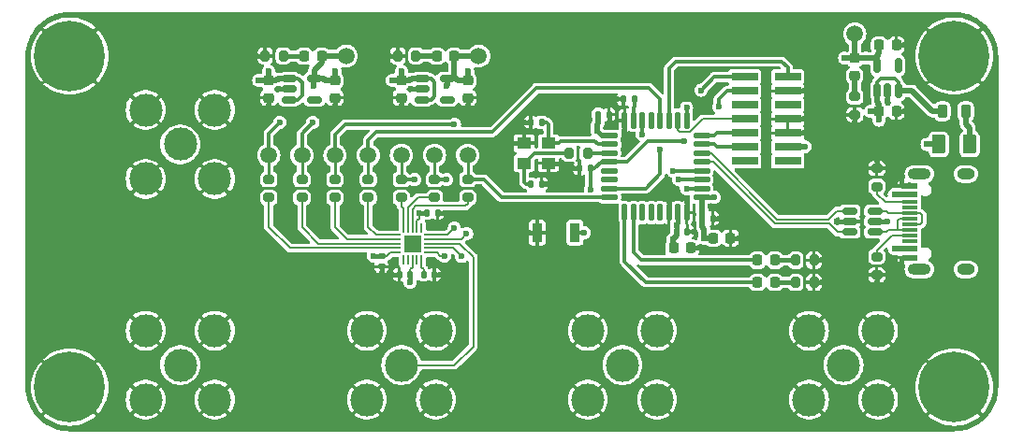
<source format=gbr>
%TF.GenerationSoftware,KiCad,Pcbnew,7.0.1*%
%TF.CreationDate,2023-05-30T08:19:09+02:00*%
%TF.ProjectId,test_SGTL5000,74657374-5f53-4475-944c-353030302e6b,rev?*%
%TF.SameCoordinates,Original*%
%TF.FileFunction,Copper,L1,Top*%
%TF.FilePolarity,Positive*%
%FSLAX46Y46*%
G04 Gerber Fmt 4.6, Leading zero omitted, Abs format (unit mm)*
G04 Created by KiCad (PCBNEW 7.0.1) date 2023-05-30 08:19:09*
%MOMM*%
%LPD*%
G01*
G04 APERTURE LIST*
G04 Aperture macros list*
%AMRoundRect*
0 Rectangle with rounded corners*
0 $1 Rounding radius*
0 $2 $3 $4 $5 $6 $7 $8 $9 X,Y pos of 4 corners*
0 Add a 4 corners polygon primitive as box body*
4,1,4,$2,$3,$4,$5,$6,$7,$8,$9,$2,$3,0*
0 Add four circle primitives for the rounded corners*
1,1,$1+$1,$2,$3*
1,1,$1+$1,$4,$5*
1,1,$1+$1,$6,$7*
1,1,$1+$1,$8,$9*
0 Add four rect primitives between the rounded corners*
20,1,$1+$1,$2,$3,$4,$5,0*
20,1,$1+$1,$4,$5,$6,$7,0*
20,1,$1+$1,$6,$7,$8,$9,0*
20,1,$1+$1,$8,$9,$2,$3,0*%
G04 Aperture macros list end*
%TA.AperFunction,SMDPad,CuDef*%
%ADD10C,1.500000*%
%TD*%
%TA.AperFunction,SMDPad,CuDef*%
%ADD11RoundRect,0.050000X0.050000X-0.375000X0.050000X0.375000X-0.050000X0.375000X-0.050000X-0.375000X0*%
%TD*%
%TA.AperFunction,SMDPad,CuDef*%
%ADD12RoundRect,0.050000X0.375000X-0.050000X0.375000X0.050000X-0.375000X0.050000X-0.375000X-0.050000X0*%
%TD*%
%TA.AperFunction,SMDPad,CuDef*%
%ADD13R,1.650000X1.650000*%
%TD*%
%TA.AperFunction,SMDPad,CuDef*%
%ADD14RoundRect,0.200000X-0.275000X0.200000X-0.275000X-0.200000X0.275000X-0.200000X0.275000X0.200000X0*%
%TD*%
%TA.AperFunction,SMDPad,CuDef*%
%ADD15RoundRect,0.218750X0.256250X-0.218750X0.256250X0.218750X-0.256250X0.218750X-0.256250X-0.218750X0*%
%TD*%
%TA.AperFunction,SMDPad,CuDef*%
%ADD16RoundRect,0.225000X-0.250000X0.225000X-0.250000X-0.225000X0.250000X-0.225000X0.250000X0.225000X0*%
%TD*%
%TA.AperFunction,SMDPad,CuDef*%
%ADD17RoundRect,0.250000X-0.375000X-0.625000X0.375000X-0.625000X0.375000X0.625000X-0.375000X0.625000X0*%
%TD*%
%TA.AperFunction,ComponentPad*%
%ADD18C,0.800000*%
%TD*%
%TA.AperFunction,ComponentPad*%
%ADD19C,6.400000*%
%TD*%
%TA.AperFunction,SMDPad,CuDef*%
%ADD20RoundRect,0.150000X-0.512500X-0.150000X0.512500X-0.150000X0.512500X0.150000X-0.512500X0.150000X0*%
%TD*%
%TA.AperFunction,SMDPad,CuDef*%
%ADD21RoundRect,0.200000X0.275000X-0.200000X0.275000X0.200000X-0.275000X0.200000X-0.275000X-0.200000X0*%
%TD*%
%TA.AperFunction,SMDPad,CuDef*%
%ADD22RoundRect,0.140000X-0.140000X-0.170000X0.140000X-0.170000X0.140000X0.170000X-0.140000X0.170000X0*%
%TD*%
%TA.AperFunction,SMDPad,CuDef*%
%ADD23RoundRect,0.218750X0.218750X0.256250X-0.218750X0.256250X-0.218750X-0.256250X0.218750X-0.256250X0*%
%TD*%
%TA.AperFunction,SMDPad,CuDef*%
%ADD24RoundRect,0.140000X-0.170000X0.140000X-0.170000X-0.140000X0.170000X-0.140000X0.170000X0.140000X0*%
%TD*%
%TA.AperFunction,SMDPad,CuDef*%
%ADD25RoundRect,0.218750X0.218750X0.381250X-0.218750X0.381250X-0.218750X-0.381250X0.218750X-0.381250X0*%
%TD*%
%TA.AperFunction,SMDPad,CuDef*%
%ADD26RoundRect,0.225000X-0.225000X-0.250000X0.225000X-0.250000X0.225000X0.250000X-0.225000X0.250000X0*%
%TD*%
%TA.AperFunction,SMDPad,CuDef*%
%ADD27RoundRect,0.200000X0.200000X0.275000X-0.200000X0.275000X-0.200000X-0.275000X0.200000X-0.275000X0*%
%TD*%
%TA.AperFunction,ComponentPad*%
%ADD28C,3.000000*%
%TD*%
%TA.AperFunction,SMDPad,CuDef*%
%ADD29RoundRect,0.140000X0.140000X0.170000X-0.140000X0.170000X-0.140000X-0.170000X0.140000X-0.170000X0*%
%TD*%
%TA.AperFunction,SMDPad,CuDef*%
%ADD30RoundRect,0.200000X-0.200000X-0.275000X0.200000X-0.275000X0.200000X0.275000X-0.200000X0.275000X0*%
%TD*%
%TA.AperFunction,SMDPad,CuDef*%
%ADD31R,1.450000X0.600000*%
%TD*%
%TA.AperFunction,SMDPad,CuDef*%
%ADD32R,1.450000X0.300000*%
%TD*%
%TA.AperFunction,ComponentPad*%
%ADD33O,2.100000X1.000000*%
%TD*%
%TA.AperFunction,ComponentPad*%
%ADD34O,1.600000X1.000000*%
%TD*%
%TA.AperFunction,SMDPad,CuDef*%
%ADD35RoundRect,0.150000X0.150000X-0.512500X0.150000X0.512500X-0.150000X0.512500X-0.150000X-0.512500X0*%
%TD*%
%TA.AperFunction,SMDPad,CuDef*%
%ADD36R,2.400000X0.740000*%
%TD*%
%TA.AperFunction,SMDPad,CuDef*%
%ADD37R,1.300000X1.000000*%
%TD*%
%TA.AperFunction,SMDPad,CuDef*%
%ADD38RoundRect,0.218750X-0.218750X-0.256250X0.218750X-0.256250X0.218750X0.256250X-0.218750X0.256250X0*%
%TD*%
%TA.AperFunction,SMDPad,CuDef*%
%ADD39RoundRect,0.125000X-0.625000X-0.125000X0.625000X-0.125000X0.625000X0.125000X-0.625000X0.125000X0*%
%TD*%
%TA.AperFunction,SMDPad,CuDef*%
%ADD40RoundRect,0.125000X-0.125000X-0.625000X0.125000X-0.625000X0.125000X0.625000X-0.125000X0.625000X0*%
%TD*%
%TA.AperFunction,SMDPad,CuDef*%
%ADD41R,0.900000X1.700000*%
%TD*%
%TA.AperFunction,SMDPad,CuDef*%
%ADD42RoundRect,0.135000X0.135000X0.185000X-0.135000X0.185000X-0.135000X-0.185000X0.135000X-0.185000X0*%
%TD*%
%TA.AperFunction,ViaPad*%
%ADD43C,0.600000*%
%TD*%
%TA.AperFunction,Conductor*%
%ADD44C,0.300000*%
%TD*%
%TA.AperFunction,Conductor*%
%ADD45C,0.400000*%
%TD*%
%TA.AperFunction,Conductor*%
%ADD46C,0.500000*%
%TD*%
%TA.AperFunction,Conductor*%
%ADD47C,0.200000*%
%TD*%
%TA.AperFunction,Conductor*%
%ADD48C,0.250000*%
%TD*%
G04 APERTURE END LIST*
D10*
%TO.P,TP105,1,1*%
%TO.N,/STM32/I2S_DOUT*%
X47000000Y-59000000D03*
%TD*%
%TO.P,TP502,1,1*%
%TO.N,+3V3*%
X91000000Y-48000000D03*
%TD*%
D11*
%TO.P,U301,1,HP_R*%
%TO.N,unconnected-(U301-HP_R-Pad1)*%
X50200000Y-68450000D03*
%TO.P,U301,2,HP_VGND*%
%TO.N,unconnected-(U301-HP_VGND-Pad2)*%
X50600000Y-68450000D03*
%TO.P,U301,3,VDDA*%
%TO.N,+3.3VA*%
X51000000Y-68450000D03*
%TO.P,U301,4,HP_L*%
%TO.N,unconnected-(U301-HP_L-Pad4)*%
X51400000Y-68450000D03*
%TO.P,U301,5,VAG*%
%TO.N,/CODEC/VAG*%
X51800000Y-68450000D03*
D12*
%TO.P,U301,6,LINEOUT_R*%
%TO.N,/CODEC/LINEOUT_R*%
X52450000Y-67800000D03*
%TO.P,U301,7,LINEOUT_L*%
%TO.N,/CODEC/LINEOUT_L*%
X52450000Y-67400000D03*
%TO.P,U301,8,LINEIN_R*%
%TO.N,/CODEC/LINEIN_R*%
X52450000Y-67000000D03*
%TO.P,U301,9,LINEIN_L*%
%TO.N,/CODEC/LINEIN_L*%
X52450000Y-66600000D03*
%TO.P,U301,10,MIC*%
%TO.N,/CODEC/MIC*%
X52450000Y-66200000D03*
D11*
%TO.P,U301,11,MIC_BIAS*%
%TO.N,unconnected-(U301-MIC_BIAS-Pad11)*%
X51800000Y-65550000D03*
%TO.P,U301,12,VDDIO*%
%TO.N,+3V3*%
X51400000Y-65550000D03*
%TO.P,U301,13,SYS_MCLK*%
%TO.N,/CODEC/SYS_MCLK*%
X51000000Y-65550000D03*
%TO.P,U301,14,I2S_LRCLK*%
%TO.N,/CODEC/I2S_LRCLK*%
X50600000Y-65550000D03*
%TO.P,U301,15,I2S_SCLK*%
%TO.N,/CODEC/I2S_SCLK*%
X50200000Y-65550000D03*
D12*
%TO.P,U301,16,I2S_DOUT*%
%TO.N,/CODEC/I2S_DOUT*%
X49550000Y-66200000D03*
%TO.P,U301,17,I2S_DIN*%
%TO.N,/CODEC/I2S_DIN*%
X49550000Y-66600000D03*
%TO.P,U301,18,CTRL_DATA*%
%TO.N,/CODEC/I2C_SDA*%
X49550000Y-67000000D03*
%TO.P,U301,19,CTRL_CLK*%
%TO.N,/CODEC/I2C_SCL*%
X49550000Y-67400000D03*
%TO.P,U301,20,VDDD*%
%TO.N,+1V8*%
X49550000Y-67800000D03*
D13*
%TO.P,U301,21,GND*%
%TO.N,GND*%
X51000000Y-67000000D03*
%TD*%
D14*
%TO.P,JP105,1,A*%
%TO.N,/STM32/I2S_DOUT*%
X47000000Y-61175000D03*
%TO.P,JP105,2,B*%
%TO.N,/CODEC/I2S_DOUT*%
X47000000Y-62825000D03*
%TD*%
%TO.P,JP102,1,A*%
%TO.N,/STM32/I2S_SCLK*%
X50000000Y-61175000D03*
%TO.P,JP102,2,B*%
%TO.N,/CODEC/I2S_SCLK*%
X50000000Y-62825000D03*
%TD*%
D15*
%TO.P,D502,1,K*%
%TO.N,/POWER/LED33_MID*%
X91000000Y-51787500D03*
%TO.P,D502,2,A*%
%TO.N,+3V3*%
X91000000Y-50212500D03*
%TD*%
D14*
%TO.P,R402,1*%
%TO.N,/USB/CC1*%
X93000000Y-68175000D03*
%TO.P,R402,2*%
%TO.N,GND*%
X93000000Y-69825000D03*
%TD*%
D16*
%TO.P,C506,1*%
%TO.N,+1V8*%
X44000000Y-52225000D03*
%TO.P,C506,2*%
%TO.N,GND*%
X44000000Y-53775000D03*
%TD*%
D17*
%TO.P,F501,1*%
%TO.N,/POWER/VBUS*%
X98600000Y-58000000D03*
%TO.P,F501,2*%
%TO.N,/POWER/FUSE*%
X101400000Y-58000000D03*
%TD*%
D18*
%TO.P,H101,1,1*%
%TO.N,GND*%
X97600000Y-50000000D03*
X98302944Y-48302944D03*
X98302944Y-51697056D03*
X100000000Y-47600000D03*
D19*
X100000000Y-50000000D03*
D18*
X100000000Y-52400000D03*
X101697056Y-48302944D03*
X101697056Y-51697056D03*
X102400000Y-50000000D03*
%TD*%
D20*
%TO.P,U401,1,I/O1*%
%TO.N,/STM32/USB_D+*%
X90562500Y-64050000D03*
%TO.P,U401,2,GND*%
%TO.N,GND*%
X90562500Y-65000000D03*
%TO.P,U401,3,I/O2*%
%TO.N,/STM32/USB_D-*%
X90562500Y-65950000D03*
%TO.P,U401,4,I/O2*%
%TO.N,/USB/D-*%
X92837500Y-65950000D03*
%TO.P,U401,5,VBUS*%
%TO.N,/POWER/VBUS*%
X92837500Y-65000000D03*
%TO.P,U401,6,I/O1*%
%TO.N,/USB/D+*%
X92837500Y-64050000D03*
%TD*%
D21*
%TO.P,R401,1*%
%TO.N,/USB/CC2*%
X93000000Y-61825000D03*
%TO.P,R401,2*%
%TO.N,GND*%
X93000000Y-60175000D03*
%TD*%
D22*
%TO.P,C207,1*%
%TO.N,+3.3VA*%
X74920000Y-65900000D03*
%TO.P,C207,2*%
%TO.N,GND*%
X75880000Y-65900000D03*
%TD*%
D10*
%TO.P,TP102,1,1*%
%TO.N,/STM32/I2S_SCLK*%
X50000000Y-59000000D03*
%TD*%
D20*
%TO.P,U501,1,IN*%
%TO.N,+5V*%
X51862500Y-52050000D03*
%TO.P,U501,2,GND*%
%TO.N,GND*%
X51862500Y-53000000D03*
%TO.P,U501,3,STBY*%
%TO.N,+5V*%
X51862500Y-53950000D03*
%TO.P,U501,4,NC*%
%TO.N,unconnected-(U501-NC-Pad4)*%
X54137500Y-53950000D03*
%TO.P,U501,5,OUT*%
%TO.N,+3.3VA*%
X54137500Y-52050000D03*
%TD*%
D23*
%TO.P,D202,1,K*%
%TO.N,/STM32/LED2_MID*%
X83787500Y-70500000D03*
%TO.P,D202,2,A*%
%TO.N,/STM32/LED2*%
X82212500Y-70500000D03*
%TD*%
D24*
%TO.P,C303,1*%
%TO.N,+1V8*%
X48200000Y-68120000D03*
%TO.P,C303,2*%
%TO.N,GND*%
X48200000Y-69080000D03*
%TD*%
D14*
%TO.P,R502,1*%
%TO.N,/POWER/LED33_MID*%
X91000000Y-53675000D03*
%TO.P,R502,2*%
%TO.N,GND*%
X91000000Y-55325000D03*
%TD*%
D25*
%TO.P,FB501,1*%
%TO.N,/POWER/FUSE*%
X101062500Y-55000000D03*
%TO.P,FB501,2*%
%TO.N,+5V*%
X98937500Y-55000000D03*
%TD*%
D10*
%TO.P,TP501,1,1*%
%TO.N,+3.3VA*%
X57000000Y-50000000D03*
%TD*%
D26*
%TO.P,C204,1*%
%TO.N,+3V3*%
X78225000Y-66500000D03*
%TO.P,C204,2*%
%TO.N,GND*%
X79775000Y-66500000D03*
%TD*%
D14*
%TO.P,JP101,1,A*%
%TO.N,/STM32/SYS_MCLK*%
X56000000Y-61175000D03*
%TO.P,JP101,2,B*%
%TO.N,/CODEC/SYS_MCLK*%
X56000000Y-62825000D03*
%TD*%
D20*
%TO.P,U503,1,IN*%
%TO.N,+5V*%
X39862500Y-52050000D03*
%TO.P,U503,2,GND*%
%TO.N,GND*%
X39862500Y-53000000D03*
%TO.P,U503,3,STBY*%
%TO.N,+5V*%
X39862500Y-53950000D03*
%TO.P,U503,4,NC*%
%TO.N,unconnected-(U503-NC-Pad4)*%
X42137500Y-53950000D03*
%TO.P,U503,5,OUT*%
%TO.N,+1V8*%
X42137500Y-52050000D03*
%TD*%
D10*
%TO.P,TP104,1,1*%
%TO.N,/STM32/I2S_DIN*%
X44000000Y-59000000D03*
%TD*%
D27*
%TO.P,R501,1*%
%TO.N,/POWER/LED33A_MID*%
X51325000Y-50000000D03*
%TO.P,R501,2*%
%TO.N,GND*%
X49675000Y-50000000D03*
%TD*%
D16*
%TO.P,C501,1*%
%TO.N,+5V*%
X50000000Y-52225000D03*
%TO.P,C501,2*%
%TO.N,GND*%
X50000000Y-53775000D03*
%TD*%
D26*
%TO.P,C208,1*%
%TO.N,+3.3VA*%
X74625000Y-67400000D03*
%TO.P,C208,2*%
%TO.N,GND*%
X76175000Y-67400000D03*
%TD*%
D28*
%TO.P,J304,1,In*%
%TO.N,/CODEC/LINEOUT_L*%
X70000000Y-78000000D03*
%TO.P,J304,2,Ext*%
%TO.N,GND*%
X66875000Y-74875000D03*
X66875000Y-81125000D03*
X73125000Y-74875000D03*
X73125000Y-81125000D03*
%TD*%
D29*
%TO.P,C203,1*%
%TO.N,GND*%
X62680000Y-61600000D03*
%TO.P,C203,2*%
%TO.N,/STM32/XTAL_OUT*%
X61720000Y-61600000D03*
%TD*%
D30*
%TO.P,R203,1*%
%TO.N,/STM32/XTAL_OUT*%
X65175000Y-58800000D03*
%TO.P,R203,2*%
%TO.N,/STM32/OSC_OUT*%
X66825000Y-58800000D03*
%TD*%
D26*
%TO.P,C502,1*%
%TO.N,+5V*%
X93225000Y-55000000D03*
%TO.P,C502,2*%
%TO.N,GND*%
X94775000Y-55000000D03*
%TD*%
D22*
%TO.P,C206,1*%
%TO.N,+3V3*%
X77220000Y-64700000D03*
%TO.P,C206,2*%
%TO.N,GND*%
X78180000Y-64700000D03*
%TD*%
D31*
%TO.P,J401,A1,GND*%
%TO.N,GND*%
X95955000Y-68250000D03*
%TO.P,J401,A4,VBUS*%
%TO.N,/POWER/VBUS*%
X95955000Y-67450000D03*
D32*
%TO.P,J401,A5,CC1*%
%TO.N,/USB/CC1*%
X95955000Y-66250000D03*
%TO.P,J401,A6,D+*%
%TO.N,/USB/D+*%
X95955000Y-65250000D03*
%TO.P,J401,A7,D-*%
%TO.N,/USB/D-*%
X95955000Y-64750000D03*
%TO.P,J401,A8,SBU1*%
%TO.N,unconnected-(J401-SBU1-PadA8)*%
X95955000Y-63750000D03*
D31*
%TO.P,J401,A9,VBUS*%
%TO.N,/POWER/VBUS*%
X95955000Y-62550000D03*
%TO.P,J401,A12,GND*%
%TO.N,GND*%
X95955000Y-61750000D03*
%TO.P,J401,B1,GND*%
X95955000Y-61750000D03*
%TO.P,J401,B4,VBUS*%
%TO.N,/POWER/VBUS*%
X95955000Y-62550000D03*
D32*
%TO.P,J401,B5,CC2*%
%TO.N,/USB/CC2*%
X95955000Y-63250000D03*
%TO.P,J401,B6,D+*%
%TO.N,/USB/D+*%
X95955000Y-64250000D03*
%TO.P,J401,B7,D-*%
%TO.N,/USB/D-*%
X95955000Y-65750000D03*
%TO.P,J401,B8,SBU2*%
%TO.N,unconnected-(J401-SBU2-PadB8)*%
X95955000Y-66750000D03*
D31*
%TO.P,J401,B9,VBUS*%
%TO.N,/POWER/VBUS*%
X95955000Y-67450000D03*
%TO.P,J401,B12,GND*%
%TO.N,GND*%
X95955000Y-68250000D03*
D33*
%TO.P,J401,S1,SHIELD*%
%TO.N,unconnected-(J401-SHIELD-PadS1)*%
X96870000Y-69320000D03*
D34*
X101050000Y-69320000D03*
D33*
X96870000Y-60680000D03*
D34*
X101050000Y-60680000D03*
%TD*%
D10*
%TO.P,TP106,1,1*%
%TO.N,/STM32/I2C_SCL*%
X38000000Y-59000000D03*
%TD*%
D35*
%TO.P,U502,1,IN*%
%TO.N,+5V*%
X93050000Y-53137500D03*
%TO.P,U502,2,GND*%
%TO.N,GND*%
X94000000Y-53137500D03*
%TO.P,U502,3,STBY*%
%TO.N,+5V*%
X94950000Y-53137500D03*
%TO.P,U502,4,NC*%
%TO.N,unconnected-(U502-NC-Pad4)*%
X94950000Y-50862500D03*
%TO.P,U502,5,OUT*%
%TO.N,+3V3*%
X93050000Y-50862500D03*
%TD*%
D36*
%TO.P,J201,1,NC*%
%TO.N,unconnected-(J201-NC-Pad1)*%
X84950000Y-59510000D03*
%TO.P,J201,2,NC*%
%TO.N,unconnected-(J201-NC-Pad2)*%
X81050000Y-59510000D03*
%TO.P,J201,3,VCC*%
%TO.N,+3V3*%
X84950000Y-58240000D03*
%TO.P,J201,4,JTMS/SWDIO*%
%TO.N,/STM32/SWDIO*%
X81050000Y-58240000D03*
%TO.P,J201,5,GND*%
%TO.N,GND*%
X84950000Y-56970000D03*
%TO.P,J201,6,JCLK/SWCLK*%
%TO.N,/STM32/SWCLK*%
X81050000Y-56970000D03*
%TO.P,J201,7,GND*%
%TO.N,GND*%
X84950000Y-55700000D03*
%TO.P,J201,8,JTDO/SWO*%
%TO.N,/STM32/SWO*%
X81050000Y-55700000D03*
%TO.P,J201,9,JRCLK/NC*%
%TO.N,unconnected-(J201-JRCLK{slash}NC-Pad9)*%
X84950000Y-54430000D03*
%TO.P,J201,10,JTDI/NC*%
%TO.N,unconnected-(J201-JTDI{slash}NC-Pad10)*%
X81050000Y-54430000D03*
%TO.P,J201,11,GNDDetect*%
%TO.N,GND*%
X84950000Y-53160000D03*
%TO.P,J201,12,~{RST}*%
%TO.N,/STM32/nRST*%
X81050000Y-53160000D03*
%TO.P,J201,13,VCP_RX*%
%TO.N,/STM32/VCP_RX*%
X84950000Y-51890000D03*
%TO.P,J201,14,VCP_TX*%
%TO.N,/STM32/VCP_TX*%
X81050000Y-51890000D03*
%TD*%
D10*
%TO.P,TP107,1,1*%
%TO.N,/STM32/I2C_SDA*%
X41000000Y-59000000D03*
%TD*%
D14*
%TO.P,JP103,1,A*%
%TO.N,/STM32/I2S_LRCLK*%
X53000000Y-61175000D03*
%TO.P,JP103,2,B*%
%TO.N,/CODEC/I2S_LRCLK*%
X53000000Y-62825000D03*
%TD*%
D23*
%TO.P,D201,1,K*%
%TO.N,/STM32/LED1_MID*%
X83787500Y-68500000D03*
%TO.P,D201,2,A*%
%TO.N,/STM32/LED1*%
X82212500Y-68500000D03*
%TD*%
D30*
%TO.P,R201,1*%
%TO.N,/STM32/LED1_MID*%
X85675000Y-68500000D03*
%TO.P,R201,2*%
%TO.N,GND*%
X87325000Y-68500000D03*
%TD*%
D37*
%TO.P,Y201,1,1*%
%TO.N,/STM32/XTAL_OUT*%
X61100000Y-59700000D03*
%TO.P,Y201,2,2*%
%TO.N,GND*%
X63300000Y-59700000D03*
%TO.P,Y201,3,3*%
%TO.N,/STM32/OSC_IN*%
X63300000Y-57900000D03*
%TO.P,Y201,4,4*%
%TO.N,GND*%
X61100000Y-57900000D03*
%TD*%
D14*
%TO.P,JP104,1,A*%
%TO.N,/STM32/I2S_DIN*%
X44000000Y-61175000D03*
%TO.P,JP104,2,B*%
%TO.N,/CODEC/I2S_DIN*%
X44000000Y-62825000D03*
%TD*%
D18*
%TO.P,H104,1,1*%
%TO.N,GND*%
X17600000Y-50000000D03*
X18302944Y-48302944D03*
X18302944Y-51697056D03*
X20000000Y-47600000D03*
D19*
X20000000Y-50000000D03*
D18*
X20000000Y-52400000D03*
X21697056Y-48302944D03*
X21697056Y-51697056D03*
X22400000Y-50000000D03*
%TD*%
D22*
%TO.P,C302,1*%
%TO.N,+3V3*%
X52320000Y-64200000D03*
%TO.P,C302,2*%
%TO.N,GND*%
X53280000Y-64200000D03*
%TD*%
D29*
%TO.P,C201,1*%
%TO.N,/STM32/nRST*%
X67080000Y-60200000D03*
%TO.P,C201,2*%
%TO.N,GND*%
X66120000Y-60200000D03*
%TD*%
D38*
%TO.P,D503,1,K*%
%TO.N,/POWER/LED18_MID*%
X41212500Y-50000000D03*
%TO.P,D503,2,A*%
%TO.N,+1V8*%
X42787500Y-50000000D03*
%TD*%
D18*
%TO.P,H103,1,1*%
%TO.N,GND*%
X17600000Y-80000000D03*
X18302944Y-78302944D03*
X18302944Y-81697056D03*
X20000000Y-77600000D03*
D19*
X20000000Y-80000000D03*
D18*
X20000000Y-82400000D03*
X21697056Y-78302944D03*
X21697056Y-81697056D03*
X22400000Y-80000000D03*
%TD*%
D22*
%TO.P,C202,1*%
%TO.N,GND*%
X61720000Y-56000000D03*
%TO.P,C202,2*%
%TO.N,/STM32/OSC_IN*%
X62680000Y-56000000D03*
%TD*%
D28*
%TO.P,J302,1,In*%
%TO.N,/CODEC/LINEIN_L*%
X30000000Y-78000000D03*
%TO.P,J302,2,Ext*%
%TO.N,GND*%
X26875000Y-74875000D03*
X26875000Y-81125000D03*
X33125000Y-74875000D03*
X33125000Y-81125000D03*
%TD*%
%TO.P,J303,1,In*%
%TO.N,/CODEC/MIC*%
X30000000Y-58000000D03*
%TO.P,J303,2,Ext*%
%TO.N,GND*%
X26875000Y-54875000D03*
X26875000Y-61125000D03*
X33125000Y-54875000D03*
X33125000Y-61125000D03*
%TD*%
D39*
%TO.P,U201,1,VDD*%
%TO.N,+3V3*%
X68825000Y-57200000D03*
%TO.P,U201,2,PF0-OSC_IN*%
%TO.N,/STM32/OSC_IN*%
X68825000Y-58000000D03*
%TO.P,U201,3,PF1-OSC_OUT*%
%TO.N,/STM32/OSC_OUT*%
X68825000Y-58800000D03*
%TO.P,U201,4,PG10-NRST*%
%TO.N,/STM32/nRST*%
X68825000Y-59600000D03*
%TO.P,U201,5,PA0*%
%TO.N,unconnected-(U201-PA0-Pad5)*%
X68825000Y-60400000D03*
%TO.P,U201,6,PA1*%
%TO.N,unconnected-(U201-PA1-Pad6)*%
X68825000Y-61200000D03*
%TO.P,U201,7,PA2*%
%TO.N,/STM32/VCP_TX*%
X68825000Y-62000000D03*
%TO.P,U201,8,PA3*%
%TO.N,/STM32/SYS_MCLK*%
X68825000Y-62800000D03*
D40*
%TO.P,U201,9,PA4*%
%TO.N,/STM32/LED2*%
X70200000Y-64175000D03*
%TO.P,U201,10,PA5*%
%TO.N,/STM32/LED1*%
X71000000Y-64175000D03*
%TO.P,U201,11,PA6*%
%TO.N,unconnected-(U201-PA6-Pad11)*%
X71800000Y-64175000D03*
%TO.P,U201,12,PA7*%
%TO.N,unconnected-(U201-PA7-Pad12)*%
X72600000Y-64175000D03*
%TO.P,U201,13,PB0*%
%TO.N,unconnected-(U201-PB0-Pad13)*%
X73400000Y-64175000D03*
%TO.P,U201,14,VSSA*%
%TO.N,GND*%
X74200000Y-64175000D03*
%TO.P,U201,15,VDDA*%
%TO.N,+3.3VA*%
X75000000Y-64175000D03*
%TO.P,U201,16,VSS*%
%TO.N,GND*%
X75800000Y-64175000D03*
D39*
%TO.P,U201,17,VDD*%
%TO.N,+3V3*%
X77175000Y-62800000D03*
%TO.P,U201,18,PA8*%
%TO.N,/STM32/I2S_SCLK*%
X77175000Y-62000000D03*
%TO.P,U201,19,PA9*%
%TO.N,/STM32/I2S_LRCLK*%
X77175000Y-61200000D03*
%TO.P,U201,20,PA10*%
%TO.N,/STM32/I2S_DIN*%
X77175000Y-60400000D03*
%TO.P,U201,21,PA11*%
%TO.N,/STM32/USB_D-*%
X77175000Y-59600000D03*
%TO.P,U201,22,PA12*%
%TO.N,/STM32/USB_D+*%
X77175000Y-58800000D03*
%TO.P,U201,23,PA13*%
%TO.N,/STM32/SWDIO*%
X77175000Y-58000000D03*
%TO.P,U201,24,PA14*%
%TO.N,/STM32/SWCLK*%
X77175000Y-57200000D03*
D40*
%TO.P,U201,25,PA15*%
%TO.N,/STM32/I2C_SCL*%
X75800000Y-55825000D03*
%TO.P,U201,26,PB3*%
%TO.N,/STM32/SWO*%
X75000000Y-55825000D03*
%TO.P,U201,27,PB4*%
%TO.N,/STM32/VCP_RX*%
X74200000Y-55825000D03*
%TO.P,U201,28,PB5*%
%TO.N,/STM32/I2S_DOUT*%
X73400000Y-55825000D03*
%TO.P,U201,29,PB6*%
%TO.N,unconnected-(U201-PB6-Pad29)*%
X72600000Y-55825000D03*
%TO.P,U201,30,PB7*%
%TO.N,/STM32/I2C_SDA*%
X71800000Y-55825000D03*
%TO.P,U201,31,PB8-BOOT0*%
%TO.N,/STM32/BOOT0*%
X71000000Y-55825000D03*
%TO.P,U201,32,VSS*%
%TO.N,GND*%
X70200000Y-55825000D03*
%TD*%
D16*
%TO.P,C504,1*%
%TO.N,+3.3VA*%
X56000000Y-52225000D03*
%TO.P,C504,2*%
%TO.N,GND*%
X56000000Y-53775000D03*
%TD*%
D41*
%TO.P,SW201,1,1*%
%TO.N,GND*%
X62300000Y-66000000D03*
%TO.P,SW201,2,2*%
%TO.N,/STM32/nRST*%
X65700000Y-66000000D03*
%TD*%
D16*
%TO.P,C503,1*%
%TO.N,+5V*%
X38000000Y-52225000D03*
%TO.P,C503,2*%
%TO.N,GND*%
X38000000Y-53775000D03*
%TD*%
D14*
%TO.P,JP107,1,A*%
%TO.N,/STM32/I2C_SDA*%
X41000000Y-61175000D03*
%TO.P,JP107,2,B*%
%TO.N,/CODEC/I2C_SDA*%
X41000000Y-62825000D03*
%TD*%
D10*
%TO.P,TP101,1,1*%
%TO.N,/STM32/SYS_MCLK*%
X56000000Y-59000000D03*
%TD*%
D26*
%TO.P,C505,1*%
%TO.N,+3V3*%
X93225000Y-49000000D03*
%TO.P,C505,2*%
%TO.N,GND*%
X94775000Y-49000000D03*
%TD*%
D29*
%TO.P,C304,1*%
%TO.N,+3.3VA*%
X50780000Y-69800000D03*
%TO.P,C304,2*%
%TO.N,GND*%
X49820000Y-69800000D03*
%TD*%
D22*
%TO.P,C205,1*%
%TO.N,+3V3*%
X67820000Y-55300000D03*
%TO.P,C205,2*%
%TO.N,GND*%
X68780000Y-55300000D03*
%TD*%
D14*
%TO.P,JP106,1,A*%
%TO.N,/STM32/I2C_SCL*%
X38000000Y-61175000D03*
%TO.P,JP106,2,B*%
%TO.N,/CODEC/I2C_SCL*%
X38000000Y-62825000D03*
%TD*%
D28*
%TO.P,J301,1,In*%
%TO.N,/CODEC/LINEIN_R*%
X50000000Y-78000000D03*
%TO.P,J301,2,Ext*%
%TO.N,GND*%
X46875000Y-74875000D03*
X46875000Y-81125000D03*
X53125000Y-74875000D03*
X53125000Y-81125000D03*
%TD*%
D27*
%TO.P,R503,1*%
%TO.N,/POWER/LED18_MID*%
X39325000Y-50000000D03*
%TO.P,R503,2*%
%TO.N,GND*%
X37675000Y-50000000D03*
%TD*%
D10*
%TO.P,TP503,1,1*%
%TO.N,+1V8*%
X45000000Y-50000000D03*
%TD*%
D30*
%TO.P,R202,1*%
%TO.N,/STM32/LED2_MID*%
X85675000Y-70500000D03*
%TO.P,R202,2*%
%TO.N,GND*%
X87325000Y-70500000D03*
%TD*%
D28*
%TO.P,J305,1,In*%
%TO.N,/CODEC/LINEOUT_R*%
X90000000Y-78000000D03*
%TO.P,J305,2,Ext*%
%TO.N,GND*%
X86875000Y-74875000D03*
X86875000Y-81125000D03*
X93125000Y-74875000D03*
X93125000Y-81125000D03*
%TD*%
D18*
%TO.P,H102,1,1*%
%TO.N,GND*%
X97600000Y-80000000D03*
X98302944Y-78302944D03*
X98302944Y-81697056D03*
X100000000Y-77600000D03*
D19*
X100000000Y-80000000D03*
D18*
X100000000Y-82400000D03*
X101697056Y-78302944D03*
X101697056Y-81697056D03*
X102400000Y-80000000D03*
%TD*%
D22*
%TO.P,C301,1*%
%TO.N,/CODEC/VAG*%
X52020000Y-69800000D03*
%TO.P,C301,2*%
%TO.N,GND*%
X52980000Y-69800000D03*
%TD*%
D42*
%TO.P,R204,1*%
%TO.N,/STM32/BOOT0*%
X71110000Y-53900000D03*
%TO.P,R204,2*%
%TO.N,GND*%
X70090000Y-53900000D03*
%TD*%
D38*
%TO.P,D501,1,K*%
%TO.N,/POWER/LED33A_MID*%
X53212500Y-50000000D03*
%TO.P,D501,2,A*%
%TO.N,+3.3VA*%
X54787500Y-50000000D03*
%TD*%
D10*
%TO.P,TP103,1,1*%
%TO.N,/STM32/I2S_LRCLK*%
X53000000Y-59000000D03*
%TD*%
D43*
%TO.N,/STM32/nRST*%
X75600000Y-57700000D03*
X66550000Y-66000000D03*
X78700000Y-54600000D03*
X67100000Y-62100000D03*
%TO.N,GND*%
X86000000Y-83200000D03*
X16800000Y-64000000D03*
X36000000Y-83200000D03*
X46000000Y-83200000D03*
X86500000Y-55700000D03*
X88000000Y-83200000D03*
X48900000Y-50000000D03*
X62000000Y-83200000D03*
X70000000Y-46800000D03*
X38000000Y-83200000D03*
X48000000Y-83200000D03*
X76500000Y-65900000D03*
X76000000Y-46800000D03*
X95200000Y-68900000D03*
X95600000Y-55000000D03*
X34000000Y-83200000D03*
X103200000Y-60000000D03*
X40000000Y-83200000D03*
X38000000Y-46800000D03*
X16800000Y-72000000D03*
X84000000Y-46800000D03*
X94000000Y-46800000D03*
X82000000Y-46800000D03*
X44000000Y-83200000D03*
X51400000Y-66600000D03*
X103200000Y-70000000D03*
X80600000Y-66500000D03*
X90000000Y-83200000D03*
X103200000Y-56000000D03*
X94000000Y-83200000D03*
X28000000Y-83200000D03*
X93000000Y-70600000D03*
X64000000Y-46800000D03*
X103200000Y-68000000D03*
X86500000Y-56970000D03*
X51400000Y-67400000D03*
X88100000Y-70500000D03*
X16800000Y-68000000D03*
X59900000Y-57900000D03*
X48200000Y-69700000D03*
X74000000Y-46800000D03*
X82000000Y-83200000D03*
X54000000Y-83200000D03*
X52000000Y-83200000D03*
X75800000Y-63100000D03*
X72000000Y-46800000D03*
X54000000Y-46800000D03*
X96000000Y-46800000D03*
X103200000Y-64000000D03*
X30000000Y-46800000D03*
X94000000Y-54100000D03*
X52000000Y-46800000D03*
X60000000Y-83200000D03*
X50600000Y-67400000D03*
X16800000Y-56000000D03*
X103200000Y-58000000D03*
X61100000Y-56000000D03*
X50900000Y-53000000D03*
X42000000Y-46800000D03*
X32000000Y-46800000D03*
X70200000Y-56900000D03*
X96000000Y-83200000D03*
X65500000Y-60200000D03*
X38000000Y-54600000D03*
X66000000Y-83200000D03*
X36000000Y-46800000D03*
X58000000Y-46800000D03*
X66000000Y-46800000D03*
X40000000Y-46800000D03*
X74000000Y-83200000D03*
X54000000Y-64200000D03*
X16800000Y-70000000D03*
X16800000Y-66000000D03*
X44000000Y-46800000D03*
X69500000Y-53900000D03*
X16800000Y-74000000D03*
X77000000Y-67400000D03*
X36900000Y-50000000D03*
X88000000Y-46800000D03*
X103200000Y-76000000D03*
X70000000Y-83200000D03*
X38900000Y-53000000D03*
X46000000Y-46800000D03*
X64000000Y-83200000D03*
X58000000Y-83200000D03*
X50600000Y-66600000D03*
X26000000Y-83200000D03*
X60000000Y-46800000D03*
X86500000Y-53160000D03*
X50000000Y-83200000D03*
X92000000Y-83200000D03*
X16800000Y-58000000D03*
X76000000Y-83200000D03*
X64500000Y-59700000D03*
X84000000Y-83200000D03*
X80000000Y-46800000D03*
X26000000Y-46800000D03*
X103200000Y-54000000D03*
X103200000Y-72000000D03*
X44000000Y-54600000D03*
X16800000Y-62000000D03*
X32000000Y-83200000D03*
X49200000Y-69800000D03*
X92000000Y-46800000D03*
X42000000Y-83200000D03*
X50000000Y-54600000D03*
X78800000Y-64700000D03*
X103200000Y-66000000D03*
X91000000Y-56100000D03*
X68000000Y-46800000D03*
X50000000Y-46800000D03*
X30000000Y-83200000D03*
X61500000Y-66000000D03*
X78000000Y-46800000D03*
X103200000Y-62000000D03*
X16800000Y-60000000D03*
X48000000Y-46800000D03*
X72000000Y-83200000D03*
X24000000Y-83200000D03*
X86000000Y-46800000D03*
X24000000Y-46800000D03*
X16800000Y-76000000D03*
X34000000Y-46800000D03*
X63400000Y-61600000D03*
X56000000Y-54600000D03*
X28000000Y-46800000D03*
X95600000Y-49000000D03*
X56000000Y-83200000D03*
X88100000Y-68500000D03*
X78000000Y-83200000D03*
X103200000Y-74000000D03*
X16800000Y-54000000D03*
X68800000Y-56100000D03*
X80000000Y-83200000D03*
X74200000Y-63100000D03*
X93000000Y-59400000D03*
X90000000Y-46800000D03*
X53600000Y-69800000D03*
X68000000Y-83200000D03*
X56000000Y-46800000D03*
X89400000Y-65000000D03*
X95200000Y-61100000D03*
X62000000Y-46800000D03*
%TO.N,+3V3*%
X67700000Y-56800000D03*
X90100000Y-50200000D03*
X86500000Y-58200000D03*
X77400000Y-66500000D03*
X92000000Y-50200000D03*
X93100000Y-49900000D03*
X77200000Y-64000000D03*
X78300000Y-62800000D03*
X51600000Y-64200000D03*
%TO.N,+3.3VA*%
X50800000Y-70500000D03*
X74900000Y-65300000D03*
X56000000Y-51400000D03*
X54100000Y-52700000D03*
X74600000Y-66600000D03*
%TO.N,+1V8*%
X44000000Y-51400000D03*
X47500000Y-68100000D03*
X42100000Y-52700000D03*
%TO.N,+5V*%
X50000000Y-51400000D03*
X92450000Y-55000000D03*
X38800000Y-52150000D03*
X93150000Y-54200000D03*
X37100000Y-52200000D03*
X49200000Y-52200000D03*
X50850000Y-52150000D03*
X93200000Y-55800000D03*
X38000000Y-51400000D03*
%TO.N,/POWER/VBUS*%
X94000000Y-65000000D03*
X97550000Y-58000000D03*
X94600000Y-67450000D03*
X94600000Y-62550000D03*
%TO.N,/STM32/VCP_TX*%
X73400000Y-58500000D03*
X77100000Y-53100000D03*
%TO.N,/STM32/I2S_SCLK*%
X75800000Y-62000000D03*
X51200000Y-61200000D03*
%TO.N,/STM32/I2S_LRCLK*%
X75100000Y-61200000D03*
X54100000Y-61200000D03*
%TO.N,/STM32/I2S_DIN*%
X54800000Y-56200000D03*
X74600000Y-60400000D03*
%TO.N,/STM32/I2C_SCL*%
X75800000Y-54700000D03*
X39000000Y-56000000D03*
%TO.N,/STM32/I2C_SDA*%
X71800000Y-57100000D03*
X42000000Y-56000000D03*
%TO.N,/CODEC/LINEIN_L*%
X55900000Y-66100000D03*
%TO.N,/CODEC/MIC*%
X54800000Y-65600000D03*
%TO.N,/CODEC/LINEOUT_L*%
X55450000Y-68150000D03*
%TO.N,/CODEC/LINEOUT_R*%
X53900000Y-68099500D03*
%TD*%
D44*
%TO.N,/STM32/nRST*%
X67080000Y-62080000D02*
X67080000Y-60200000D01*
X78700000Y-54600000D02*
X78700000Y-53900000D01*
X68825000Y-59600000D02*
X70400000Y-59600000D01*
X68825000Y-59600000D02*
X68100000Y-59600000D01*
X72300000Y-57700000D02*
X75600000Y-57700000D01*
X67500000Y-60200000D02*
X67080000Y-60200000D01*
X79440000Y-53160000D02*
X81050000Y-53160000D01*
X70400000Y-59600000D02*
X72300000Y-57700000D01*
X68100000Y-59600000D02*
X67500000Y-60200000D01*
X67100000Y-62100000D02*
X67080000Y-62080000D01*
X78700000Y-53900000D02*
X79440000Y-53160000D01*
X66550000Y-66000000D02*
X65700000Y-66000000D01*
D45*
%TO.N,GND*%
X95350000Y-68250000D02*
X95200000Y-68400000D01*
X51862500Y-53000000D02*
X50900000Y-53000000D01*
X88100000Y-70500000D02*
X87325000Y-70500000D01*
X65500000Y-60200000D02*
X66120000Y-60200000D01*
X84950000Y-55700000D02*
X86500000Y-55700000D01*
X61100000Y-56000000D02*
X61720000Y-56000000D01*
X56000000Y-53775000D02*
X56000000Y-54600000D01*
X91000000Y-55325000D02*
X91000000Y-56100000D01*
X93000000Y-60175000D02*
X93000000Y-59400000D01*
X44000000Y-53775000D02*
X44000000Y-54600000D01*
X64500000Y-59700000D02*
X63300000Y-59700000D01*
X84950000Y-53160000D02*
X86500000Y-53160000D01*
X39862500Y-53000000D02*
X38900000Y-53000000D01*
X53280000Y-64200000D02*
X54000000Y-64200000D01*
X95200000Y-61100000D02*
X95200000Y-61600000D01*
X95350000Y-61750000D02*
X95200000Y-61600000D01*
X52980000Y-69800000D02*
X53600000Y-69800000D01*
X87325000Y-68500000D02*
X88100000Y-68500000D01*
X61500000Y-66000000D02*
X62300000Y-66000000D01*
X38000000Y-53775000D02*
X38000000Y-54600000D01*
X84950000Y-56970000D02*
X86500000Y-56970000D01*
X75800000Y-64175000D02*
X75800000Y-63100000D01*
X48200000Y-69080000D02*
X48200000Y-69700000D01*
D44*
X75880000Y-65900000D02*
X76500000Y-65900000D01*
D45*
X50000000Y-53775000D02*
X50000000Y-54600000D01*
D44*
X75800000Y-65820000D02*
X75880000Y-65900000D01*
D45*
X95200000Y-68400000D02*
X95200000Y-68900000D01*
X76175000Y-67400000D02*
X77000000Y-67400000D01*
X94775000Y-49000000D02*
X95600000Y-49000000D01*
X94775000Y-55000000D02*
X95600000Y-55000000D01*
X79775000Y-66500000D02*
X80600000Y-66500000D01*
X59900000Y-57900000D02*
X61100000Y-57900000D01*
X37675000Y-50000000D02*
X36900000Y-50000000D01*
X95955000Y-68250000D02*
X95350000Y-68250000D01*
X49200000Y-69800000D02*
X49820000Y-69800000D01*
X95955000Y-61750000D02*
X95350000Y-61750000D01*
X68780000Y-55300000D02*
X68780000Y-56080000D01*
X94000000Y-53137500D02*
X94000000Y-54100000D01*
X93000000Y-69825000D02*
X93000000Y-70600000D01*
X89400000Y-65000000D02*
X90562500Y-65000000D01*
X70200000Y-55825000D02*
X70200000Y-56900000D01*
D46*
X62680000Y-61600000D02*
X63400000Y-61600000D01*
D45*
X49675000Y-50000000D02*
X48900000Y-50000000D01*
X74200000Y-64175000D02*
X74200000Y-63100000D01*
X78180000Y-64700000D02*
X78800000Y-64700000D01*
X68780000Y-56080000D02*
X68800000Y-56100000D01*
D44*
X90562500Y-65000000D02*
X90300000Y-65000000D01*
%TO.N,/STM32/OSC_IN*%
X67500000Y-57700000D02*
X64400000Y-57700000D01*
X64200000Y-57900000D02*
X63300000Y-57900000D01*
X62680000Y-56000000D02*
X63100000Y-56000000D01*
X64400000Y-57700000D02*
X64200000Y-57900000D01*
X63100000Y-56000000D02*
X63300000Y-56200000D01*
X63300000Y-56200000D02*
X63300000Y-57900000D01*
X68825000Y-58000000D02*
X67800000Y-58000000D01*
X67800000Y-58000000D02*
X67500000Y-57700000D01*
%TO.N,/STM32/XTAL_OUT*%
X61100000Y-61400000D02*
X61100000Y-59700000D01*
X65175000Y-58800000D02*
X62000000Y-58800000D01*
X62000000Y-58800000D02*
X61100000Y-59700000D01*
X61720000Y-61600000D02*
X61300000Y-61600000D01*
X61300000Y-61600000D02*
X61100000Y-61400000D01*
D46*
%TO.N,+3V3*%
X91000000Y-48000000D02*
X91000000Y-50212500D01*
X93225000Y-49000000D02*
X93225000Y-49775000D01*
X77220000Y-65520000D02*
X77400000Y-65700000D01*
X67820000Y-55300000D02*
X67820000Y-56080000D01*
D45*
X77175000Y-62800000D02*
X78300000Y-62800000D01*
D46*
X77400000Y-66500000D02*
X78225000Y-66500000D01*
D47*
X51400000Y-64900000D02*
X51600000Y-64700000D01*
D45*
X68825000Y-57200000D02*
X68100000Y-57200000D01*
D46*
X77220000Y-64700000D02*
X77220000Y-64020000D01*
D47*
X51400000Y-65550000D02*
X51400000Y-64900000D01*
X51600000Y-64700000D02*
X51600000Y-64200000D01*
D46*
X93037500Y-50212500D02*
X93050000Y-50200000D01*
X77400000Y-65700000D02*
X77400000Y-66500000D01*
D45*
X68100000Y-57200000D02*
X67700000Y-56800000D01*
D46*
X77220000Y-64700000D02*
X77220000Y-65520000D01*
X77175000Y-63975000D02*
X77200000Y-64000000D01*
X86460000Y-58240000D02*
X84950000Y-58240000D01*
X77175000Y-62800000D02*
X77175000Y-63975000D01*
X93225000Y-49775000D02*
X93050000Y-49950000D01*
X67700000Y-56200000D02*
X67700000Y-56800000D01*
X86500000Y-58200000D02*
X86460000Y-58240000D01*
X67820000Y-56080000D02*
X67700000Y-56200000D01*
X90987500Y-50200000D02*
X91000000Y-50212500D01*
X93050000Y-50862500D02*
X93050000Y-50200000D01*
X77220000Y-64020000D02*
X77200000Y-64000000D01*
X90100000Y-50200000D02*
X90987500Y-50200000D01*
X91000000Y-50212500D02*
X93037500Y-50212500D01*
X93050000Y-50200000D02*
X93050000Y-49950000D01*
D45*
X52320000Y-64200000D02*
X51600000Y-64200000D01*
D46*
%TO.N,+3.3VA*%
X54137500Y-52050000D02*
X54087500Y-52050000D01*
X54787500Y-51887500D02*
X54950000Y-52050000D01*
D47*
X50800000Y-69780000D02*
X50800000Y-70000000D01*
D46*
X55125000Y-52225000D02*
X54950000Y-52050000D01*
X74600000Y-67375000D02*
X74625000Y-67400000D01*
X54187500Y-52050000D02*
X54950000Y-52050000D01*
D45*
X50780000Y-70480000D02*
X50800000Y-70500000D01*
X50780000Y-69800000D02*
X50780000Y-70480000D01*
D46*
X56000000Y-52225000D02*
X55125000Y-52225000D01*
D45*
X75000000Y-64175000D02*
X75000000Y-65100000D01*
D46*
X54787500Y-50000000D02*
X57000000Y-50000000D01*
D45*
X74900000Y-65200000D02*
X74900000Y-65300000D01*
D47*
X51000000Y-68450000D02*
X51000000Y-69100000D01*
D46*
X74920000Y-65900000D02*
X74920000Y-66280000D01*
D45*
X75000000Y-65100000D02*
X74900000Y-65200000D01*
D46*
X56000000Y-51400000D02*
X56000000Y-52225000D01*
D47*
X50800000Y-69300000D02*
X50800000Y-69780000D01*
D46*
X54787500Y-50000000D02*
X54787500Y-51887500D01*
X74920000Y-66280000D02*
X74600000Y-66600000D01*
X54000000Y-52100000D02*
X54187500Y-52050000D01*
X54087500Y-52050000D02*
X54000000Y-52100000D01*
D45*
X74900000Y-65880000D02*
X74920000Y-65900000D01*
X74900000Y-65300000D02*
X74900000Y-65880000D01*
D46*
X74600000Y-66600000D02*
X74600000Y-67375000D01*
D47*
X50800000Y-70000000D02*
X50780000Y-69800000D01*
D46*
X54137500Y-52050000D02*
X54137500Y-52662500D01*
D47*
X51000000Y-69100000D02*
X50800000Y-69300000D01*
D46*
X54137500Y-52662500D02*
X54100000Y-52700000D01*
%TO.N,+1V8*%
X42787500Y-50000000D02*
X45000000Y-50000000D01*
X42787500Y-50000000D02*
X42787500Y-50612500D01*
X42787500Y-50612500D02*
X42137500Y-51262500D01*
D47*
X49000000Y-67800000D02*
X48680000Y-68120000D01*
D46*
X42100000Y-52087500D02*
X42137500Y-52050000D01*
X42100000Y-52700000D02*
X42100000Y-52087500D01*
X42950000Y-52050000D02*
X43100000Y-52200000D01*
X42137500Y-51262500D02*
X42137500Y-52050000D01*
D47*
X48200000Y-68120000D02*
X48680000Y-68120000D01*
X48200000Y-68100000D02*
X48200000Y-68120000D01*
D46*
X44000000Y-51400000D02*
X44000000Y-52225000D01*
X43100000Y-52200000D02*
X43975000Y-52200000D01*
X42137500Y-52050000D02*
X42950000Y-52050000D01*
D47*
X49550000Y-67800000D02*
X49000000Y-67800000D01*
D45*
X48180000Y-68100000D02*
X48200000Y-68120000D01*
X47500000Y-68100000D02*
X48180000Y-68100000D01*
D44*
%TO.N,+5V*%
X52700000Y-52050000D02*
X53000000Y-52350000D01*
X51862500Y-52050000D02*
X52700000Y-52050000D01*
D46*
X93200000Y-55800000D02*
X93200000Y-55025000D01*
X94950000Y-53137500D02*
X96187500Y-53137500D01*
D44*
X52700000Y-53950000D02*
X51862500Y-53950000D01*
D46*
X50075000Y-52225000D02*
X50000000Y-52300000D01*
D44*
X41000000Y-52400000D02*
X41000000Y-53600000D01*
X94600000Y-52000000D02*
X93400000Y-52000000D01*
D46*
X50950000Y-52050000D02*
X50775000Y-52225000D01*
X37975000Y-52200000D02*
X38000000Y-52225000D01*
X38850000Y-52050000D02*
X39862500Y-52050000D01*
D44*
X93400000Y-52000000D02*
X93050000Y-52350000D01*
D46*
X49925000Y-52225000D02*
X50000000Y-52225000D01*
D44*
X53000000Y-53650000D02*
X52700000Y-53950000D01*
X94950000Y-53137500D02*
X94950000Y-52350000D01*
D46*
X38000000Y-51400000D02*
X38000000Y-52225000D01*
X93225000Y-55000000D02*
X93225000Y-54325000D01*
D44*
X94950000Y-52350000D02*
X94600000Y-52000000D01*
D46*
X37100000Y-52200000D02*
X37975000Y-52200000D01*
X50000000Y-51400000D02*
X50000000Y-52225000D01*
X50775000Y-52225000D02*
X50075000Y-52225000D01*
X93225000Y-54325000D02*
X93050000Y-54150000D01*
D44*
X40650000Y-53950000D02*
X39862500Y-53950000D01*
D46*
X98050000Y-55000000D02*
X98937500Y-55000000D01*
X51862500Y-52050000D02*
X50950000Y-52050000D01*
X49975000Y-52200000D02*
X50000000Y-52225000D01*
D44*
X93050000Y-52350000D02*
X93050000Y-53137500D01*
D46*
X93200000Y-55025000D02*
X93225000Y-55000000D01*
D44*
X53000000Y-52350000D02*
X53000000Y-53650000D01*
D46*
X96187500Y-53137500D02*
X98050000Y-55000000D01*
X38675000Y-52225000D02*
X38850000Y-52050000D01*
X93050000Y-54150000D02*
X93050000Y-53137500D01*
D44*
X40650000Y-52050000D02*
X41000000Y-52400000D01*
X41000000Y-53600000D02*
X40650000Y-53950000D01*
D46*
X49200000Y-52200000D02*
X49975000Y-52200000D01*
D44*
X39862500Y-52050000D02*
X40650000Y-52050000D01*
D46*
X49800000Y-52300000D02*
X49925000Y-52225000D01*
X92450000Y-55000000D02*
X93225000Y-55000000D01*
X50000000Y-52300000D02*
X49800000Y-52300000D01*
X38675000Y-52225000D02*
X38000000Y-52225000D01*
D45*
%TO.N,/STM32/LED1_MID*%
X83787500Y-68500000D02*
X85675000Y-68500000D01*
D44*
%TO.N,/STM32/LED1*%
X82212500Y-68500000D02*
X71700000Y-68500000D01*
X71000000Y-67800000D02*
X71000000Y-64175000D01*
X71700000Y-68500000D02*
X71000000Y-67800000D01*
D45*
%TO.N,/STM32/LED2_MID*%
X85675000Y-70500000D02*
X83787500Y-70500000D01*
D44*
%TO.N,/STM32/LED2*%
X82212500Y-70500000D02*
X72100000Y-70500000D01*
X72100000Y-70500000D02*
X70200000Y-68600000D01*
X70200000Y-68600000D02*
X70200000Y-64175000D01*
D46*
%TO.N,/POWER/LED33A_MID*%
X53212500Y-50000000D02*
X51325000Y-50000000D01*
%TO.N,/POWER/LED33_MID*%
X91000000Y-51787500D02*
X91000000Y-53675000D01*
D45*
%TO.N,/POWER/LED18_MID*%
X39325000Y-50000000D02*
X41212500Y-50000000D01*
D46*
%TO.N,/POWER/VBUS*%
X97550000Y-58000000D02*
X98600000Y-58000000D01*
X95955000Y-67450000D02*
X94600000Y-67450000D01*
X95955000Y-62550000D02*
X94600000Y-62550000D01*
D45*
X94000000Y-65000000D02*
X92837500Y-65000000D01*
D46*
%TO.N,/POWER/FUSE*%
X101062500Y-56162500D02*
X101400000Y-56500000D01*
X101062500Y-55000000D02*
X101062500Y-56162500D01*
X101400000Y-56500000D02*
X101400000Y-58000000D01*
D44*
%TO.N,/STM32/SWDIO*%
X78540000Y-58240000D02*
X81050000Y-58240000D01*
X77175000Y-58000000D02*
X78300000Y-58000000D01*
X78300000Y-58000000D02*
X78540000Y-58240000D01*
%TO.N,/STM32/SWCLK*%
X78300000Y-57200000D02*
X78530000Y-56970000D01*
X78530000Y-56970000D02*
X81050000Y-56970000D01*
X77175000Y-57200000D02*
X78300000Y-57200000D01*
D47*
%TO.N,/STM32/SWO*%
X77276041Y-55700000D02*
X81050000Y-55700000D01*
X75000000Y-56700000D02*
X75200000Y-56900000D01*
X75200000Y-56900000D02*
X76076041Y-56900000D01*
X76076041Y-56900000D02*
X77276041Y-55700000D01*
X75000000Y-55825000D02*
X75000000Y-56700000D01*
D44*
%TO.N,/STM32/VCP_RX*%
X84400000Y-50500000D02*
X74800000Y-50500000D01*
X84950000Y-51890000D02*
X84950000Y-51050000D01*
X84950000Y-51050000D02*
X84400000Y-50500000D01*
X74200000Y-51100000D02*
X74200000Y-55825000D01*
X74800000Y-50500000D02*
X74200000Y-51100000D01*
%TO.N,/STM32/VCP_TX*%
X72100000Y-62000000D02*
X68825000Y-62000000D01*
X73400000Y-58500000D02*
X73400000Y-60700000D01*
X73400000Y-60700000D02*
X72100000Y-62000000D01*
X78310000Y-51890000D02*
X77100000Y-53100000D01*
X81050000Y-51890000D02*
X78310000Y-51890000D01*
D47*
%TO.N,/USB/CC1*%
X93000000Y-67600000D02*
X93000000Y-68175000D01*
X95955000Y-66250000D02*
X94350000Y-66250000D01*
X94350000Y-66250000D02*
X93000000Y-67600000D01*
%TO.N,/USB/D+*%
X96930000Y-65250000D02*
X95955000Y-65250000D01*
X97100000Y-64400000D02*
X97100000Y-65080000D01*
X95955000Y-64250000D02*
X96950000Y-64250000D01*
X96950000Y-64250000D02*
X97100000Y-64400000D01*
X97100000Y-65080000D02*
X96930000Y-65250000D01*
X94050000Y-64250000D02*
X95955000Y-64250000D01*
X92837500Y-64050000D02*
X93850000Y-64050000D01*
X93850000Y-64050000D02*
X94050000Y-64250000D01*
%TO.N,/USB/D-*%
X93850000Y-65950000D02*
X92837500Y-65950000D01*
X94900000Y-64900000D02*
X94900000Y-65750000D01*
X94050000Y-65750000D02*
X94900000Y-65750000D01*
X95050000Y-64750000D02*
X94900000Y-64900000D01*
X95955000Y-65750000D02*
X94900000Y-65750000D01*
X94050000Y-65750000D02*
X93850000Y-65950000D01*
X95955000Y-64750000D02*
X95050000Y-64750000D01*
%TO.N,/USB/CC2*%
X93000000Y-62500000D02*
X93000000Y-61825000D01*
X93750000Y-63250000D02*
X93000000Y-62500000D01*
X95955000Y-63250000D02*
X93750000Y-63250000D01*
D48*
%TO.N,/STM32/SYS_MCLK*%
X56000000Y-59000000D02*
X56000000Y-61175000D01*
D44*
X57475000Y-61175000D02*
X56000000Y-61175000D01*
X68825000Y-62800000D02*
X59100000Y-62800000D01*
X59100000Y-62800000D02*
X57475000Y-61175000D01*
D47*
%TO.N,/CODEC/SYS_MCLK*%
X51310000Y-63590000D02*
X55810000Y-63590000D01*
X51000000Y-65550000D02*
X51000000Y-63900000D01*
X55810000Y-63590000D02*
X56000000Y-63400000D01*
X51000000Y-63900000D02*
X51310000Y-63590000D01*
X56000000Y-63400000D02*
X56000000Y-62825000D01*
D48*
%TO.N,/STM32/I2S_SCLK*%
X50000000Y-59000000D02*
X50000000Y-61175000D01*
D44*
X75800000Y-62000000D02*
X77175000Y-62000000D01*
X51200000Y-61200000D02*
X50025000Y-61200000D01*
X50025000Y-61200000D02*
X50000000Y-61175000D01*
D47*
%TO.N,/CODEC/I2S_SCLK*%
X50000000Y-63600000D02*
X50200000Y-63800000D01*
X50200000Y-63800000D02*
X50200000Y-65550000D01*
X50000000Y-62825000D02*
X50000000Y-63600000D01*
D44*
%TO.N,/STM32/I2S_LRCLK*%
X53025000Y-61200000D02*
X53000000Y-61175000D01*
D48*
X53000000Y-59000000D02*
X53000000Y-61175000D01*
D44*
X77175000Y-61200000D02*
X75100000Y-61200000D01*
X54100000Y-61200000D02*
X53025000Y-61200000D01*
D47*
%TO.N,/CODEC/I2S_LRCLK*%
X50600000Y-65550000D02*
X50600000Y-63734314D01*
X51509314Y-62825000D02*
X50600000Y-63734314D01*
X53000000Y-62825000D02*
X51509314Y-62825000D01*
D44*
%TO.N,/STM32/I2S_DIN*%
X54800000Y-56200000D02*
X44900000Y-56200000D01*
X44000000Y-57100000D02*
X44000000Y-59000000D01*
D48*
X44000000Y-59000000D02*
X44000000Y-61175000D01*
D44*
X74600000Y-60400000D02*
X77175000Y-60400000D01*
X44900000Y-56200000D02*
X44000000Y-57100000D01*
D47*
%TO.N,/CODEC/I2S_DIN*%
X44000000Y-62825000D02*
X44000000Y-65500000D01*
X49550000Y-66600000D02*
X45100000Y-66600000D01*
X45100000Y-66600000D02*
X44000000Y-65500000D01*
D44*
%TO.N,/STM32/I2S_DOUT*%
X73400000Y-53900000D02*
X72400000Y-52900000D01*
X72400000Y-52900000D02*
X62200000Y-52900000D01*
X47000000Y-57600000D02*
X47000000Y-59000000D01*
X73400000Y-55825000D02*
X73400000Y-53900000D01*
X62200000Y-52900000D02*
X58200000Y-56900000D01*
X47700000Y-56900000D02*
X47000000Y-57600000D01*
D48*
X47000000Y-59000000D02*
X47000000Y-61175000D01*
D44*
X58200000Y-56900000D02*
X47700000Y-56900000D01*
D47*
%TO.N,/CODEC/I2S_DOUT*%
X49550000Y-66200000D02*
X47700000Y-66200000D01*
X47700000Y-66200000D02*
X47000000Y-65500000D01*
X47000000Y-62825000D02*
X47000000Y-65500000D01*
D44*
%TO.N,/STM32/I2C_SCL*%
X39000000Y-56000000D02*
X38000000Y-57000000D01*
X38000000Y-57000000D02*
X38000000Y-59000000D01*
X75800000Y-55825000D02*
X75800000Y-54700000D01*
D48*
X38000000Y-59000000D02*
X38000000Y-61175000D01*
D47*
%TO.N,/CODEC/I2C_SCL*%
X39900000Y-67400000D02*
X38000000Y-65500000D01*
X38000000Y-62825000D02*
X38000000Y-65500000D01*
X49550000Y-67400000D02*
X39900000Y-67400000D01*
D48*
%TO.N,/STM32/I2C_SDA*%
X41000000Y-59000000D02*
X41000000Y-61175000D01*
D44*
X42000000Y-56000000D02*
X41000000Y-57000000D01*
X41000000Y-57000000D02*
X41000000Y-59000000D01*
X71800000Y-55825000D02*
X71800000Y-57100000D01*
D47*
%TO.N,/CODEC/I2C_SDA*%
X41000000Y-62825000D02*
X41000000Y-65500000D01*
X49550000Y-67000000D02*
X42500000Y-67000000D01*
X42500000Y-67000000D02*
X41000000Y-65500000D01*
D44*
%TO.N,/STM32/OSC_OUT*%
X68825000Y-58800000D02*
X66825000Y-58800000D01*
%TO.N,/STM32/BOOT0*%
X71110000Y-53900000D02*
X71110000Y-54590000D01*
X71110000Y-54590000D02*
X71000000Y-54700000D01*
X71000000Y-54700000D02*
X71000000Y-55825000D01*
D47*
%TO.N,/STM32/USB_D-*%
X77175000Y-59600000D02*
X78200000Y-59600000D01*
X83800000Y-65200000D02*
X88700000Y-65200000D01*
X88700000Y-65200000D02*
X89450000Y-65950000D01*
X89450000Y-65950000D02*
X90562500Y-65950000D01*
X78200000Y-59600000D02*
X83800000Y-65200000D01*
%TO.N,/STM32/USB_D+*%
X78000000Y-58800000D02*
X84000000Y-64800000D01*
X88650000Y-64800000D02*
X89400000Y-64050000D01*
X89400000Y-64050000D02*
X90562500Y-64050000D01*
X77175000Y-58800000D02*
X78000000Y-58800000D01*
X84000000Y-64800000D02*
X88650000Y-64800000D01*
%TO.N,/CODEC/VAG*%
X51800000Y-68450000D02*
X51800000Y-69100000D01*
X51800000Y-69100000D02*
X52020000Y-69320000D01*
X52020000Y-69320000D02*
X52020000Y-69800000D01*
%TO.N,/CODEC/LINEIN_R*%
X55300000Y-67000000D02*
X52450000Y-67000000D01*
X56500000Y-68200000D02*
X55300000Y-67000000D01*
X56500000Y-68200000D02*
X56500000Y-76300000D01*
X56500000Y-76300000D02*
X54800000Y-78000000D01*
X54800000Y-78000000D02*
X50000000Y-78000000D01*
%TO.N,/CODEC/LINEIN_L*%
X55900000Y-66100000D02*
X55400000Y-66600000D01*
X55400000Y-66600000D02*
X52450000Y-66600000D01*
%TO.N,/CODEC/MIC*%
X54200000Y-66200000D02*
X54800000Y-65600000D01*
X52450000Y-66200000D02*
X54200000Y-66200000D01*
%TO.N,/CODEC/LINEOUT_L*%
X55450000Y-68150000D02*
X54700000Y-67400000D01*
X54700000Y-67400000D02*
X52450000Y-67400000D01*
%TO.N,/CODEC/LINEOUT_R*%
X53499500Y-68099500D02*
X53200000Y-67800000D01*
X53200000Y-67800000D02*
X52450000Y-67800000D01*
X53900000Y-68099500D02*
X53499500Y-68099500D01*
%TD*%
%TA.AperFunction,Conductor*%
%TO.N,GND*%
G36*
X74024935Y-60661675D02*
G01*
X74072876Y-60699469D01*
X74171717Y-60828282D01*
X74262150Y-60897673D01*
X74297159Y-60924536D01*
X74430607Y-60979812D01*
X74474576Y-61010600D01*
X74501415Y-61057085D01*
X74506093Y-61110558D01*
X74494317Y-61199999D01*
X74514956Y-61356762D01*
X74575463Y-61502840D01*
X74671717Y-61628282D01*
X74794553Y-61722536D01*
X74797159Y-61724536D01*
X74943238Y-61785044D01*
X75085965Y-61803834D01*
X75094918Y-61805013D01*
X75154219Y-61829576D01*
X75193294Y-61880499D01*
X75201672Y-61944137D01*
X75194317Y-61999999D01*
X75214956Y-62156762D01*
X75275463Y-62302840D01*
X75371717Y-62428282D01*
X75488009Y-62517515D01*
X75497159Y-62524536D01*
X75643238Y-62585044D01*
X75800000Y-62605682D01*
X75956762Y-62585044D01*
X75956762Y-62585043D01*
X75972947Y-62582913D01*
X75973039Y-62583616D01*
X76012653Y-62577740D01*
X76069390Y-62598040D01*
X76109858Y-62642689D01*
X76124500Y-62701143D01*
X76124500Y-62958488D01*
X76129125Y-62987693D01*
X76124582Y-63045408D01*
X76094332Y-63094770D01*
X76044970Y-63125019D01*
X75987255Y-63129562D01*
X75958450Y-63125000D01*
X75950000Y-63125000D01*
X75950000Y-64025000D01*
X76349999Y-64025000D01*
X76353819Y-64021179D01*
X76359247Y-64000000D01*
X76349999Y-63963913D01*
X76349999Y-63516549D01*
X76345437Y-63487745D01*
X76349979Y-63430028D01*
X76380231Y-63380664D01*
X76429595Y-63350415D01*
X76487306Y-63345874D01*
X76516512Y-63350500D01*
X76519902Y-63351037D01*
X76573388Y-63373194D01*
X76610986Y-63417217D01*
X76624500Y-63473510D01*
X76624500Y-63795532D01*
X76615061Y-63842985D01*
X76614955Y-63843238D01*
X76596938Y-63980098D01*
X76588947Y-63999999D01*
X76596938Y-64019902D01*
X76614956Y-64156762D01*
X76660061Y-64265656D01*
X76669500Y-64313108D01*
X76669500Y-64348352D01*
X76662541Y-64389307D01*
X76642289Y-64447181D01*
X76639500Y-64476930D01*
X76639500Y-64923070D01*
X76642289Y-64952818D01*
X76662541Y-65010693D01*
X76669500Y-65051648D01*
X76669500Y-65508478D01*
X76669428Y-65512715D01*
X76668940Y-65526989D01*
X76648163Y-65591570D01*
X76596512Y-65635552D01*
X76583180Y-65637583D01*
X76628173Y-65643116D01*
X76676994Y-65676957D01*
X76693939Y-65709434D01*
X76694715Y-65708998D01*
X76723206Y-65759672D01*
X76728852Y-65771039D01*
X76745220Y-65808720D01*
X76753009Y-65818294D01*
X76756542Y-65822637D01*
X76768437Y-65840116D01*
X76777232Y-65855757D01*
X76806284Y-65884809D01*
X76814785Y-65894227D01*
X76821688Y-65902713D01*
X76842340Y-65939441D01*
X76849500Y-65980967D01*
X76849500Y-66235177D01*
X76840061Y-66282630D01*
X76814955Y-66343238D01*
X76794318Y-66500000D01*
X76800315Y-66545558D01*
X76792138Y-66608706D01*
X76753699Y-66659470D01*
X76695134Y-66684464D01*
X76631886Y-66677097D01*
X76525466Y-66635130D01*
X76441105Y-66625000D01*
X76385798Y-66625000D01*
X76326223Y-66609751D01*
X76281300Y-66567755D01*
X76262079Y-66509341D01*
X76273286Y-66448875D01*
X76312165Y-66401229D01*
X76334641Y-66384640D01*
X76413405Y-66277919D01*
X76457213Y-66152725D01*
X76460000Y-66123007D01*
X76460000Y-66050000D01*
X75854000Y-66050000D01*
X75792000Y-66033387D01*
X75746613Y-65988000D01*
X75730000Y-65926000D01*
X75730000Y-65304361D01*
X75732780Y-65292781D01*
X75713894Y-65273895D01*
X75712000Y-65273388D01*
X75666613Y-65228001D01*
X75665063Y-65222218D01*
X75947219Y-65222218D01*
X75966105Y-65241104D01*
X75968000Y-65241612D01*
X76013387Y-65286999D01*
X76030000Y-65348999D01*
X76030000Y-65750000D01*
X76459999Y-65750000D01*
X76462940Y-65747058D01*
X76474228Y-65701307D01*
X76513648Y-65656869D01*
X76552169Y-65642308D01*
X76529445Y-65645771D01*
X76467038Y-65619168D01*
X76427970Y-65563706D01*
X76413403Y-65522078D01*
X76334641Y-65415358D01*
X76212883Y-65325497D01*
X76213875Y-65324151D01*
X76186021Y-65305536D01*
X76157594Y-65250503D01*
X76159333Y-65188585D01*
X76190805Y-65135234D01*
X76273117Y-65052922D01*
X76334238Y-64932967D01*
X76350000Y-64833453D01*
X76350000Y-64325000D01*
X75950000Y-64325000D01*
X75950000Y-65210639D01*
X75947219Y-65222218D01*
X75665063Y-65222218D01*
X75650000Y-65166001D01*
X75650000Y-63125001D01*
X75641554Y-63125001D01*
X75542028Y-63140763D01*
X75456845Y-63184166D01*
X75400551Y-63197681D01*
X75344257Y-63184166D01*
X75258126Y-63140280D01*
X75158490Y-63124500D01*
X75158488Y-63124500D01*
X74841512Y-63124500D01*
X74841510Y-63124500D01*
X74741873Y-63140280D01*
X74655742Y-63184166D01*
X74599447Y-63197681D01*
X74543153Y-63184166D01*
X74457967Y-63140761D01*
X74358453Y-63125000D01*
X74350000Y-63125000D01*
X74350000Y-65033969D01*
X74340561Y-65081421D01*
X74314956Y-65143237D01*
X74296939Y-65280090D01*
X74294168Y-65286989D01*
X74295050Y-65294433D01*
X74294317Y-65299997D01*
X74314955Y-65456759D01*
X74314955Y-65456761D01*
X74314956Y-65456762D01*
X74344484Y-65528050D01*
X74347778Y-65536001D01*
X74357167Y-65579973D01*
X74350259Y-65624403D01*
X74342290Y-65647180D01*
X74339500Y-65676931D01*
X74339500Y-65981824D01*
X74326712Y-66036668D01*
X74290986Y-66080200D01*
X74171717Y-66171717D01*
X74075463Y-66297159D01*
X74014956Y-66443237D01*
X73994317Y-66600000D01*
X74011817Y-66732919D01*
X74008744Y-66780856D01*
X73987682Y-66824029D01*
X73937635Y-66890026D01*
X73884640Y-67024409D01*
X73874500Y-67108852D01*
X73874500Y-67691148D01*
X73884640Y-67775588D01*
X73925819Y-67880009D01*
X73933702Y-67939233D01*
X73912976Y-67995268D01*
X73868451Y-68035107D01*
X73810465Y-68049500D01*
X71937965Y-68049500D01*
X71890512Y-68040061D01*
X71850284Y-68013181D01*
X71486819Y-67649716D01*
X71459939Y-67609488D01*
X71450500Y-67562035D01*
X71450500Y-65340432D01*
X71461890Y-65288518D01*
X71493968Y-65246142D01*
X71540841Y-65221088D01*
X71593898Y-65217959D01*
X71641510Y-65225500D01*
X71641512Y-65225500D01*
X71958488Y-65225500D01*
X71958490Y-65225500D01*
X72008306Y-65217609D01*
X72058126Y-65209719D01*
X72143706Y-65166113D01*
X72200000Y-65152599D01*
X72256293Y-65166113D01*
X72341874Y-65209719D01*
X72375086Y-65214979D01*
X72441510Y-65225500D01*
X72441512Y-65225500D01*
X72758488Y-65225500D01*
X72758490Y-65225500D01*
X72808306Y-65217609D01*
X72858126Y-65209719D01*
X72943706Y-65166113D01*
X73000000Y-65152599D01*
X73056293Y-65166113D01*
X73141874Y-65209719D01*
X73175086Y-65214979D01*
X73241510Y-65225500D01*
X73241512Y-65225500D01*
X73558488Y-65225500D01*
X73558490Y-65225500D01*
X73608306Y-65217609D01*
X73658126Y-65209719D01*
X73744257Y-65165832D01*
X73800551Y-65152318D01*
X73856847Y-65165834D01*
X73942031Y-65209238D01*
X74041547Y-65225000D01*
X74049998Y-65225000D01*
X74050000Y-65224998D01*
X74050000Y-63125001D01*
X74041554Y-63125001D01*
X73942028Y-63140763D01*
X73856845Y-63184166D01*
X73800551Y-63197681D01*
X73744257Y-63184166D01*
X73658126Y-63140280D01*
X73558490Y-63124500D01*
X73558488Y-63124500D01*
X73241512Y-63124500D01*
X73241510Y-63124500D01*
X73141873Y-63140280D01*
X73056294Y-63183885D01*
X73000000Y-63197400D01*
X72943706Y-63183885D01*
X72858126Y-63140280D01*
X72758490Y-63124500D01*
X72758488Y-63124500D01*
X72441512Y-63124500D01*
X72441510Y-63124500D01*
X72341873Y-63140280D01*
X72256294Y-63183885D01*
X72200000Y-63197400D01*
X72143706Y-63183885D01*
X72058126Y-63140280D01*
X71958490Y-63124500D01*
X71958488Y-63124500D01*
X71641512Y-63124500D01*
X71641510Y-63124500D01*
X71541873Y-63140280D01*
X71456294Y-63183885D01*
X71400000Y-63197400D01*
X71343706Y-63183885D01*
X71258126Y-63140280D01*
X71158490Y-63124500D01*
X71158488Y-63124500D01*
X70841512Y-63124500D01*
X70841510Y-63124500D01*
X70741873Y-63140280D01*
X70656294Y-63183885D01*
X70600000Y-63197400D01*
X70543706Y-63183885D01*
X70458126Y-63140280D01*
X70358490Y-63124500D01*
X70358488Y-63124500D01*
X70041512Y-63124500D01*
X70012825Y-63129043D01*
X69955110Y-63124499D01*
X69905747Y-63094249D01*
X69875499Y-63044886D01*
X69870957Y-62987170D01*
X69875500Y-62958488D01*
X69875500Y-62641510D01*
X69867959Y-62593898D01*
X69871088Y-62540841D01*
X69896142Y-62493968D01*
X69938518Y-62461890D01*
X69990432Y-62450500D01*
X72067738Y-62450500D01*
X72081622Y-62451280D01*
X72117033Y-62455270D01*
X72117033Y-62455269D01*
X72117035Y-62455270D01*
X72173228Y-62444636D01*
X72177726Y-62443872D01*
X72234287Y-62435348D01*
X72234288Y-62435347D01*
X72240268Y-62434446D01*
X72245128Y-62432846D01*
X72250467Y-62430023D01*
X72250472Y-62430023D01*
X72301045Y-62403292D01*
X72305136Y-62401227D01*
X72356642Y-62376425D01*
X72356644Y-62376422D01*
X72362078Y-62373806D01*
X72366271Y-62370831D01*
X72370533Y-62366568D01*
X72370538Y-62366566D01*
X72411001Y-62326101D01*
X72414259Y-62322962D01*
X72456194Y-62284055D01*
X72456195Y-62284053D01*
X72460613Y-62279954D01*
X72472033Y-62265069D01*
X73695744Y-61041357D01*
X73706093Y-61032109D01*
X73733970Y-61009879D01*
X73766191Y-60962618D01*
X73768859Y-60958859D01*
X73802793Y-60912882D01*
X73802794Y-60912877D01*
X73806381Y-60908018D01*
X73808692Y-60903441D01*
X73810470Y-60897675D01*
X73810472Y-60897673D01*
X73827330Y-60843014D01*
X73828775Y-60838626D01*
X73832395Y-60828282D01*
X73847646Y-60784699D01*
X73847646Y-60784695D01*
X73849637Y-60779006D01*
X73852781Y-60760508D01*
X73856011Y-60750039D01*
X73856768Y-60750272D01*
X73865527Y-60715787D01*
X73906965Y-60670960D01*
X73964771Y-60651337D01*
X74024935Y-60661675D01*
G37*
%TD.AperFunction*%
%TA.AperFunction,Conductor*%
G36*
X66109382Y-58164624D02*
G01*
X66153763Y-58203780D01*
X66174940Y-58259047D01*
X66168089Y-58317831D01*
X66149236Y-58368379D01*
X66130909Y-58417516D01*
X66124500Y-58477130D01*
X66124500Y-59122869D01*
X66130909Y-59182484D01*
X66145566Y-59221780D01*
X66181204Y-59317331D01*
X66244595Y-59402010D01*
X66271561Y-59438032D01*
X66294577Y-59491779D01*
X66290407Y-59550098D01*
X66270000Y-59583579D01*
X66270000Y-60809999D01*
X66313001Y-60809999D01*
X66342726Y-60807212D01*
X66464545Y-60764586D01*
X66522834Y-60758844D01*
X66577255Y-60780497D01*
X66615667Y-60824713D01*
X66629500Y-60881627D01*
X66629500Y-61684646D01*
X66622919Y-61724505D01*
X66603875Y-61760133D01*
X66575463Y-61797159D01*
X66514956Y-61943237D01*
X66494317Y-62099999D01*
X66498665Y-62133022D01*
X66508709Y-62209316D01*
X66498153Y-62277904D01*
X66452396Y-62330080D01*
X66385771Y-62349500D01*
X63152602Y-62349500D01*
X63093027Y-62334251D01*
X63048105Y-62292255D01*
X63028883Y-62233841D01*
X63040090Y-62173376D01*
X63078968Y-62125730D01*
X63134641Y-62084641D01*
X63213405Y-61977919D01*
X63257213Y-61852725D01*
X63260000Y-61823007D01*
X63260000Y-61750000D01*
X62654000Y-61750000D01*
X62592000Y-61733387D01*
X62546613Y-61688000D01*
X62530000Y-61626000D01*
X62530000Y-60990001D01*
X62486999Y-60990001D01*
X62457273Y-60992787D01*
X62332080Y-61036594D01*
X62274055Y-61079419D01*
X62226504Y-61100875D01*
X62174337Y-61100875D01*
X62126787Y-61079419D01*
X62068157Y-61036147D01*
X61942816Y-60992289D01*
X61918403Y-60990000D01*
X62830000Y-60990000D01*
X62830000Y-61450000D01*
X63259999Y-61450000D01*
X63259999Y-61376999D01*
X63257212Y-61347273D01*
X63213405Y-61222080D01*
X63134641Y-61115358D01*
X63027919Y-61036594D01*
X62902725Y-60992786D01*
X62873007Y-60990000D01*
X62830000Y-60990000D01*
X61918403Y-60990000D01*
X61913070Y-60989500D01*
X61913066Y-60989500D01*
X61674500Y-60989500D01*
X61612500Y-60972887D01*
X61567113Y-60927500D01*
X61550500Y-60865500D01*
X61550500Y-60624499D01*
X61567113Y-60562499D01*
X61612500Y-60517112D01*
X61674500Y-60500499D01*
X61794867Y-60500499D01*
X61807427Y-60499041D01*
X61819991Y-60497585D01*
X61922765Y-60452206D01*
X62002206Y-60372765D01*
X62047585Y-60269991D01*
X62050500Y-60244865D01*
X62050500Y-59850000D01*
X62350001Y-59850000D01*
X62350001Y-60244795D01*
X62352909Y-60269873D01*
X62398213Y-60372479D01*
X62477519Y-60451785D01*
X62580125Y-60497090D01*
X62605208Y-60500000D01*
X63150000Y-60500000D01*
X63150000Y-59850000D01*
X63450000Y-59850000D01*
X63450000Y-60499999D01*
X63994795Y-60499999D01*
X64019873Y-60497090D01*
X64122479Y-60451786D01*
X64201785Y-60372480D01*
X64211711Y-60350000D01*
X65540001Y-60350000D01*
X65540001Y-60423001D01*
X65542787Y-60452726D01*
X65586594Y-60577919D01*
X65665358Y-60684641D01*
X65772080Y-60763405D01*
X65897274Y-60807213D01*
X65926993Y-60810000D01*
X65970000Y-60810000D01*
X65970000Y-60350000D01*
X65540001Y-60350000D01*
X64211711Y-60350000D01*
X64247090Y-60269874D01*
X64250000Y-60244792D01*
X64250000Y-59850000D01*
X63450000Y-59850000D01*
X63150000Y-59850000D01*
X62350001Y-59850000D01*
X62050500Y-59850000D01*
X62050499Y-59437964D01*
X62059938Y-59390512D01*
X62086816Y-59350286D01*
X62138319Y-59298783D01*
X62187683Y-59268534D01*
X62245399Y-59263992D01*
X62298886Y-59286147D01*
X62336485Y-59330170D01*
X62350000Y-59386465D01*
X62350000Y-59550000D01*
X64249999Y-59550000D01*
X64249999Y-59374500D01*
X64266612Y-59312500D01*
X64311999Y-59267113D01*
X64373999Y-59250500D01*
X64420182Y-59250500D01*
X64468996Y-59260512D01*
X64509926Y-59288932D01*
X64519326Y-59303950D01*
X64520519Y-59303058D01*
X64601798Y-59411633D01*
X64617454Y-59432546D01*
X64732669Y-59518796D01*
X64867517Y-59569091D01*
X64927127Y-59575500D01*
X65422872Y-59575499D01*
X65482483Y-59569091D01*
X65493011Y-59565164D01*
X65555577Y-59558845D01*
X65613197Y-59584030D01*
X65651052Y-59634242D01*
X65659409Y-59696568D01*
X65636117Y-59754978D01*
X65586595Y-59822077D01*
X65542786Y-59947274D01*
X65540000Y-59976993D01*
X65540000Y-60050000D01*
X65970000Y-60050000D01*
X65970000Y-59590001D01*
X65926999Y-59590001D01*
X65897270Y-59592787D01*
X65895617Y-59593366D01*
X65833270Y-59598461D01*
X65776368Y-59572472D01*
X65739395Y-59522013D01*
X65731759Y-59459925D01*
X65755402Y-59402013D01*
X65818796Y-59317331D01*
X65869091Y-59182483D01*
X65875500Y-59122873D01*
X65875499Y-58477128D01*
X65869091Y-58417517D01*
X65831910Y-58317831D01*
X65825060Y-58259046D01*
X65846237Y-58203780D01*
X65890618Y-58164624D01*
X65948093Y-58150500D01*
X66051907Y-58150500D01*
X66109382Y-58164624D01*
G37*
%TD.AperFunction*%
%TA.AperFunction,Conductor*%
G36*
X94088000Y-53004113D02*
G01*
X94133387Y-53049500D01*
X94150000Y-53111500D01*
X94150000Y-54099999D01*
X94169553Y-54099999D01*
X94228845Y-54115093D01*
X94273702Y-54156701D01*
X94293203Y-54214692D01*
X94282602Y-54274950D01*
X94244478Y-54322803D01*
X94175277Y-54375279D01*
X94099116Y-54475712D01*
X94055473Y-54511842D01*
X94000313Y-54524786D01*
X93945153Y-54511842D01*
X93901511Y-54475714D01*
X93825078Y-54374922D01*
X93825075Y-54374919D01*
X93817062Y-54364353D01*
X93789541Y-54330526D01*
X93777595Y-54273036D01*
X93777762Y-54268174D01*
X93774152Y-54253361D01*
X93773439Y-54197738D01*
X93797115Y-54147400D01*
X93825460Y-54124539D01*
X93850000Y-54100000D01*
X93850000Y-53111500D01*
X93866613Y-53049500D01*
X93912000Y-53004113D01*
X93974000Y-52987500D01*
X94026000Y-52987500D01*
X94088000Y-53004113D01*
G37*
%TD.AperFunction*%
%TA.AperFunction,Conductor*%
G36*
X50767707Y-52775571D02*
G01*
X50772423Y-52775732D01*
X50780236Y-52776000D01*
X50840430Y-52793981D01*
X50861538Y-52815823D01*
X50863681Y-52813681D01*
X50900000Y-52850000D01*
X51888500Y-52850000D01*
X51950500Y-52866613D01*
X51995887Y-52912000D01*
X52012500Y-52974000D01*
X52012500Y-53026000D01*
X51995887Y-53088000D01*
X51950500Y-53133387D01*
X51888500Y-53150000D01*
X50900001Y-53150000D01*
X50900001Y-53169553D01*
X50884907Y-53228845D01*
X50843299Y-53273702D01*
X50785308Y-53293203D01*
X50725050Y-53282602D01*
X50677197Y-53244478D01*
X50624722Y-53175280D01*
X50524287Y-53099117D01*
X50488157Y-53055473D01*
X50475213Y-53000313D01*
X50488157Y-52945153D01*
X50524285Y-52901511D01*
X50625078Y-52825078D01*
X50625457Y-52824577D01*
X50669102Y-52788445D01*
X50724263Y-52775500D01*
X50763478Y-52775500D01*
X50767707Y-52775571D01*
G37*
%TD.AperFunction*%
%TA.AperFunction,Conductor*%
G36*
X38852600Y-52797115D02*
G01*
X38875460Y-52825460D01*
X38900000Y-52850000D01*
X39888500Y-52850000D01*
X39950500Y-52866613D01*
X39995887Y-52912000D01*
X40012500Y-52974000D01*
X40012500Y-53026000D01*
X39995887Y-53088000D01*
X39950500Y-53133387D01*
X39888500Y-53150000D01*
X38900001Y-53150000D01*
X38900001Y-53169553D01*
X38884907Y-53228845D01*
X38843299Y-53273702D01*
X38785308Y-53293203D01*
X38725050Y-53282602D01*
X38677197Y-53244478D01*
X38624722Y-53175280D01*
X38524287Y-53099117D01*
X38488157Y-53055473D01*
X38475213Y-53000313D01*
X38488157Y-52945153D01*
X38524285Y-52901511D01*
X38625078Y-52825078D01*
X38625080Y-52825075D01*
X38635639Y-52817068D01*
X38669470Y-52789543D01*
X38726962Y-52777595D01*
X38731826Y-52777762D01*
X38746638Y-52774152D01*
X38802262Y-52773439D01*
X38852600Y-52797115D01*
G37*
%TD.AperFunction*%
%TA.AperFunction,Conductor*%
G36*
X100002854Y-46000632D02*
G01*
X100018811Y-46001369D01*
X100173088Y-46008502D01*
X100369795Y-46018166D01*
X100380787Y-46019201D01*
X100562876Y-46044601D01*
X100563781Y-46044732D01*
X100747261Y-46071949D01*
X100757413Y-46073892D01*
X100938614Y-46116510D01*
X100940023Y-46116852D01*
X101117874Y-46161401D01*
X101127091Y-46164096D01*
X101304478Y-46223550D01*
X101306618Y-46224292D01*
X101478220Y-46285692D01*
X101486519Y-46289004D01*
X101657980Y-46364712D01*
X101660909Y-46366051D01*
X101747263Y-46406892D01*
X101825119Y-46443715D01*
X101832411Y-46447465D01*
X101929135Y-46501341D01*
X101996435Y-46538827D01*
X101999810Y-46540777D01*
X102155371Y-46634017D01*
X102161670Y-46638058D01*
X102316699Y-46744256D01*
X102320459Y-46746935D01*
X102466009Y-46854882D01*
X102471305Y-46859040D01*
X102616009Y-46979200D01*
X102619947Y-46982617D01*
X102754206Y-47104303D01*
X102758590Y-47108478D01*
X102891520Y-47241408D01*
X102895698Y-47245795D01*
X103017375Y-47380045D01*
X103020805Y-47383998D01*
X103140951Y-47528684D01*
X103145124Y-47534000D01*
X103234734Y-47654825D01*
X103253041Y-47679509D01*
X103255742Y-47683299D01*
X103361940Y-47838328D01*
X103365999Y-47844656D01*
X103459200Y-48000153D01*
X103461171Y-48003563D01*
X103552525Y-48167573D01*
X103556291Y-48174896D01*
X103633947Y-48339089D01*
X103635286Y-48342018D01*
X103710994Y-48513479D01*
X103714311Y-48521791D01*
X103775666Y-48693265D01*
X103776487Y-48695634D01*
X103835894Y-48872881D01*
X103838606Y-48882157D01*
X103883104Y-49059803D01*
X103883526Y-49061543D01*
X103926101Y-49242562D01*
X103928053Y-49252758D01*
X103955257Y-49436156D01*
X103955410Y-49437218D01*
X103980794Y-49619184D01*
X103981834Y-49630232D01*
X103991512Y-49827238D01*
X103991529Y-49827595D01*
X103999368Y-49997145D01*
X103999500Y-50002872D01*
X103999500Y-79997128D01*
X103999368Y-80002855D01*
X103991529Y-80172404D01*
X103991512Y-80172761D01*
X103981834Y-80369766D01*
X103980794Y-80380814D01*
X103955410Y-80562780D01*
X103955257Y-80563842D01*
X103928053Y-80747240D01*
X103926101Y-80757436D01*
X103883526Y-80938455D01*
X103883104Y-80940195D01*
X103838606Y-81117841D01*
X103835894Y-81127117D01*
X103776487Y-81304364D01*
X103775666Y-81306733D01*
X103714311Y-81478207D01*
X103710994Y-81486519D01*
X103635286Y-81657980D01*
X103633947Y-81660909D01*
X103556291Y-81825102D01*
X103552525Y-81832425D01*
X103461171Y-81996435D01*
X103459200Y-81999845D01*
X103365999Y-82155342D01*
X103361940Y-82161670D01*
X103255742Y-82316699D01*
X103253041Y-82320489D01*
X103145135Y-82465984D01*
X103140935Y-82471334D01*
X103068607Y-82558436D01*
X103030297Y-82604572D01*
X103020851Y-82615947D01*
X103017331Y-82620004D01*
X102895717Y-82754183D01*
X102891520Y-82758590D01*
X102758590Y-82891520D01*
X102754183Y-82895717D01*
X102620004Y-83017331D01*
X102615955Y-83020843D01*
X102573649Y-83055974D01*
X102471334Y-83140935D01*
X102465984Y-83145135D01*
X102320489Y-83253041D01*
X102316699Y-83255742D01*
X102161670Y-83361940D01*
X102155342Y-83365999D01*
X101999845Y-83459200D01*
X101996435Y-83461171D01*
X101832425Y-83552525D01*
X101825102Y-83556291D01*
X101660909Y-83633947D01*
X101657980Y-83635286D01*
X101486519Y-83710994D01*
X101478207Y-83714311D01*
X101306733Y-83775666D01*
X101304364Y-83776487D01*
X101127117Y-83835894D01*
X101117841Y-83838606D01*
X100940195Y-83883104D01*
X100938455Y-83883526D01*
X100757436Y-83926101D01*
X100747240Y-83928053D01*
X100563842Y-83955257D01*
X100562780Y-83955410D01*
X100380814Y-83980794D01*
X100369766Y-83981834D01*
X100172931Y-83991503D01*
X100172575Y-83991520D01*
X100007393Y-83999158D01*
X100002854Y-83999368D01*
X99997128Y-83999500D01*
X20002872Y-83999500D01*
X19997145Y-83999368D01*
X19992305Y-83999144D01*
X19827423Y-83991520D01*
X19827067Y-83991503D01*
X19630232Y-83981834D01*
X19619184Y-83980794D01*
X19437218Y-83955410D01*
X19436156Y-83955257D01*
X19252758Y-83928053D01*
X19242562Y-83926101D01*
X19061543Y-83883526D01*
X19059803Y-83883104D01*
X18882157Y-83838606D01*
X18872881Y-83835894D01*
X18695634Y-83776487D01*
X18693265Y-83775666D01*
X18521791Y-83714311D01*
X18513479Y-83710994D01*
X18342018Y-83635286D01*
X18339089Y-83633947D01*
X18174896Y-83556291D01*
X18167573Y-83552525D01*
X18003563Y-83461171D01*
X18000153Y-83459200D01*
X17948459Y-83428216D01*
X17844645Y-83365992D01*
X17838328Y-83361940D01*
X17683299Y-83255742D01*
X17679509Y-83253041D01*
X17534000Y-83145124D01*
X17528684Y-83140951D01*
X17383998Y-83020805D01*
X17380045Y-83017375D01*
X17245795Y-82895698D01*
X17241408Y-82891520D01*
X17108478Y-82758590D01*
X17104303Y-82754206D01*
X16982617Y-82619947D01*
X16979200Y-82616009D01*
X16950078Y-82580939D01*
X17631192Y-82580939D01*
X17654825Y-82604572D01*
X17939931Y-82835447D01*
X18247593Y-83035246D01*
X18574468Y-83201797D01*
X18916954Y-83333265D01*
X19271316Y-83428216D01*
X19633645Y-83485602D01*
X20000000Y-83504802D01*
X20366354Y-83485602D01*
X20728683Y-83428216D01*
X21083045Y-83333265D01*
X21425531Y-83201797D01*
X21752406Y-83035246D01*
X22060068Y-82835447D01*
X22345173Y-82604573D01*
X22368807Y-82580939D01*
X22288647Y-82500779D01*
X25711350Y-82500779D01*
X25749570Y-82536240D01*
X25972479Y-82688217D01*
X26215542Y-82805270D01*
X26473339Y-82884791D01*
X26740109Y-82925000D01*
X27009891Y-82925000D01*
X27276660Y-82884791D01*
X27534460Y-82805270D01*
X27777519Y-82688219D01*
X28000430Y-82536241D01*
X28038647Y-82500780D01*
X28038648Y-82500780D01*
X28038647Y-82500779D01*
X31961350Y-82500779D01*
X31999570Y-82536240D01*
X32222479Y-82688217D01*
X32465542Y-82805270D01*
X32723339Y-82884791D01*
X32990109Y-82925000D01*
X33259891Y-82925000D01*
X33526660Y-82884791D01*
X33784460Y-82805270D01*
X34027519Y-82688219D01*
X34250430Y-82536241D01*
X34288647Y-82500780D01*
X34288648Y-82500780D01*
X34288647Y-82500779D01*
X45711350Y-82500779D01*
X45749570Y-82536240D01*
X45972479Y-82688217D01*
X46215542Y-82805270D01*
X46473339Y-82884791D01*
X46740109Y-82925000D01*
X47009891Y-82925000D01*
X47276660Y-82884791D01*
X47534460Y-82805270D01*
X47777519Y-82688219D01*
X48000430Y-82536241D01*
X48038647Y-82500780D01*
X48038648Y-82500780D01*
X48038647Y-82500779D01*
X51961350Y-82500779D01*
X51999570Y-82536240D01*
X52222479Y-82688217D01*
X52465542Y-82805270D01*
X52723339Y-82884791D01*
X52990109Y-82925000D01*
X53259891Y-82925000D01*
X53526660Y-82884791D01*
X53784460Y-82805270D01*
X54027519Y-82688219D01*
X54250430Y-82536241D01*
X54288647Y-82500780D01*
X54288648Y-82500780D01*
X54288647Y-82500779D01*
X65711350Y-82500779D01*
X65749570Y-82536240D01*
X65972479Y-82688217D01*
X66215542Y-82805270D01*
X66473339Y-82884791D01*
X66740109Y-82925000D01*
X67009891Y-82925000D01*
X67276660Y-82884791D01*
X67534460Y-82805270D01*
X67777519Y-82688219D01*
X68000430Y-82536241D01*
X68038647Y-82500780D01*
X68038648Y-82500780D01*
X68038647Y-82500779D01*
X71961350Y-82500779D01*
X71999570Y-82536240D01*
X72222479Y-82688217D01*
X72465542Y-82805270D01*
X72723339Y-82884791D01*
X72990109Y-82925000D01*
X73259891Y-82925000D01*
X73526660Y-82884791D01*
X73784460Y-82805270D01*
X74027519Y-82688219D01*
X74250430Y-82536241D01*
X74288647Y-82500780D01*
X74288648Y-82500780D01*
X74288647Y-82500779D01*
X85711350Y-82500779D01*
X85749570Y-82536240D01*
X85972479Y-82688217D01*
X86215542Y-82805270D01*
X86473339Y-82884791D01*
X86740109Y-82925000D01*
X87009891Y-82925000D01*
X87276660Y-82884791D01*
X87534460Y-82805270D01*
X87777519Y-82688219D01*
X88000430Y-82536241D01*
X88038647Y-82500780D01*
X88038648Y-82500780D01*
X88038647Y-82500779D01*
X91961350Y-82500779D01*
X91999570Y-82536240D01*
X92222479Y-82688217D01*
X92465542Y-82805270D01*
X92723339Y-82884791D01*
X92990109Y-82925000D01*
X93259891Y-82925000D01*
X93526660Y-82884791D01*
X93784460Y-82805270D01*
X94027519Y-82688219D01*
X94184870Y-82580939D01*
X97631192Y-82580939D01*
X97654825Y-82604572D01*
X97939931Y-82835447D01*
X98247593Y-83035246D01*
X98574468Y-83201797D01*
X98916954Y-83333265D01*
X99271316Y-83428216D01*
X99633645Y-83485602D01*
X100000000Y-83504802D01*
X100366354Y-83485602D01*
X100728683Y-83428216D01*
X101083045Y-83333265D01*
X101425531Y-83201797D01*
X101752406Y-83035246D01*
X102060068Y-82835447D01*
X102345173Y-82604573D01*
X102368807Y-82580939D01*
X100000000Y-80212132D01*
X97631192Y-82580939D01*
X94184870Y-82580939D01*
X94250430Y-82536241D01*
X94288647Y-82500780D01*
X94288648Y-82500780D01*
X93125000Y-81337132D01*
X91961350Y-82500779D01*
X88038647Y-82500779D01*
X86875000Y-81337132D01*
X85711350Y-82500779D01*
X74288647Y-82500779D01*
X73125000Y-81337132D01*
X71961350Y-82500779D01*
X68038647Y-82500779D01*
X66875000Y-81337132D01*
X65711350Y-82500779D01*
X54288647Y-82500779D01*
X53125000Y-81337132D01*
X51961350Y-82500779D01*
X48038647Y-82500779D01*
X46875000Y-81337132D01*
X45711350Y-82500779D01*
X34288647Y-82500779D01*
X33125000Y-81337132D01*
X31961350Y-82500779D01*
X28038647Y-82500779D01*
X26875000Y-81337132D01*
X25711350Y-82500779D01*
X22288647Y-82500779D01*
X20000000Y-80212132D01*
X17631192Y-82580939D01*
X16950078Y-82580939D01*
X16859040Y-82471305D01*
X16854882Y-82466009D01*
X16746935Y-82320459D01*
X16744256Y-82316699D01*
X16638058Y-82161670D01*
X16634017Y-82155371D01*
X16540777Y-81999810D01*
X16538827Y-81996435D01*
X16489668Y-81908178D01*
X16447465Y-81832411D01*
X16443715Y-81825119D01*
X16406892Y-81747263D01*
X16366051Y-81660909D01*
X16364712Y-81657980D01*
X16289004Y-81486519D01*
X16285692Y-81478220D01*
X16224292Y-81306618D01*
X16223550Y-81304478D01*
X16164096Y-81127091D01*
X16161401Y-81117874D01*
X16116852Y-80940023D01*
X16116510Y-80938614D01*
X16073892Y-80757413D01*
X16071949Y-80747261D01*
X16044732Y-80563781D01*
X16044588Y-80562780D01*
X16019201Y-80380787D01*
X16018166Y-80369795D01*
X16008480Y-80172611D01*
X16000632Y-80002854D01*
X16000566Y-80000000D01*
X16495197Y-80000000D01*
X16514397Y-80366354D01*
X16571783Y-80728683D01*
X16666734Y-81083045D01*
X16798202Y-81425531D01*
X16964753Y-81752406D01*
X17164552Y-82060068D01*
X17395427Y-82345174D01*
X17419060Y-82368807D01*
X19787868Y-80000001D01*
X20212132Y-80000001D01*
X22580938Y-82368806D01*
X22580939Y-82368807D01*
X22604573Y-82345173D01*
X22835447Y-82060068D01*
X23035246Y-81752406D01*
X23201797Y-81425531D01*
X23317160Y-81124999D01*
X25069952Y-81124999D01*
X25090113Y-81394026D01*
X25150146Y-81657049D01*
X25248708Y-81908178D01*
X25383599Y-82141818D01*
X25500038Y-82287828D01*
X25500039Y-82287828D01*
X26662868Y-81125001D01*
X26662868Y-81125000D01*
X27087132Y-81125000D01*
X28249959Y-82287828D01*
X28249960Y-82287827D01*
X28366400Y-82141818D01*
X28501291Y-81908178D01*
X28599853Y-81657049D01*
X28659886Y-81394026D01*
X28680047Y-81125000D01*
X28680047Y-81124999D01*
X31319952Y-81124999D01*
X31340113Y-81394026D01*
X31400146Y-81657049D01*
X31498708Y-81908178D01*
X31633599Y-82141818D01*
X31750038Y-82287828D01*
X31750039Y-82287828D01*
X32912868Y-81125001D01*
X32912868Y-81125000D01*
X32912867Y-81124999D01*
X33337131Y-81124999D01*
X34499959Y-82287828D01*
X34499960Y-82287827D01*
X34616400Y-82141818D01*
X34751291Y-81908178D01*
X34849853Y-81657049D01*
X34909886Y-81394026D01*
X34930047Y-81125000D01*
X45069952Y-81125000D01*
X45090113Y-81394026D01*
X45150146Y-81657049D01*
X45248708Y-81908178D01*
X45383599Y-82141818D01*
X45500038Y-82287828D01*
X45500039Y-82287828D01*
X46662868Y-81125001D01*
X46662868Y-81125000D01*
X47087132Y-81125000D01*
X48249959Y-82287828D01*
X48249960Y-82287827D01*
X48366400Y-82141818D01*
X48501291Y-81908178D01*
X48599853Y-81657049D01*
X48659886Y-81394026D01*
X48680047Y-81125000D01*
X51319952Y-81125000D01*
X51340113Y-81394026D01*
X51400146Y-81657049D01*
X51498708Y-81908178D01*
X51633599Y-82141818D01*
X51750038Y-82287828D01*
X52912868Y-81125001D01*
X52912868Y-81125000D01*
X53337132Y-81125000D01*
X54499959Y-82287828D01*
X54499960Y-82287827D01*
X54616400Y-82141818D01*
X54751291Y-81908178D01*
X54849853Y-81657049D01*
X54909886Y-81394026D01*
X54930047Y-81125000D01*
X65069952Y-81125000D01*
X65090113Y-81394026D01*
X65150146Y-81657049D01*
X65248708Y-81908178D01*
X65383599Y-82141818D01*
X65500038Y-82287828D01*
X65500039Y-82287828D01*
X66662868Y-81125001D01*
X66662868Y-81125000D01*
X67087132Y-81125000D01*
X68249959Y-82287828D01*
X68249960Y-82287827D01*
X68366400Y-82141818D01*
X68501291Y-81908178D01*
X68599853Y-81657049D01*
X68659886Y-81394026D01*
X68680047Y-81125000D01*
X71319952Y-81125000D01*
X71340113Y-81394026D01*
X71400146Y-81657049D01*
X71498708Y-81908178D01*
X71633599Y-82141818D01*
X71750038Y-82287828D01*
X71750039Y-82287828D01*
X72912868Y-81125001D01*
X72912868Y-81125000D01*
X73337132Y-81125000D01*
X74499959Y-82287828D01*
X74499960Y-82287827D01*
X74616400Y-82141818D01*
X74751291Y-81908178D01*
X74849853Y-81657049D01*
X74909886Y-81394026D01*
X74930047Y-81125000D01*
X85069952Y-81125000D01*
X85090113Y-81394026D01*
X85150146Y-81657049D01*
X85248708Y-81908178D01*
X85383599Y-82141818D01*
X85500038Y-82287828D01*
X86662868Y-81125001D01*
X86662868Y-81125000D01*
X87087132Y-81125000D01*
X88249959Y-82287828D01*
X88249960Y-82287827D01*
X88366400Y-82141818D01*
X88501291Y-81908178D01*
X88599853Y-81657049D01*
X88659886Y-81394026D01*
X88680047Y-81125000D01*
X91319952Y-81125000D01*
X91340113Y-81394026D01*
X91400146Y-81657049D01*
X91498708Y-81908178D01*
X91633599Y-82141818D01*
X91750038Y-82287828D01*
X92912867Y-81124999D01*
X93337131Y-81124999D01*
X94499959Y-82287828D01*
X94499960Y-82287827D01*
X94616400Y-82141818D01*
X94751291Y-81908178D01*
X94849853Y-81657049D01*
X94909886Y-81394026D01*
X94930047Y-81125000D01*
X94909886Y-80855973D01*
X94849853Y-80592950D01*
X94751291Y-80341821D01*
X94616401Y-80108181D01*
X94530128Y-80000000D01*
X96495197Y-80000000D01*
X96514397Y-80366354D01*
X96571783Y-80728683D01*
X96666734Y-81083045D01*
X96798202Y-81425531D01*
X96964753Y-81752406D01*
X97164552Y-82060068D01*
X97395427Y-82345174D01*
X97419060Y-82368807D01*
X99787868Y-80000001D01*
X100212132Y-80000001D01*
X102580938Y-82368806D01*
X102580939Y-82368807D01*
X102604573Y-82345173D01*
X102835447Y-82060068D01*
X103035246Y-81752406D01*
X103201797Y-81425531D01*
X103333265Y-81083045D01*
X103428216Y-80728683D01*
X103485602Y-80366354D01*
X103504802Y-80000000D01*
X103485602Y-79633645D01*
X103428216Y-79271316D01*
X103333265Y-78916954D01*
X103201797Y-78574468D01*
X103035246Y-78247594D01*
X102835447Y-77939931D01*
X102604572Y-77654825D01*
X102580939Y-77631192D01*
X102580938Y-77631192D01*
X100212132Y-79999999D01*
X100212132Y-80000001D01*
X99787868Y-80000001D01*
X99787868Y-79999999D01*
X97419060Y-77631191D01*
X97395426Y-77654825D01*
X97164552Y-77939931D01*
X96964753Y-78247594D01*
X96798202Y-78574468D01*
X96666734Y-78916954D01*
X96571783Y-79271316D01*
X96514397Y-79633645D01*
X96495197Y-80000000D01*
X94530128Y-80000000D01*
X94499959Y-79962170D01*
X93337131Y-81124999D01*
X92912867Y-81124999D01*
X91750038Y-79962170D01*
X91633599Y-80108181D01*
X91498708Y-80341821D01*
X91400146Y-80592950D01*
X91340113Y-80855973D01*
X91319952Y-81125000D01*
X88680047Y-81125000D01*
X88659886Y-80855973D01*
X88599853Y-80592950D01*
X88501291Y-80341821D01*
X88366401Y-80108181D01*
X88249959Y-79962170D01*
X87087132Y-81125000D01*
X86662868Y-81125000D01*
X85500038Y-79962170D01*
X85383599Y-80108181D01*
X85248708Y-80341821D01*
X85150146Y-80592950D01*
X85090113Y-80855973D01*
X85069952Y-81125000D01*
X74930047Y-81125000D01*
X74909886Y-80855973D01*
X74849853Y-80592950D01*
X74751291Y-80341821D01*
X74616401Y-80108181D01*
X74499959Y-79962170D01*
X73337132Y-81125000D01*
X72912868Y-81125000D01*
X71750038Y-79962170D01*
X71633599Y-80108181D01*
X71498708Y-80341821D01*
X71400146Y-80592950D01*
X71340113Y-80855973D01*
X71319952Y-81125000D01*
X68680047Y-81125000D01*
X68659886Y-80855973D01*
X68599853Y-80592950D01*
X68501291Y-80341821D01*
X68366401Y-80108181D01*
X68249959Y-79962170D01*
X67087132Y-81125000D01*
X66662868Y-81125000D01*
X65500038Y-79962170D01*
X65383599Y-80108181D01*
X65248708Y-80341821D01*
X65150146Y-80592950D01*
X65090113Y-80855973D01*
X65069952Y-81125000D01*
X54930047Y-81125000D01*
X54909886Y-80855973D01*
X54849853Y-80592950D01*
X54751291Y-80341821D01*
X54616401Y-80108181D01*
X54499959Y-79962170D01*
X53337132Y-81125000D01*
X52912868Y-81125000D01*
X51750038Y-79962170D01*
X51633599Y-80108181D01*
X51498708Y-80341821D01*
X51400146Y-80592950D01*
X51340113Y-80855973D01*
X51319952Y-81125000D01*
X48680047Y-81125000D01*
X48659886Y-80855973D01*
X48599853Y-80592950D01*
X48501291Y-80341821D01*
X48366401Y-80108181D01*
X48249959Y-79962170D01*
X47087132Y-81125000D01*
X46662868Y-81125000D01*
X45500038Y-79962170D01*
X45383599Y-80108181D01*
X45248708Y-80341821D01*
X45150146Y-80592950D01*
X45090113Y-80855973D01*
X45069952Y-81125000D01*
X34930047Y-81125000D01*
X34909886Y-80855973D01*
X34849853Y-80592950D01*
X34751291Y-80341821D01*
X34616401Y-80108181D01*
X34499959Y-79962170D01*
X33337131Y-81124999D01*
X32912867Y-81124999D01*
X31750038Y-79962170D01*
X31633599Y-80108181D01*
X31498708Y-80341821D01*
X31400146Y-80592950D01*
X31340113Y-80855973D01*
X31319952Y-81124999D01*
X28680047Y-81124999D01*
X28659886Y-80855973D01*
X28599853Y-80592950D01*
X28501291Y-80341821D01*
X28366401Y-80108181D01*
X28249959Y-79962170D01*
X27087132Y-81125000D01*
X26662868Y-81125000D01*
X25500038Y-79962170D01*
X25383599Y-80108181D01*
X25248708Y-80341821D01*
X25150146Y-80592950D01*
X25090113Y-80855973D01*
X25069952Y-81124999D01*
X23317160Y-81124999D01*
X23333265Y-81083045D01*
X23428216Y-80728683D01*
X23485602Y-80366354D01*
X23504802Y-80000000D01*
X23491659Y-79749219D01*
X25711350Y-79749219D01*
X26875000Y-80912868D01*
X26875001Y-80912868D01*
X28038648Y-79749219D01*
X28000425Y-79713755D01*
X27777523Y-79561782D01*
X27534460Y-79444729D01*
X27276660Y-79365208D01*
X27009891Y-79325000D01*
X26740109Y-79325000D01*
X26473339Y-79365208D01*
X26215542Y-79444729D01*
X25972479Y-79561782D01*
X25749570Y-79713758D01*
X25711350Y-79749219D01*
X23491659Y-79749219D01*
X23485602Y-79633645D01*
X23428216Y-79271316D01*
X23333265Y-78916954D01*
X23201797Y-78574468D01*
X23035246Y-78247594D01*
X22874456Y-78000000D01*
X28194450Y-78000000D01*
X28214616Y-78269100D01*
X28243045Y-78393655D01*
X28274666Y-78532195D01*
X28373257Y-78783398D01*
X28508185Y-79017102D01*
X28676439Y-79228085D01*
X28874259Y-79411635D01*
X29097226Y-79563651D01*
X29340359Y-79680738D01*
X29598228Y-79760280D01*
X29865071Y-79800500D01*
X30134929Y-79800500D01*
X30401772Y-79760280D01*
X30437631Y-79749219D01*
X31961350Y-79749219D01*
X33125000Y-80912868D01*
X33125001Y-80912868D01*
X34288648Y-79749219D01*
X45711350Y-79749219D01*
X46875000Y-80912868D01*
X46875001Y-80912868D01*
X48038648Y-79749219D01*
X48000425Y-79713755D01*
X47777523Y-79561782D01*
X47534460Y-79444729D01*
X47276660Y-79365208D01*
X47009891Y-79325000D01*
X46740109Y-79325000D01*
X46473339Y-79365208D01*
X46215542Y-79444729D01*
X45972479Y-79561782D01*
X45749570Y-79713758D01*
X45711350Y-79749219D01*
X34288648Y-79749219D01*
X34250425Y-79713755D01*
X34027523Y-79561782D01*
X33784460Y-79444729D01*
X33526660Y-79365208D01*
X33259891Y-79325000D01*
X32990109Y-79325000D01*
X32723339Y-79365208D01*
X32465542Y-79444729D01*
X32222479Y-79561782D01*
X31999570Y-79713758D01*
X31961350Y-79749219D01*
X30437631Y-79749219D01*
X30659641Y-79680738D01*
X30902775Y-79563651D01*
X31125741Y-79411635D01*
X31323561Y-79228085D01*
X31491815Y-79017102D01*
X31626743Y-78783398D01*
X31725334Y-78532195D01*
X31785383Y-78269103D01*
X31805549Y-78000000D01*
X31785383Y-77730897D01*
X31725334Y-77467805D01*
X31626743Y-77216602D01*
X31491815Y-76982898D01*
X31323561Y-76771915D01*
X31323560Y-76771914D01*
X31125743Y-76588366D01*
X31052371Y-76538342D01*
X30902775Y-76436349D01*
X30659641Y-76319262D01*
X30580097Y-76294726D01*
X30437626Y-76250779D01*
X31961350Y-76250779D01*
X31999570Y-76286240D01*
X32222479Y-76438217D01*
X32465542Y-76555270D01*
X32723339Y-76634791D01*
X32990109Y-76675000D01*
X33259891Y-76675000D01*
X33526660Y-76634791D01*
X33784460Y-76555270D01*
X34027519Y-76438219D01*
X34250430Y-76286241D01*
X34288647Y-76250780D01*
X34288648Y-76250780D01*
X34288647Y-76250779D01*
X45711350Y-76250779D01*
X45749570Y-76286240D01*
X45972479Y-76438217D01*
X46215542Y-76555270D01*
X46473339Y-76634791D01*
X46740109Y-76675000D01*
X47009891Y-76675000D01*
X47276660Y-76634791D01*
X47534460Y-76555270D01*
X47777519Y-76438219D01*
X48000430Y-76286241D01*
X48038647Y-76250780D01*
X48038648Y-76250780D01*
X46875000Y-75087132D01*
X45711350Y-76250779D01*
X34288647Y-76250779D01*
X33125000Y-75087132D01*
X31961350Y-76250779D01*
X30437626Y-76250779D01*
X30401771Y-76239719D01*
X30134929Y-76199500D01*
X29865071Y-76199500D01*
X29598228Y-76239719D01*
X29340359Y-76319262D01*
X29097228Y-76436347D01*
X28874257Y-76588366D01*
X28676439Y-76771915D01*
X28508184Y-76982899D01*
X28373257Y-77216601D01*
X28274666Y-77467804D01*
X28214616Y-77730899D01*
X28194450Y-78000000D01*
X22874456Y-78000000D01*
X22835447Y-77939931D01*
X22604572Y-77654825D01*
X22580939Y-77631192D01*
X22580938Y-77631192D01*
X20212132Y-80000000D01*
X20212132Y-80000001D01*
X19787868Y-80000001D01*
X19787868Y-79999999D01*
X17419060Y-77631191D01*
X17395426Y-77654825D01*
X17164552Y-77939931D01*
X16964753Y-78247594D01*
X16798202Y-78574468D01*
X16666734Y-78916954D01*
X16571783Y-79271316D01*
X16514397Y-79633645D01*
X16495197Y-80000000D01*
X16000566Y-80000000D01*
X16000500Y-79997128D01*
X16000500Y-77419060D01*
X17631191Y-77419060D01*
X20000000Y-79787868D01*
X20000001Y-79787868D01*
X22368807Y-77419060D01*
X22345174Y-77395427D01*
X22060068Y-77164552D01*
X21752406Y-76964753D01*
X21425531Y-76798202D01*
X21083045Y-76666734D01*
X20728683Y-76571783D01*
X20366354Y-76514397D01*
X20000000Y-76495197D01*
X19633645Y-76514397D01*
X19271316Y-76571783D01*
X18916954Y-76666734D01*
X18574468Y-76798202D01*
X18247594Y-76964753D01*
X17939931Y-77164552D01*
X17654825Y-77395426D01*
X17631191Y-77419060D01*
X16000500Y-77419060D01*
X16000500Y-76250779D01*
X25711350Y-76250779D01*
X25749570Y-76286240D01*
X25972479Y-76438217D01*
X26215542Y-76555270D01*
X26473339Y-76634791D01*
X26740109Y-76675000D01*
X27009891Y-76675000D01*
X27276660Y-76634791D01*
X27534460Y-76555270D01*
X27777519Y-76438219D01*
X28000430Y-76286241D01*
X28038647Y-76250780D01*
X28038648Y-76250780D01*
X26875000Y-75087132D01*
X25711350Y-76250779D01*
X16000500Y-76250779D01*
X16000500Y-74875000D01*
X25069952Y-74875000D01*
X25090113Y-75144026D01*
X25150146Y-75407049D01*
X25248708Y-75658178D01*
X25383599Y-75891818D01*
X25500038Y-76037828D01*
X25500039Y-76037828D01*
X26662868Y-74875001D01*
X26662868Y-74875000D01*
X27087132Y-74875000D01*
X28249959Y-76037828D01*
X28249960Y-76037827D01*
X28366400Y-75891818D01*
X28501291Y-75658178D01*
X28599853Y-75407049D01*
X28659886Y-75144026D01*
X28680047Y-74875000D01*
X28680047Y-74874999D01*
X31319952Y-74874999D01*
X31340113Y-75144026D01*
X31400146Y-75407049D01*
X31498708Y-75658178D01*
X31633599Y-75891818D01*
X31750038Y-76037828D01*
X31750039Y-76037828D01*
X32912868Y-74875001D01*
X32912868Y-74875000D01*
X32912867Y-74874999D01*
X33337131Y-74874999D01*
X34499959Y-76037828D01*
X34499960Y-76037827D01*
X34616400Y-75891818D01*
X34751291Y-75658178D01*
X34849853Y-75407049D01*
X34909886Y-75144026D01*
X34930047Y-74875000D01*
X34930047Y-74874999D01*
X45069952Y-74874999D01*
X45090113Y-75144026D01*
X45150146Y-75407049D01*
X45248708Y-75658178D01*
X45383599Y-75891818D01*
X45500038Y-76037828D01*
X46662868Y-74875001D01*
X46662868Y-74875000D01*
X47087132Y-74875000D01*
X48249959Y-76037828D01*
X48249960Y-76037827D01*
X48366400Y-75891818D01*
X48501291Y-75658178D01*
X48599853Y-75407049D01*
X48659886Y-75144026D01*
X48680047Y-74874999D01*
X51319952Y-74874999D01*
X51340113Y-75144026D01*
X51400146Y-75407049D01*
X51498708Y-75658178D01*
X51633599Y-75891818D01*
X51750038Y-76037828D01*
X51750039Y-76037828D01*
X52912868Y-74875001D01*
X52912868Y-74875000D01*
X53337132Y-74875000D01*
X54499959Y-76037828D01*
X54499960Y-76037827D01*
X54616400Y-75891818D01*
X54751291Y-75658178D01*
X54849853Y-75407049D01*
X54909886Y-75144026D01*
X54930047Y-74874999D01*
X54909886Y-74605973D01*
X54849853Y-74342950D01*
X54751291Y-74091821D01*
X54616401Y-73858181D01*
X54499959Y-73712170D01*
X53337132Y-74875000D01*
X52912868Y-74875000D01*
X51750038Y-73712170D01*
X51633599Y-73858181D01*
X51498708Y-74091821D01*
X51400146Y-74342950D01*
X51340113Y-74605973D01*
X51319952Y-74874999D01*
X48680047Y-74874999D01*
X48659886Y-74605973D01*
X48599853Y-74342950D01*
X48501291Y-74091821D01*
X48366401Y-73858181D01*
X48249959Y-73712170D01*
X47087132Y-74875000D01*
X46662868Y-74875000D01*
X45500038Y-73712170D01*
X45383599Y-73858181D01*
X45248708Y-74091821D01*
X45150146Y-74342950D01*
X45090113Y-74605973D01*
X45069952Y-74874999D01*
X34930047Y-74874999D01*
X34909886Y-74605973D01*
X34849853Y-74342950D01*
X34751291Y-74091821D01*
X34616401Y-73858181D01*
X34499959Y-73712170D01*
X33337131Y-74874999D01*
X32912867Y-74874999D01*
X31750038Y-73712170D01*
X31633599Y-73858181D01*
X31498708Y-74091821D01*
X31400146Y-74342950D01*
X31340113Y-74605973D01*
X31319952Y-74874999D01*
X28680047Y-74874999D01*
X28659886Y-74605973D01*
X28599853Y-74342950D01*
X28501291Y-74091821D01*
X28366401Y-73858181D01*
X28249959Y-73712170D01*
X27087132Y-74875000D01*
X26662868Y-74875000D01*
X25500038Y-73712170D01*
X25383599Y-73858181D01*
X25248708Y-74091821D01*
X25150146Y-74342950D01*
X25090113Y-74605973D01*
X25069952Y-74875000D01*
X16000500Y-74875000D01*
X16000500Y-73499219D01*
X25711350Y-73499219D01*
X26875000Y-74662868D01*
X26875001Y-74662868D01*
X28038648Y-73499219D01*
X31961350Y-73499219D01*
X33125000Y-74662868D01*
X33125001Y-74662868D01*
X34288648Y-73499219D01*
X45711350Y-73499219D01*
X46875000Y-74662868D01*
X46875001Y-74662868D01*
X48038648Y-73499219D01*
X51961350Y-73499219D01*
X53125000Y-74662868D01*
X53125001Y-74662868D01*
X54288648Y-73499219D01*
X54250425Y-73463755D01*
X54027523Y-73311782D01*
X53784460Y-73194729D01*
X53526660Y-73115208D01*
X53259891Y-73075000D01*
X52990109Y-73075000D01*
X52723339Y-73115208D01*
X52465542Y-73194729D01*
X52222479Y-73311782D01*
X51999570Y-73463758D01*
X51961350Y-73499219D01*
X48038648Y-73499219D01*
X48000425Y-73463755D01*
X47777523Y-73311782D01*
X47534460Y-73194729D01*
X47276660Y-73115208D01*
X47009891Y-73075000D01*
X46740109Y-73075000D01*
X46473339Y-73115208D01*
X46215542Y-73194729D01*
X45972479Y-73311782D01*
X45749570Y-73463758D01*
X45711350Y-73499219D01*
X34288648Y-73499219D01*
X34250425Y-73463755D01*
X34027523Y-73311782D01*
X33784460Y-73194729D01*
X33526660Y-73115208D01*
X33259891Y-73075000D01*
X32990109Y-73075000D01*
X32723339Y-73115208D01*
X32465542Y-73194729D01*
X32222479Y-73311782D01*
X31999570Y-73463758D01*
X31961350Y-73499219D01*
X28038648Y-73499219D01*
X28000425Y-73463755D01*
X27777523Y-73311782D01*
X27534460Y-73194729D01*
X27276660Y-73115208D01*
X27009891Y-73075000D01*
X26740109Y-73075000D01*
X26473339Y-73115208D01*
X26215542Y-73194729D01*
X25972479Y-73311782D01*
X25749570Y-73463758D01*
X25711350Y-73499219D01*
X16000500Y-73499219D01*
X16000500Y-69950000D01*
X49240001Y-69950000D01*
X49240001Y-70023001D01*
X49242787Y-70052726D01*
X49286594Y-70177919D01*
X49365358Y-70284641D01*
X49472080Y-70363405D01*
X49597274Y-70407213D01*
X49626993Y-70410000D01*
X49670000Y-70410000D01*
X49670000Y-69950000D01*
X49240001Y-69950000D01*
X16000500Y-69950000D01*
X16000500Y-69230000D01*
X47590001Y-69230000D01*
X47590001Y-69273001D01*
X47592787Y-69302726D01*
X47636594Y-69427919D01*
X47715358Y-69534641D01*
X47822080Y-69613405D01*
X47947274Y-69657213D01*
X47976993Y-69660000D01*
X48050000Y-69660000D01*
X48050000Y-69230000D01*
X48350000Y-69230000D01*
X48350000Y-69659999D01*
X48423001Y-69659999D01*
X48452726Y-69657212D01*
X48473337Y-69650000D01*
X49240000Y-69650000D01*
X49670000Y-69650000D01*
X49670000Y-69190001D01*
X49626999Y-69190001D01*
X49597273Y-69192787D01*
X49472080Y-69236594D01*
X49365358Y-69315358D01*
X49286594Y-69422080D01*
X49242786Y-69547274D01*
X49240000Y-69576993D01*
X49240000Y-69650000D01*
X48473337Y-69650000D01*
X48577919Y-69613405D01*
X48684641Y-69534641D01*
X48763405Y-69427919D01*
X48807213Y-69302725D01*
X48810000Y-69273007D01*
X48810000Y-69230000D01*
X48350000Y-69230000D01*
X48050000Y-69230000D01*
X47590001Y-69230000D01*
X16000500Y-69230000D01*
X16000500Y-63072869D01*
X37224500Y-63072869D01*
X37230909Y-63132484D01*
X37233817Y-63140280D01*
X37281204Y-63267331D01*
X37367454Y-63382546D01*
X37482669Y-63468796D01*
X37518834Y-63482284D01*
X37561070Y-63508723D01*
X37589488Y-63549653D01*
X37599500Y-63598466D01*
X37599500Y-65563435D01*
X37606346Y-65584507D01*
X37610886Y-65603418D01*
X37614353Y-65625302D01*
X37624412Y-65645044D01*
X37631858Y-65663020D01*
X37638704Y-65684090D01*
X37651726Y-65702014D01*
X37661889Y-65718599D01*
X37671947Y-65738339D01*
X37671949Y-65738341D01*
X37671950Y-65738342D01*
X37688283Y-65754675D01*
X37688296Y-65754690D01*
X39647770Y-67714163D01*
X39647775Y-67714167D01*
X39661658Y-67728050D01*
X39674356Y-67734520D01*
X39681400Y-67738109D01*
X39697988Y-67748274D01*
X39715911Y-67761296D01*
X39736987Y-67768144D01*
X39754945Y-67775582D01*
X39774696Y-67785646D01*
X39784525Y-67787202D01*
X39796577Y-67789112D01*
X39815497Y-67793654D01*
X39836567Y-67800500D01*
X39868481Y-67800500D01*
X39963433Y-67800500D01*
X46792353Y-67800500D01*
X46858978Y-67819919D01*
X46904735Y-67872095D01*
X46915292Y-67940685D01*
X46894317Y-68099999D01*
X46914956Y-68256762D01*
X46975463Y-68402840D01*
X47071717Y-68528282D01*
X47187382Y-68617034D01*
X47197159Y-68624536D01*
X47343238Y-68685044D01*
X47488173Y-68704125D01*
X47539420Y-68723002D01*
X47577587Y-68762067D01*
X47595268Y-68813742D01*
X47592022Y-68841989D01*
X47594201Y-68842194D01*
X47590000Y-68886993D01*
X47590000Y-68930000D01*
X48809999Y-68930000D01*
X48809999Y-68886999D01*
X48807212Y-68857273D01*
X48763405Y-68732080D01*
X48739339Y-68699472D01*
X48716051Y-68641098D01*
X48724374Y-68578804D01*
X48762170Y-68528592D01*
X48788962Y-68516847D01*
X48787800Y-68514566D01*
X48805304Y-68505646D01*
X48825042Y-68495587D01*
X48843016Y-68488142D01*
X48864090Y-68481296D01*
X48882021Y-68468267D01*
X48898598Y-68458109D01*
X48918342Y-68448050D01*
X48926674Y-68439717D01*
X48926680Y-68439713D01*
X48973695Y-68392698D01*
X49129575Y-68236816D01*
X49169801Y-68209939D01*
X49217254Y-68200500D01*
X49581519Y-68200500D01*
X49675500Y-68200500D01*
X49737500Y-68217113D01*
X49782887Y-68262500D01*
X49799500Y-68324500D01*
X49799500Y-68858263D01*
X49809426Y-68926390D01*
X49809426Y-68926391D01*
X49809427Y-68926393D01*
X49826096Y-68960490D01*
X49866444Y-69043026D01*
X49881681Y-69052363D01*
X49933681Y-69104363D01*
X49960561Y-69144591D01*
X49970000Y-69192044D01*
X49970000Y-70409999D01*
X50013001Y-70409999D01*
X50057808Y-70405799D01*
X50058012Y-70407977D01*
X50086227Y-70404727D01*
X50137914Y-70422401D01*
X50176991Y-70460570D01*
X50195875Y-70511828D01*
X50214956Y-70656762D01*
X50275463Y-70802840D01*
X50371717Y-70928282D01*
X50482928Y-71013616D01*
X50497159Y-71024536D01*
X50643238Y-71085044D01*
X50800000Y-71105682D01*
X50956762Y-71085044D01*
X51102841Y-71024536D01*
X51228282Y-70928282D01*
X51324536Y-70802841D01*
X51385044Y-70656762D01*
X51405682Y-70500000D01*
X51395248Y-70420747D01*
X51401145Y-70363609D01*
X51432160Y-70315258D01*
X51481637Y-70286072D01*
X51538958Y-70282315D01*
X51591821Y-70304793D01*
X51671842Y-70363852D01*
X51713622Y-70378471D01*
X51797181Y-70407710D01*
X51807098Y-70408639D01*
X51826930Y-70410500D01*
X51826934Y-70410500D01*
X52213066Y-70410500D01*
X52213070Y-70410500D01*
X52230067Y-70408905D01*
X52242819Y-70407710D01*
X52368157Y-70363852D01*
X52426788Y-70320579D01*
X52474337Y-70299125D01*
X52526504Y-70299124D01*
X52574055Y-70320580D01*
X52632080Y-70363405D01*
X52757274Y-70407213D01*
X52786993Y-70410000D01*
X52830000Y-70410000D01*
X52830000Y-69950000D01*
X53130000Y-69950000D01*
X53130000Y-70409999D01*
X53173001Y-70409999D01*
X53202726Y-70407212D01*
X53327919Y-70363405D01*
X53434641Y-70284641D01*
X53513405Y-70177919D01*
X53557213Y-70052725D01*
X53560000Y-70023007D01*
X53560000Y-69950000D01*
X53130000Y-69950000D01*
X52830000Y-69950000D01*
X52830000Y-69190001D01*
X52786999Y-69190001D01*
X52757273Y-69192787D01*
X52632077Y-69236595D01*
X52599470Y-69260661D01*
X52541098Y-69283948D01*
X52478805Y-69275626D01*
X52428594Y-69237831D01*
X52416846Y-69211033D01*
X52414564Y-69212197D01*
X52403253Y-69190000D01*
X53130000Y-69190000D01*
X53130000Y-69650000D01*
X53559999Y-69650000D01*
X53559999Y-69576999D01*
X53557212Y-69547273D01*
X53513405Y-69422080D01*
X53434641Y-69315358D01*
X53327919Y-69236594D01*
X53202725Y-69192786D01*
X53173007Y-69190000D01*
X53130000Y-69190000D01*
X52403253Y-69190000D01*
X52395589Y-69174959D01*
X52388140Y-69156976D01*
X52384116Y-69144591D01*
X52381296Y-69135910D01*
X52368271Y-69117982D01*
X52358106Y-69101394D01*
X52348049Y-69081657D01*
X52334168Y-69067776D01*
X52334166Y-69067773D01*
X52236819Y-68970426D01*
X52209939Y-68930198D01*
X52200500Y-68882745D01*
X52200500Y-68324500D01*
X52217113Y-68262500D01*
X52262500Y-68217113D01*
X52324500Y-68200500D01*
X52418481Y-68200500D01*
X52858260Y-68200500D01*
X52982745Y-68200500D01*
X53030198Y-68209939D01*
X53070426Y-68236819D01*
X53247270Y-68413663D01*
X53247275Y-68413667D01*
X53261158Y-68427550D01*
X53280894Y-68437606D01*
X53297482Y-68447771D01*
X53315410Y-68460796D01*
X53336479Y-68467641D01*
X53354458Y-68475088D01*
X53374196Y-68485146D01*
X53396081Y-68488612D01*
X53414978Y-68493147D01*
X53418529Y-68494301D01*
X53451783Y-68510968D01*
X53459601Y-68518485D01*
X53588421Y-68617331D01*
X53597159Y-68624036D01*
X53743238Y-68684544D01*
X53900000Y-68705182D01*
X54056762Y-68684544D01*
X54202841Y-68624036D01*
X54328282Y-68527782D01*
X54424536Y-68402341D01*
X54485044Y-68256262D01*
X54505682Y-68099500D01*
X54503720Y-68084598D01*
X54510895Y-68023978D01*
X54546127Y-67974124D01*
X54600877Y-67947124D01*
X54661877Y-67949520D01*
X54714340Y-67980733D01*
X54808597Y-68074990D01*
X54832128Y-68107827D01*
X54843855Y-68146485D01*
X54864956Y-68306762D01*
X54925463Y-68452840D01*
X55021717Y-68578282D01*
X55115183Y-68650000D01*
X55147159Y-68674536D01*
X55293238Y-68735044D01*
X55450000Y-68755682D01*
X55606762Y-68735044D01*
X55752841Y-68674536D01*
X55865865Y-68587810D01*
X55891234Y-68568344D01*
X55891388Y-68568545D01*
X55925066Y-68541998D01*
X55985230Y-68531660D01*
X56043036Y-68551283D01*
X56084473Y-68596111D01*
X56099500Y-68655278D01*
X56099500Y-76082745D01*
X56090061Y-76130198D01*
X56063181Y-76170426D01*
X54670426Y-77563181D01*
X54630198Y-77590061D01*
X54582745Y-77599500D01*
X51854279Y-77599500D01*
X51800477Y-77587220D01*
X51757332Y-77552813D01*
X51733388Y-77503092D01*
X51725334Y-77467805D01*
X51696926Y-77395423D01*
X51626743Y-77216602D01*
X51491815Y-76982898D01*
X51323561Y-76771915D01*
X51323560Y-76771914D01*
X51125743Y-76588366D01*
X51052371Y-76538342D01*
X50902775Y-76436349D01*
X50659641Y-76319262D01*
X50580097Y-76294726D01*
X50437626Y-76250779D01*
X51961350Y-76250779D01*
X51999570Y-76286240D01*
X52222479Y-76438217D01*
X52465542Y-76555270D01*
X52723339Y-76634791D01*
X52990109Y-76675000D01*
X53259891Y-76675000D01*
X53526660Y-76634791D01*
X53784460Y-76555270D01*
X54027519Y-76438219D01*
X54250430Y-76286241D01*
X54288647Y-76250780D01*
X54288648Y-76250780D01*
X53125000Y-75087132D01*
X51961350Y-76250779D01*
X50437626Y-76250779D01*
X50401771Y-76239719D01*
X50134929Y-76199500D01*
X49865071Y-76199500D01*
X49598228Y-76239719D01*
X49340359Y-76319262D01*
X49097228Y-76436347D01*
X48874257Y-76588366D01*
X48676439Y-76771915D01*
X48508184Y-76982899D01*
X48373257Y-77216601D01*
X48274666Y-77467804D01*
X48214616Y-77730899D01*
X48194450Y-78000000D01*
X48214616Y-78269100D01*
X48243045Y-78393655D01*
X48274666Y-78532195D01*
X48373257Y-78783398D01*
X48508185Y-79017102D01*
X48676439Y-79228085D01*
X48874259Y-79411635D01*
X49097226Y-79563651D01*
X49340359Y-79680738D01*
X49598228Y-79760280D01*
X49865071Y-79800500D01*
X50134929Y-79800500D01*
X50401772Y-79760280D01*
X50437631Y-79749219D01*
X51961350Y-79749219D01*
X53125000Y-80912868D01*
X53125001Y-80912868D01*
X54288648Y-79749219D01*
X65711350Y-79749219D01*
X66875000Y-80912868D01*
X66875001Y-80912868D01*
X68038648Y-79749219D01*
X68000425Y-79713755D01*
X67777523Y-79561782D01*
X67534460Y-79444729D01*
X67276660Y-79365208D01*
X67009891Y-79325000D01*
X66740109Y-79325000D01*
X66473339Y-79365208D01*
X66215542Y-79444729D01*
X65972479Y-79561782D01*
X65749570Y-79713758D01*
X65711350Y-79749219D01*
X54288648Y-79749219D01*
X54250425Y-79713755D01*
X54027523Y-79561782D01*
X53784460Y-79444729D01*
X53526660Y-79365208D01*
X53259891Y-79325000D01*
X52990109Y-79325000D01*
X52723339Y-79365208D01*
X52465542Y-79444729D01*
X52222479Y-79561782D01*
X51999570Y-79713758D01*
X51961350Y-79749219D01*
X50437631Y-79749219D01*
X50659641Y-79680738D01*
X50902775Y-79563651D01*
X51125741Y-79411635D01*
X51323561Y-79228085D01*
X51491815Y-79017102D01*
X51626743Y-78783398D01*
X51725334Y-78532195D01*
X51733388Y-78496907D01*
X51757332Y-78447187D01*
X51800477Y-78412780D01*
X51854279Y-78400500D01*
X54863433Y-78400500D01*
X54884499Y-78393655D01*
X54903414Y-78389112D01*
X54925304Y-78385646D01*
X54945042Y-78375587D01*
X54963016Y-78368142D01*
X54984090Y-78361296D01*
X55002021Y-78348267D01*
X55018598Y-78338109D01*
X55038342Y-78328050D01*
X55046674Y-78319717D01*
X55046680Y-78319713D01*
X55366393Y-78000000D01*
X68194450Y-78000000D01*
X68214616Y-78269100D01*
X68243045Y-78393655D01*
X68274666Y-78532195D01*
X68373257Y-78783398D01*
X68508185Y-79017102D01*
X68676439Y-79228085D01*
X68874259Y-79411635D01*
X69097226Y-79563651D01*
X69340359Y-79680738D01*
X69598228Y-79760280D01*
X69865071Y-79800500D01*
X70134929Y-79800500D01*
X70401772Y-79760280D01*
X70437631Y-79749219D01*
X71961350Y-79749219D01*
X73125000Y-80912868D01*
X73125001Y-80912868D01*
X74288648Y-79749219D01*
X85711350Y-79749219D01*
X86875000Y-80912868D01*
X86875001Y-80912868D01*
X88038648Y-79749219D01*
X88000425Y-79713755D01*
X87777523Y-79561782D01*
X87534460Y-79444729D01*
X87276660Y-79365208D01*
X87009891Y-79325000D01*
X86740109Y-79325000D01*
X86473339Y-79365208D01*
X86215542Y-79444729D01*
X85972479Y-79561782D01*
X85749570Y-79713758D01*
X85711350Y-79749219D01*
X74288648Y-79749219D01*
X74250425Y-79713755D01*
X74027523Y-79561782D01*
X73784460Y-79444729D01*
X73526660Y-79365208D01*
X73259891Y-79325000D01*
X72990109Y-79325000D01*
X72723339Y-79365208D01*
X72465542Y-79444729D01*
X72222479Y-79561782D01*
X71999570Y-79713758D01*
X71961350Y-79749219D01*
X70437631Y-79749219D01*
X70659641Y-79680738D01*
X70902775Y-79563651D01*
X71125741Y-79411635D01*
X71323561Y-79228085D01*
X71491815Y-79017102D01*
X71626743Y-78783398D01*
X71725334Y-78532195D01*
X71785383Y-78269103D01*
X71805549Y-78000000D01*
X88194450Y-78000000D01*
X88214616Y-78269100D01*
X88243045Y-78393655D01*
X88274666Y-78532195D01*
X88373257Y-78783398D01*
X88508185Y-79017102D01*
X88676439Y-79228085D01*
X88874259Y-79411635D01*
X89097226Y-79563651D01*
X89340359Y-79680738D01*
X89598228Y-79760280D01*
X89865071Y-79800500D01*
X90134929Y-79800500D01*
X90401772Y-79760280D01*
X90437631Y-79749219D01*
X91961350Y-79749219D01*
X93125000Y-80912868D01*
X93125001Y-80912868D01*
X94288648Y-79749219D01*
X94250425Y-79713755D01*
X94027523Y-79561782D01*
X93784460Y-79444729D01*
X93526660Y-79365208D01*
X93259891Y-79325000D01*
X92990109Y-79325000D01*
X92723339Y-79365208D01*
X92465542Y-79444729D01*
X92222479Y-79561782D01*
X91999570Y-79713758D01*
X91961350Y-79749219D01*
X90437631Y-79749219D01*
X90659641Y-79680738D01*
X90902775Y-79563651D01*
X91125741Y-79411635D01*
X91323561Y-79228085D01*
X91491815Y-79017102D01*
X91626743Y-78783398D01*
X91725334Y-78532195D01*
X91785383Y-78269103D01*
X91805549Y-78000000D01*
X91785383Y-77730897D01*
X91725334Y-77467805D01*
X91706203Y-77419060D01*
X97631191Y-77419060D01*
X100000000Y-79787868D01*
X100000001Y-79787868D01*
X102368807Y-77419061D01*
X102345169Y-77395423D01*
X102060068Y-77164552D01*
X101752406Y-76964753D01*
X101425531Y-76798202D01*
X101083045Y-76666734D01*
X100728683Y-76571783D01*
X100366354Y-76514397D01*
X100000000Y-76495197D01*
X99633645Y-76514397D01*
X99271316Y-76571783D01*
X98916954Y-76666734D01*
X98574468Y-76798202D01*
X98247594Y-76964753D01*
X97939931Y-77164552D01*
X97654825Y-77395426D01*
X97631191Y-77419060D01*
X91706203Y-77419060D01*
X91626743Y-77216602D01*
X91491815Y-76982898D01*
X91323561Y-76771915D01*
X91323560Y-76771914D01*
X91125743Y-76588366D01*
X91052371Y-76538342D01*
X90902775Y-76436349D01*
X90659641Y-76319262D01*
X90580097Y-76294726D01*
X90437626Y-76250779D01*
X91961350Y-76250779D01*
X91999570Y-76286240D01*
X92222479Y-76438217D01*
X92465542Y-76555270D01*
X92723339Y-76634791D01*
X92990109Y-76675000D01*
X93259891Y-76675000D01*
X93526660Y-76634791D01*
X93784460Y-76555270D01*
X94027519Y-76438219D01*
X94250430Y-76286241D01*
X94288647Y-76250780D01*
X94288648Y-76250780D01*
X93125000Y-75087132D01*
X91961350Y-76250779D01*
X90437626Y-76250779D01*
X90401771Y-76239719D01*
X90134929Y-76199500D01*
X89865071Y-76199500D01*
X89598228Y-76239719D01*
X89340359Y-76319262D01*
X89097228Y-76436347D01*
X88874257Y-76588366D01*
X88676439Y-76771915D01*
X88508184Y-76982899D01*
X88373257Y-77216601D01*
X88274666Y-77467804D01*
X88214616Y-77730899D01*
X88194450Y-78000000D01*
X71805549Y-78000000D01*
X71785383Y-77730897D01*
X71725334Y-77467805D01*
X71626743Y-77216602D01*
X71491815Y-76982898D01*
X71323561Y-76771915D01*
X71323560Y-76771914D01*
X71125743Y-76588366D01*
X71052371Y-76538342D01*
X70902775Y-76436349D01*
X70659641Y-76319262D01*
X70580097Y-76294726D01*
X70437626Y-76250779D01*
X71961350Y-76250779D01*
X71999570Y-76286240D01*
X72222479Y-76438217D01*
X72465542Y-76555270D01*
X72723339Y-76634791D01*
X72990109Y-76675000D01*
X73259891Y-76675000D01*
X73526660Y-76634791D01*
X73784460Y-76555270D01*
X74027519Y-76438219D01*
X74250430Y-76286241D01*
X74288647Y-76250780D01*
X74288648Y-76250780D01*
X74288647Y-76250779D01*
X85711350Y-76250779D01*
X85749570Y-76286240D01*
X85972479Y-76438217D01*
X86215542Y-76555270D01*
X86473339Y-76634791D01*
X86740109Y-76675000D01*
X87009891Y-76675000D01*
X87276660Y-76634791D01*
X87534460Y-76555270D01*
X87777519Y-76438219D01*
X88000430Y-76286241D01*
X88038647Y-76250780D01*
X88038648Y-76250780D01*
X86875000Y-75087132D01*
X85711350Y-76250779D01*
X74288647Y-76250779D01*
X73125000Y-75087132D01*
X71961350Y-76250779D01*
X70437626Y-76250779D01*
X70401771Y-76239719D01*
X70134929Y-76199500D01*
X69865071Y-76199500D01*
X69598228Y-76239719D01*
X69340359Y-76319262D01*
X69097228Y-76436347D01*
X68874257Y-76588366D01*
X68676439Y-76771915D01*
X68508184Y-76982899D01*
X68373257Y-77216601D01*
X68274666Y-77467804D01*
X68214616Y-77730899D01*
X68194450Y-78000000D01*
X55366393Y-78000000D01*
X56819713Y-76546681D01*
X56819717Y-76546673D01*
X56828050Y-76538342D01*
X56838109Y-76518598D01*
X56848267Y-76502021D01*
X56861296Y-76484090D01*
X56868142Y-76463016D01*
X56875587Y-76445042D01*
X56885646Y-76425304D01*
X56889112Y-76403414D01*
X56893655Y-76384499D01*
X56900500Y-76363433D01*
X56900500Y-76250779D01*
X65711350Y-76250779D01*
X65749570Y-76286240D01*
X65972479Y-76438217D01*
X66215542Y-76555270D01*
X66473339Y-76634791D01*
X66740109Y-76675000D01*
X67009891Y-76675000D01*
X67276660Y-76634791D01*
X67534460Y-76555270D01*
X67777519Y-76438219D01*
X68000430Y-76286241D01*
X68038647Y-76250780D01*
X68038648Y-76250780D01*
X66875000Y-75087132D01*
X65711350Y-76250779D01*
X56900500Y-76250779D01*
X56900500Y-74874999D01*
X65069952Y-74874999D01*
X65090113Y-75144026D01*
X65150146Y-75407049D01*
X65248708Y-75658178D01*
X65383599Y-75891818D01*
X65500038Y-76037828D01*
X66662868Y-74875001D01*
X66662868Y-74875000D01*
X67087132Y-74875000D01*
X68249959Y-76037828D01*
X68249960Y-76037827D01*
X68366400Y-75891818D01*
X68501291Y-75658178D01*
X68599853Y-75407049D01*
X68659886Y-75144026D01*
X68680047Y-74874999D01*
X71319952Y-74874999D01*
X71340113Y-75144026D01*
X71400146Y-75407049D01*
X71498708Y-75658178D01*
X71633599Y-75891818D01*
X71750038Y-76037828D01*
X71750039Y-76037828D01*
X72912868Y-74875001D01*
X72912868Y-74875000D01*
X73337132Y-74875000D01*
X74499959Y-76037828D01*
X74499960Y-76037827D01*
X74616400Y-75891818D01*
X74751291Y-75658178D01*
X74849853Y-75407049D01*
X74909886Y-75144026D01*
X74930047Y-74874999D01*
X85069952Y-74874999D01*
X85090113Y-75144026D01*
X85150146Y-75407049D01*
X85248708Y-75658178D01*
X85383599Y-75891818D01*
X85500038Y-76037828D01*
X86662868Y-74875001D01*
X86662868Y-74875000D01*
X86662867Y-74874999D01*
X87087131Y-74874999D01*
X88249959Y-76037828D01*
X88249960Y-76037827D01*
X88366400Y-75891818D01*
X88501291Y-75658178D01*
X88599853Y-75407049D01*
X88659886Y-75144026D01*
X88680047Y-74874999D01*
X91319952Y-74874999D01*
X91340113Y-75144026D01*
X91400146Y-75407049D01*
X91498708Y-75658178D01*
X91633599Y-75891818D01*
X91750038Y-76037828D01*
X92912866Y-74875000D01*
X93337132Y-74875000D01*
X94499959Y-76037828D01*
X94499960Y-76037827D01*
X94616400Y-75891818D01*
X94751291Y-75658178D01*
X94849853Y-75407049D01*
X94909886Y-75144026D01*
X94930047Y-74874999D01*
X94909886Y-74605973D01*
X94849853Y-74342950D01*
X94751291Y-74091821D01*
X94616401Y-73858181D01*
X94499959Y-73712170D01*
X93337132Y-74875000D01*
X92912866Y-74875000D01*
X92912867Y-74874999D01*
X91750038Y-73712170D01*
X91633599Y-73858181D01*
X91498708Y-74091821D01*
X91400146Y-74342950D01*
X91340113Y-74605973D01*
X91319952Y-74874999D01*
X88680047Y-74874999D01*
X88659886Y-74605973D01*
X88599853Y-74342950D01*
X88501291Y-74091821D01*
X88366401Y-73858181D01*
X88249959Y-73712170D01*
X87087131Y-74874999D01*
X86662867Y-74874999D01*
X85500038Y-73712170D01*
X85383599Y-73858181D01*
X85248708Y-74091821D01*
X85150146Y-74342950D01*
X85090113Y-74605973D01*
X85069952Y-74874999D01*
X74930047Y-74874999D01*
X74909886Y-74605973D01*
X74849853Y-74342950D01*
X74751291Y-74091821D01*
X74616401Y-73858181D01*
X74499959Y-73712170D01*
X73337132Y-74875000D01*
X72912868Y-74875000D01*
X71750038Y-73712170D01*
X71633599Y-73858181D01*
X71498708Y-74091821D01*
X71400146Y-74342950D01*
X71340113Y-74605973D01*
X71319952Y-74874999D01*
X68680047Y-74874999D01*
X68659886Y-74605973D01*
X68599853Y-74342950D01*
X68501291Y-74091821D01*
X68366401Y-73858181D01*
X68249959Y-73712170D01*
X67087132Y-74875000D01*
X66662868Y-74875000D01*
X65500038Y-73712170D01*
X65383599Y-73858181D01*
X65248708Y-74091821D01*
X65150146Y-74342950D01*
X65090113Y-74605973D01*
X65069952Y-74874999D01*
X56900500Y-74874999D01*
X56900500Y-73499219D01*
X65711350Y-73499219D01*
X66875000Y-74662868D01*
X66875001Y-74662868D01*
X68038648Y-73499219D01*
X71961350Y-73499219D01*
X73125000Y-74662868D01*
X73125001Y-74662868D01*
X74288648Y-73499219D01*
X85711350Y-73499219D01*
X86875000Y-74662868D01*
X86875001Y-74662868D01*
X88038648Y-73499219D01*
X91961350Y-73499219D01*
X93125000Y-74662868D01*
X93125001Y-74662868D01*
X94288648Y-73499219D01*
X94250425Y-73463755D01*
X94027523Y-73311782D01*
X93784460Y-73194729D01*
X93526660Y-73115208D01*
X93259891Y-73075000D01*
X92990109Y-73075000D01*
X92723339Y-73115208D01*
X92465542Y-73194729D01*
X92222479Y-73311782D01*
X91999570Y-73463758D01*
X91961350Y-73499219D01*
X88038648Y-73499219D01*
X88000425Y-73463755D01*
X87777523Y-73311782D01*
X87534460Y-73194729D01*
X87276660Y-73115208D01*
X87009891Y-73075000D01*
X86740109Y-73075000D01*
X86473339Y-73115208D01*
X86215542Y-73194729D01*
X85972479Y-73311782D01*
X85749570Y-73463758D01*
X85711350Y-73499219D01*
X74288648Y-73499219D01*
X74250425Y-73463755D01*
X74027523Y-73311782D01*
X73784460Y-73194729D01*
X73526660Y-73115208D01*
X73259891Y-73075000D01*
X72990109Y-73075000D01*
X72723339Y-73115208D01*
X72465542Y-73194729D01*
X72222479Y-73311782D01*
X71999570Y-73463758D01*
X71961350Y-73499219D01*
X68038648Y-73499219D01*
X68000425Y-73463755D01*
X67777523Y-73311782D01*
X67534460Y-73194729D01*
X67276660Y-73115208D01*
X67009891Y-73075000D01*
X66740109Y-73075000D01*
X66473339Y-73115208D01*
X66215542Y-73194729D01*
X65972479Y-73311782D01*
X65749570Y-73463758D01*
X65711350Y-73499219D01*
X56900500Y-73499219D01*
X56900500Y-68158224D01*
X56900499Y-68158212D01*
X56900499Y-68136568D01*
X56895003Y-68119654D01*
X56893652Y-68115498D01*
X56889111Y-68096578D01*
X56887566Y-68086819D01*
X56885646Y-68074696D01*
X56875584Y-68054949D01*
X56868141Y-68036979D01*
X56861296Y-68015910D01*
X56859313Y-68013181D01*
X56848276Y-67997990D01*
X56838104Y-67981392D01*
X56828050Y-67961658D01*
X56738342Y-67871950D01*
X55804073Y-66937681D01*
X55771979Y-66882095D01*
X55771979Y-66817908D01*
X55804071Y-66762321D01*
X55809630Y-66756762D01*
X55824990Y-66741401D01*
X55857825Y-66717871D01*
X55896485Y-66706144D01*
X55899997Y-66705681D01*
X55900000Y-66705682D01*
X56056762Y-66685044D01*
X56202841Y-66624536D01*
X56328282Y-66528282D01*
X56424536Y-66402841D01*
X56485044Y-66256762D01*
X56499099Y-66150000D01*
X61550001Y-66150000D01*
X61550001Y-66894795D01*
X61552909Y-66919873D01*
X61598213Y-67022479D01*
X61677519Y-67101785D01*
X61780125Y-67147090D01*
X61805208Y-67150000D01*
X62150000Y-67150000D01*
X62150000Y-66150000D01*
X62450000Y-66150000D01*
X62450000Y-67149999D01*
X62794795Y-67149999D01*
X62819873Y-67147090D01*
X62922479Y-67101786D01*
X63001785Y-67022480D01*
X63047090Y-66919874D01*
X63049991Y-66894867D01*
X64949500Y-66894867D01*
X64952414Y-66919988D01*
X64952414Y-66919990D01*
X64952415Y-66919991D01*
X64963398Y-66944865D01*
X64997795Y-67022767D01*
X65077232Y-67102204D01*
X65077233Y-67102204D01*
X65077235Y-67102206D01*
X65180009Y-67147585D01*
X65205135Y-67150500D01*
X66194864Y-67150499D01*
X66194867Y-67150499D01*
X66207427Y-67149042D01*
X66219991Y-67147585D01*
X66322765Y-67102206D01*
X66402206Y-67022765D01*
X66447585Y-66919991D01*
X66450500Y-66894865D01*
X66450499Y-66727525D01*
X66464509Y-66670270D01*
X66503375Y-66625951D01*
X66558312Y-66604587D01*
X66706762Y-66585044D01*
X66852841Y-66524536D01*
X66978282Y-66428282D01*
X67074536Y-66302841D01*
X67135044Y-66156762D01*
X67155682Y-66000000D01*
X67135044Y-65843238D01*
X67074536Y-65697159D01*
X67057917Y-65675500D01*
X66978282Y-65571717D01*
X66852840Y-65475463D01*
X66706762Y-65414956D01*
X66558313Y-65395412D01*
X66503375Y-65374048D01*
X66464510Y-65329730D01*
X66450499Y-65272473D01*
X66450499Y-65105133D01*
X66447602Y-65080158D01*
X66447585Y-65080009D01*
X66402206Y-64977235D01*
X66402204Y-64977233D01*
X66402204Y-64977232D01*
X66322767Y-64897795D01*
X66322765Y-64897794D01*
X66219991Y-64852415D01*
X66194865Y-64849500D01*
X66194863Y-64849500D01*
X65205132Y-64849500D01*
X65180011Y-64852414D01*
X65077232Y-64897795D01*
X64997795Y-64977232D01*
X64952415Y-65080009D01*
X64949500Y-65105136D01*
X64949500Y-66894867D01*
X63049991Y-66894867D01*
X63050000Y-66894792D01*
X63050000Y-66150000D01*
X62450000Y-66150000D01*
X62150000Y-66150000D01*
X61550001Y-66150000D01*
X56499099Y-66150000D01*
X56505682Y-66100000D01*
X56485044Y-65943238D01*
X56446423Y-65850000D01*
X61550000Y-65850000D01*
X62150000Y-65850000D01*
X62150000Y-64850001D01*
X61805205Y-64850001D01*
X61780126Y-64852909D01*
X61677520Y-64898213D01*
X61598214Y-64977519D01*
X61552909Y-65080125D01*
X61550000Y-65105208D01*
X61550000Y-65850000D01*
X56446423Y-65850000D01*
X56424536Y-65797159D01*
X56413585Y-65782887D01*
X56328282Y-65671717D01*
X56202840Y-65575463D01*
X56056762Y-65514956D01*
X55900000Y-65494317D01*
X55743237Y-65514956D01*
X55597156Y-65575464D01*
X55590703Y-65580416D01*
X55531402Y-65604977D01*
X55467765Y-65596597D01*
X55416844Y-65557522D01*
X55392282Y-65498223D01*
X55385044Y-65443238D01*
X55324536Y-65297159D01*
X55305594Y-65272473D01*
X55228282Y-65171717D01*
X55102840Y-65075463D01*
X54956762Y-65014956D01*
X54800000Y-64994317D01*
X54643237Y-65014956D01*
X54497159Y-65075463D01*
X54371717Y-65171717D01*
X54275463Y-65297159D01*
X54214956Y-65443237D01*
X54193855Y-65603512D01*
X54182128Y-65642169D01*
X54158598Y-65675006D01*
X54070426Y-65763180D01*
X54030197Y-65790061D01*
X53982744Y-65799500D01*
X52858260Y-65799500D01*
X52324500Y-65799500D01*
X52262500Y-65782887D01*
X52217113Y-65737500D01*
X52200500Y-65675500D01*
X52200500Y-65141737D01*
X52194543Y-65100860D01*
X52190573Y-65073607D01*
X52149192Y-64988960D01*
X52136759Y-64928095D01*
X52155405Y-64868838D01*
X52175243Y-64850000D01*
X62450000Y-64850000D01*
X62450000Y-65850000D01*
X63049999Y-65850000D01*
X63049999Y-65105205D01*
X63047090Y-65080126D01*
X63001786Y-64977520D01*
X62922480Y-64898214D01*
X62819874Y-64852909D01*
X62794792Y-64850000D01*
X62450000Y-64850000D01*
X52175243Y-64850000D01*
X52200452Y-64826061D01*
X52260593Y-64810500D01*
X52513070Y-64810500D01*
X52530067Y-64808905D01*
X52542819Y-64807710D01*
X52668157Y-64763852D01*
X52726788Y-64720579D01*
X52774337Y-64699125D01*
X52826504Y-64699124D01*
X52874055Y-64720580D01*
X52932080Y-64763405D01*
X53057274Y-64807213D01*
X53086993Y-64810000D01*
X53130000Y-64810000D01*
X53130000Y-64350000D01*
X53430000Y-64350000D01*
X53430000Y-64809999D01*
X53473001Y-64809999D01*
X53502726Y-64807212D01*
X53627919Y-64763405D01*
X53734641Y-64684641D01*
X53813405Y-64577919D01*
X53857213Y-64452725D01*
X53860000Y-64423007D01*
X53860000Y-64350000D01*
X53430000Y-64350000D01*
X53130000Y-64350000D01*
X53130000Y-64174000D01*
X53146613Y-64112000D01*
X53192000Y-64066613D01*
X53254000Y-64050000D01*
X53859999Y-64050000D01*
X53883180Y-64026819D01*
X53923408Y-63999939D01*
X53970861Y-63990500D01*
X55873433Y-63990500D01*
X55894499Y-63983655D01*
X55913414Y-63979112D01*
X55935304Y-63975646D01*
X55955042Y-63965587D01*
X55973016Y-63958142D01*
X55994090Y-63951296D01*
X56012021Y-63938267D01*
X56028598Y-63928109D01*
X56048342Y-63918050D01*
X56056674Y-63909717D01*
X56056680Y-63909713D01*
X56319713Y-63646681D01*
X56319717Y-63646673D01*
X56328050Y-63638342D01*
X56338108Y-63618600D01*
X56348267Y-63602021D01*
X56361297Y-63584089D01*
X56363904Y-63576062D01*
X56392296Y-63528596D01*
X56438500Y-63498197D01*
X56517331Y-63468796D01*
X56632546Y-63382546D01*
X56718796Y-63267331D01*
X56769091Y-63132483D01*
X56775500Y-63072873D01*
X56775499Y-62577128D01*
X56769091Y-62517517D01*
X56718796Y-62382669D01*
X56632546Y-62267454D01*
X56517331Y-62181204D01*
X56382483Y-62130909D01*
X56322873Y-62124500D01*
X56322869Y-62124500D01*
X55677130Y-62124500D01*
X55617515Y-62130909D01*
X55482669Y-62181204D01*
X55367454Y-62267454D01*
X55281204Y-62382668D01*
X55230909Y-62517516D01*
X55230154Y-62524536D01*
X55225973Y-62563433D01*
X55224500Y-62577130D01*
X55224501Y-63065500D01*
X55207888Y-63127500D01*
X55162501Y-63172887D01*
X55100501Y-63189500D01*
X53899500Y-63189500D01*
X53837500Y-63172887D01*
X53792113Y-63127500D01*
X53775500Y-63065500D01*
X53775499Y-62577130D01*
X53775499Y-62577127D01*
X53769091Y-62517517D01*
X53718796Y-62382669D01*
X53632546Y-62267454D01*
X53517331Y-62181204D01*
X53382483Y-62130909D01*
X53322873Y-62124500D01*
X53322869Y-62124500D01*
X52677130Y-62124500D01*
X52617515Y-62130909D01*
X52482669Y-62181204D01*
X52367453Y-62267454D01*
X52325922Y-62322933D01*
X52290253Y-62370582D01*
X52287087Y-62374811D01*
X52243324Y-62411384D01*
X52187820Y-62424500D01*
X51467538Y-62424500D01*
X51467526Y-62424501D01*
X51445881Y-62424501D01*
X51424813Y-62431346D01*
X51405897Y-62435887D01*
X51384009Y-62439354D01*
X51364265Y-62449413D01*
X51346298Y-62456855D01*
X51325224Y-62463703D01*
X51307298Y-62476727D01*
X51290713Y-62486890D01*
X51270974Y-62496947D01*
X50987180Y-62780741D01*
X50937817Y-62810991D01*
X50880101Y-62815533D01*
X50826614Y-62793378D01*
X50789014Y-62749355D01*
X50775499Y-62693060D01*
X50775499Y-62577130D01*
X50775499Y-62577127D01*
X50769091Y-62517517D01*
X50718796Y-62382669D01*
X50632546Y-62267454D01*
X50517331Y-62181204D01*
X50382483Y-62130909D01*
X50322873Y-62124500D01*
X50322869Y-62124500D01*
X49677130Y-62124500D01*
X49617515Y-62130909D01*
X49482669Y-62181204D01*
X49367454Y-62267454D01*
X49281204Y-62382668D01*
X49230909Y-62517516D01*
X49230154Y-62524536D01*
X49225973Y-62563433D01*
X49224500Y-62577130D01*
X49224500Y-63072869D01*
X49230909Y-63132484D01*
X49233817Y-63140280D01*
X49281204Y-63267331D01*
X49367454Y-63382546D01*
X49482669Y-63468796D01*
X49518834Y-63482284D01*
X49561070Y-63508723D01*
X49589488Y-63549653D01*
X49599500Y-63598466D01*
X49599500Y-63663435D01*
X49606346Y-63684507D01*
X49610886Y-63703418D01*
X49614353Y-63725302D01*
X49624412Y-63745044D01*
X49631858Y-63763020D01*
X49638704Y-63784090D01*
X49651726Y-63802014D01*
X49661889Y-63818599D01*
X49671947Y-63838339D01*
X49671949Y-63838341D01*
X49671950Y-63838342D01*
X49688283Y-63854675D01*
X49688290Y-63854683D01*
X49694515Y-63860908D01*
X49694516Y-63860909D01*
X49763183Y-63929576D01*
X49790061Y-63969802D01*
X49799500Y-64017255D01*
X49799500Y-65675500D01*
X49782887Y-65737500D01*
X49737500Y-65782887D01*
X49675500Y-65799500D01*
X49581519Y-65799500D01*
X47917254Y-65799500D01*
X47869801Y-65790061D01*
X47829573Y-65763181D01*
X47436819Y-65370426D01*
X47409939Y-65330198D01*
X47400500Y-65282745D01*
X47400500Y-63598466D01*
X47410512Y-63549653D01*
X47438930Y-63508723D01*
X47481165Y-63482284D01*
X47517331Y-63468796D01*
X47632546Y-63382546D01*
X47718796Y-63267331D01*
X47769091Y-63132483D01*
X47775500Y-63072873D01*
X47775499Y-62577128D01*
X47769091Y-62517517D01*
X47718796Y-62382669D01*
X47632546Y-62267454D01*
X47517331Y-62181204D01*
X47382483Y-62130909D01*
X47322873Y-62124500D01*
X47322869Y-62124500D01*
X46677130Y-62124500D01*
X46617515Y-62130909D01*
X46482669Y-62181204D01*
X46367454Y-62267454D01*
X46281204Y-62382668D01*
X46230909Y-62517516D01*
X46230154Y-62524536D01*
X46225973Y-62563433D01*
X46224500Y-62577130D01*
X46224500Y-63072869D01*
X46230909Y-63132484D01*
X46233817Y-63140280D01*
X46281204Y-63267331D01*
X46367454Y-63382546D01*
X46482669Y-63468796D01*
X46518834Y-63482284D01*
X46561070Y-63508723D01*
X46589488Y-63549653D01*
X46599500Y-63598466D01*
X46599500Y-65563435D01*
X46606346Y-65584507D01*
X46610886Y-65603418D01*
X46614353Y-65625302D01*
X46624412Y-65645044D01*
X46631858Y-65663020D01*
X46638704Y-65684090D01*
X46651726Y-65702014D01*
X46661889Y-65718599D01*
X46671947Y-65738339D01*
X46671949Y-65738341D01*
X46671950Y-65738342D01*
X46688283Y-65754675D01*
X46688296Y-65754690D01*
X46921426Y-65987819D01*
X46951676Y-66037182D01*
X46956218Y-66094898D01*
X46934063Y-66148385D01*
X46890040Y-66185985D01*
X46833745Y-66199500D01*
X45317255Y-66199500D01*
X45269802Y-66190061D01*
X45229574Y-66163181D01*
X44436819Y-65370426D01*
X44409939Y-65330198D01*
X44400500Y-65282745D01*
X44400500Y-63598466D01*
X44410512Y-63549653D01*
X44438930Y-63508723D01*
X44481165Y-63482284D01*
X44517331Y-63468796D01*
X44632546Y-63382546D01*
X44718796Y-63267331D01*
X44769091Y-63132483D01*
X44775500Y-63072873D01*
X44775499Y-62577128D01*
X44769091Y-62517517D01*
X44718796Y-62382669D01*
X44632546Y-62267454D01*
X44517331Y-62181204D01*
X44382483Y-62130909D01*
X44322873Y-62124500D01*
X44322869Y-62124500D01*
X43677130Y-62124500D01*
X43617515Y-62130909D01*
X43482669Y-62181204D01*
X43367454Y-62267454D01*
X43281204Y-62382668D01*
X43230909Y-62517516D01*
X43230154Y-62524536D01*
X43225973Y-62563433D01*
X43224500Y-62577130D01*
X43224500Y-63072869D01*
X43230909Y-63132484D01*
X43233817Y-63140280D01*
X43281204Y-63267331D01*
X43367454Y-63382546D01*
X43482669Y-63468796D01*
X43518834Y-63482284D01*
X43561070Y-63508723D01*
X43589488Y-63549653D01*
X43599500Y-63598466D01*
X43599500Y-65563435D01*
X43606346Y-65584507D01*
X43610886Y-65603418D01*
X43614353Y-65625302D01*
X43624412Y-65645044D01*
X43631858Y-65663020D01*
X43638704Y-65684090D01*
X43651726Y-65702014D01*
X43661889Y-65718599D01*
X43671947Y-65738339D01*
X43671949Y-65738341D01*
X43671950Y-65738342D01*
X43688283Y-65754675D01*
X43688296Y-65754690D01*
X44321426Y-66387819D01*
X44351676Y-66437182D01*
X44356218Y-66494898D01*
X44334063Y-66548385D01*
X44290040Y-66585985D01*
X44233745Y-66599500D01*
X42717254Y-66599500D01*
X42669801Y-66590061D01*
X42629573Y-66563181D01*
X41436819Y-65370426D01*
X41409939Y-65330198D01*
X41400500Y-65282745D01*
X41400500Y-63598466D01*
X41410512Y-63549653D01*
X41438930Y-63508723D01*
X41481165Y-63482284D01*
X41517331Y-63468796D01*
X41632546Y-63382546D01*
X41718796Y-63267331D01*
X41769091Y-63132483D01*
X41775500Y-63072873D01*
X41775499Y-62577128D01*
X41769091Y-62517517D01*
X41718796Y-62382669D01*
X41632546Y-62267454D01*
X41517331Y-62181204D01*
X41382483Y-62130909D01*
X41322873Y-62124500D01*
X41322869Y-62124500D01*
X40677130Y-62124500D01*
X40617515Y-62130909D01*
X40482669Y-62181204D01*
X40367454Y-62267454D01*
X40281204Y-62382668D01*
X40230909Y-62517516D01*
X40230154Y-62524536D01*
X40225973Y-62563433D01*
X40224500Y-62577130D01*
X40224500Y-63072869D01*
X40230909Y-63132484D01*
X40233817Y-63140280D01*
X40281204Y-63267331D01*
X40367454Y-63382546D01*
X40482669Y-63468796D01*
X40518834Y-63482284D01*
X40561070Y-63508723D01*
X40589488Y-63549653D01*
X40599500Y-63598466D01*
X40599500Y-65563435D01*
X40606346Y-65584507D01*
X40610886Y-65603418D01*
X40614353Y-65625302D01*
X40624412Y-65645044D01*
X40631858Y-65663020D01*
X40638704Y-65684090D01*
X40651726Y-65702014D01*
X40661889Y-65718599D01*
X40671947Y-65738339D01*
X40671949Y-65738341D01*
X40671950Y-65738342D01*
X40688283Y-65754675D01*
X40688296Y-65754690D01*
X41721427Y-66787819D01*
X41751677Y-66837182D01*
X41756219Y-66894898D01*
X41734064Y-66948385D01*
X41690041Y-66985985D01*
X41633746Y-66999500D01*
X40117255Y-66999500D01*
X40069802Y-66990061D01*
X40029574Y-66963181D01*
X38436819Y-65370426D01*
X38409939Y-65330198D01*
X38400500Y-65282745D01*
X38400500Y-63598466D01*
X38410512Y-63549653D01*
X38438930Y-63508723D01*
X38481165Y-63482284D01*
X38517331Y-63468796D01*
X38632546Y-63382546D01*
X38718796Y-63267331D01*
X38769091Y-63132483D01*
X38775500Y-63072873D01*
X38775499Y-62577128D01*
X38769091Y-62517517D01*
X38718796Y-62382669D01*
X38632546Y-62267454D01*
X38517331Y-62181204D01*
X38382483Y-62130909D01*
X38322873Y-62124500D01*
X38322869Y-62124500D01*
X37677130Y-62124500D01*
X37617515Y-62130909D01*
X37482669Y-62181204D01*
X37367454Y-62267454D01*
X37281204Y-62382668D01*
X37230909Y-62517516D01*
X37230154Y-62524536D01*
X37225973Y-62563433D01*
X37224500Y-62577130D01*
X37224500Y-63072869D01*
X16000500Y-63072869D01*
X16000500Y-62500779D01*
X25711350Y-62500779D01*
X25749570Y-62536240D01*
X25972479Y-62688217D01*
X26215542Y-62805270D01*
X26473339Y-62884791D01*
X26740109Y-62925000D01*
X27009891Y-62925000D01*
X27276660Y-62884791D01*
X27534460Y-62805270D01*
X27777519Y-62688219D01*
X28000430Y-62536241D01*
X28038647Y-62500780D01*
X28038648Y-62500780D01*
X28038647Y-62500779D01*
X31961350Y-62500779D01*
X31999570Y-62536240D01*
X32222479Y-62688217D01*
X32465542Y-62805270D01*
X32723339Y-62884791D01*
X32990109Y-62925000D01*
X33259891Y-62925000D01*
X33526660Y-62884791D01*
X33784460Y-62805270D01*
X34027519Y-62688219D01*
X34250430Y-62536241D01*
X34288647Y-62500780D01*
X34288648Y-62500780D01*
X33125000Y-61337132D01*
X31961350Y-62500779D01*
X28038647Y-62500779D01*
X26875000Y-61337132D01*
X25711350Y-62500779D01*
X16000500Y-62500779D01*
X16000500Y-61124999D01*
X25069952Y-61124999D01*
X25090113Y-61394026D01*
X25150146Y-61657049D01*
X25248708Y-61908178D01*
X25383599Y-62141818D01*
X25500038Y-62287828D01*
X25500039Y-62287828D01*
X26662868Y-61125001D01*
X26662868Y-61125000D01*
X27087132Y-61125000D01*
X28249959Y-62287828D01*
X28249960Y-62287827D01*
X28366400Y-62141818D01*
X28501291Y-61908178D01*
X28599853Y-61657049D01*
X28659886Y-61394026D01*
X28680047Y-61124999D01*
X31319952Y-61124999D01*
X31340113Y-61394026D01*
X31400146Y-61657049D01*
X31498708Y-61908178D01*
X31633599Y-62141818D01*
X31750038Y-62287828D01*
X31750039Y-62287828D01*
X32912868Y-61125001D01*
X32912868Y-61125000D01*
X33337132Y-61125000D01*
X34499959Y-62287828D01*
X34499960Y-62287827D01*
X34616400Y-62141818D01*
X34751291Y-61908178D01*
X34849853Y-61657049D01*
X34909886Y-61394026D01*
X34930047Y-61125000D01*
X34909886Y-60855973D01*
X34849853Y-60592950D01*
X34751291Y-60341821D01*
X34616401Y-60108181D01*
X34499959Y-59962170D01*
X33337132Y-61125000D01*
X32912868Y-61125000D01*
X31750038Y-59962170D01*
X31633599Y-60108181D01*
X31498708Y-60341821D01*
X31400146Y-60592950D01*
X31340113Y-60855973D01*
X31319952Y-61124999D01*
X28680047Y-61124999D01*
X28659886Y-60855973D01*
X28599853Y-60592950D01*
X28501291Y-60341821D01*
X28366401Y-60108181D01*
X28249959Y-59962170D01*
X27087132Y-61125000D01*
X26662868Y-61125000D01*
X25500038Y-59962170D01*
X25383599Y-60108181D01*
X25248708Y-60341821D01*
X25150146Y-60592950D01*
X25090113Y-60855973D01*
X25069952Y-61124999D01*
X16000500Y-61124999D01*
X16000500Y-59749219D01*
X25711350Y-59749219D01*
X26875000Y-60912868D01*
X26875001Y-60912868D01*
X28038648Y-59749219D01*
X28000425Y-59713755D01*
X27777523Y-59561782D01*
X27534460Y-59444729D01*
X27276660Y-59365208D01*
X27009891Y-59325000D01*
X26740109Y-59325000D01*
X26473339Y-59365208D01*
X26215542Y-59444729D01*
X25972479Y-59561782D01*
X25749570Y-59713758D01*
X25711350Y-59749219D01*
X16000500Y-59749219D01*
X16000500Y-57999999D01*
X28194450Y-57999999D01*
X28214616Y-58269100D01*
X28257342Y-58456293D01*
X28274666Y-58532195D01*
X28373257Y-58783398D01*
X28508185Y-59017102D01*
X28676439Y-59228085D01*
X28874259Y-59411635D01*
X29097226Y-59563651D01*
X29340359Y-59680738D01*
X29598228Y-59760280D01*
X29865071Y-59800500D01*
X30134929Y-59800500D01*
X30401772Y-59760280D01*
X30437631Y-59749219D01*
X31961350Y-59749219D01*
X33125000Y-60912868D01*
X33125001Y-60912868D01*
X34288648Y-59749219D01*
X34250425Y-59713755D01*
X34027523Y-59561782D01*
X33784460Y-59444729D01*
X33526660Y-59365208D01*
X33259891Y-59325000D01*
X32990109Y-59325000D01*
X32723339Y-59365208D01*
X32465542Y-59444729D01*
X32222479Y-59561782D01*
X31999570Y-59713758D01*
X31961350Y-59749219D01*
X30437631Y-59749219D01*
X30659641Y-59680738D01*
X30902775Y-59563651D01*
X31125741Y-59411635D01*
X31323561Y-59228085D01*
X31491815Y-59017102D01*
X31501689Y-59000000D01*
X36944417Y-59000000D01*
X36964699Y-59205932D01*
X36971419Y-59228084D01*
X37024178Y-59402010D01*
X37024769Y-59403956D01*
X37028874Y-59411635D01*
X37122315Y-59586450D01*
X37138539Y-59606219D01*
X37253589Y-59746410D01*
X37311965Y-59794317D01*
X37413550Y-59877685D01*
X37501821Y-59924867D01*
X37508953Y-59928679D01*
X37556858Y-59974288D01*
X37574500Y-60038037D01*
X37574500Y-60410858D01*
X37564488Y-60459670D01*
X37536071Y-60500600D01*
X37493835Y-60527039D01*
X37482671Y-60531203D01*
X37482670Y-60531203D01*
X37482669Y-60531204D01*
X37440863Y-60562500D01*
X37367454Y-60617454D01*
X37281204Y-60732668D01*
X37230909Y-60867516D01*
X37224500Y-60927130D01*
X37224500Y-61422869D01*
X37230909Y-61482484D01*
X37255835Y-61549313D01*
X37281204Y-61617331D01*
X37367454Y-61732546D01*
X37482669Y-61818796D01*
X37617517Y-61869091D01*
X37677127Y-61875500D01*
X38322872Y-61875499D01*
X38382483Y-61869091D01*
X38517331Y-61818796D01*
X38632546Y-61732546D01*
X38718796Y-61617331D01*
X38769091Y-61482483D01*
X38775500Y-61422873D01*
X38775499Y-60927128D01*
X38769091Y-60867517D01*
X38718796Y-60732669D01*
X38632546Y-60617454D01*
X38517331Y-60531204D01*
X38514307Y-60530076D01*
X38506165Y-60527039D01*
X38463929Y-60500600D01*
X38435512Y-60459670D01*
X38425500Y-60410858D01*
X38425500Y-60038037D01*
X38443142Y-59974288D01*
X38491047Y-59928679D01*
X38498179Y-59924867D01*
X38586450Y-59877685D01*
X38746410Y-59746410D01*
X38877685Y-59586450D01*
X38975232Y-59403954D01*
X39035300Y-59205934D01*
X39055583Y-59000000D01*
X39944417Y-59000000D01*
X39964699Y-59205932D01*
X39971419Y-59228084D01*
X40024178Y-59402010D01*
X40024769Y-59403956D01*
X40028874Y-59411635D01*
X40122315Y-59586450D01*
X40138539Y-59606219D01*
X40253589Y-59746410D01*
X40311965Y-59794317D01*
X40413550Y-59877685D01*
X40501821Y-59924867D01*
X40508953Y-59928679D01*
X40556858Y-59974288D01*
X40574500Y-60038037D01*
X40574500Y-60410858D01*
X40564488Y-60459670D01*
X40536071Y-60500600D01*
X40493835Y-60527039D01*
X40482671Y-60531203D01*
X40482670Y-60531203D01*
X40482669Y-60531204D01*
X40440863Y-60562500D01*
X40367454Y-60617454D01*
X40281204Y-60732668D01*
X40230909Y-60867516D01*
X40224500Y-60927130D01*
X40224500Y-61422869D01*
X40230909Y-61482484D01*
X40255835Y-61549313D01*
X40281204Y-61617331D01*
X40367454Y-61732546D01*
X40482669Y-61818796D01*
X40617517Y-61869091D01*
X40677127Y-61875500D01*
X41322872Y-61875499D01*
X41382483Y-61869091D01*
X41517331Y-61818796D01*
X41632546Y-61732546D01*
X41718796Y-61617331D01*
X41769091Y-61482483D01*
X41775500Y-61422873D01*
X41775499Y-60927128D01*
X41769091Y-60867517D01*
X41718796Y-60732669D01*
X41632546Y-60617454D01*
X41517331Y-60531204D01*
X41514307Y-60530076D01*
X41506165Y-60527039D01*
X41463929Y-60500600D01*
X41435512Y-60459670D01*
X41425500Y-60410858D01*
X41425500Y-60038037D01*
X41443142Y-59974288D01*
X41491047Y-59928679D01*
X41498179Y-59924867D01*
X41586450Y-59877685D01*
X41746410Y-59746410D01*
X41877685Y-59586450D01*
X41975232Y-59403954D01*
X42035300Y-59205934D01*
X42055583Y-59000000D01*
X42944417Y-59000000D01*
X42964699Y-59205932D01*
X42971419Y-59228084D01*
X43024178Y-59402010D01*
X43024769Y-59403956D01*
X43028874Y-59411635D01*
X43122315Y-59586450D01*
X43138539Y-59606219D01*
X43253589Y-59746410D01*
X43311965Y-59794317D01*
X43413550Y-59877685D01*
X43501821Y-59924867D01*
X43508953Y-59928679D01*
X43556858Y-59974288D01*
X43574500Y-60038037D01*
X43574500Y-60410858D01*
X43564488Y-60459670D01*
X43536071Y-60500600D01*
X43493835Y-60527039D01*
X43482671Y-60531203D01*
X43482670Y-60531203D01*
X43482669Y-60531204D01*
X43440863Y-60562500D01*
X43367454Y-60617454D01*
X43281204Y-60732668D01*
X43230909Y-60867516D01*
X43224500Y-60927130D01*
X43224500Y-61422869D01*
X43230909Y-61482484D01*
X43255835Y-61549313D01*
X43281204Y-61617331D01*
X43367454Y-61732546D01*
X43482669Y-61818796D01*
X43617517Y-61869091D01*
X43677127Y-61875500D01*
X44322872Y-61875499D01*
X44382483Y-61869091D01*
X44517331Y-61818796D01*
X44632546Y-61732546D01*
X44718796Y-61617331D01*
X44769091Y-61482483D01*
X44775500Y-61422873D01*
X44775499Y-60927128D01*
X44769091Y-60867517D01*
X44718796Y-60732669D01*
X44632546Y-60617454D01*
X44517331Y-60531204D01*
X44514307Y-60530076D01*
X44506165Y-60527039D01*
X44463929Y-60500600D01*
X44435512Y-60459670D01*
X44425500Y-60410858D01*
X44425500Y-60038037D01*
X44443142Y-59974288D01*
X44491047Y-59928679D01*
X44498179Y-59924867D01*
X44586450Y-59877685D01*
X44746410Y-59746410D01*
X44877685Y-59586450D01*
X44975232Y-59403954D01*
X45035300Y-59205934D01*
X45055583Y-59000000D01*
X45035300Y-58794066D01*
X44975232Y-58596046D01*
X44877685Y-58413550D01*
X44802513Y-58321952D01*
X44746410Y-58253589D01*
X44586449Y-58122314D01*
X44543458Y-58099335D01*
X44516046Y-58084683D01*
X44468142Y-58039075D01*
X44450500Y-57975326D01*
X44450500Y-57337966D01*
X44459939Y-57290513D01*
X44486819Y-57250285D01*
X45050284Y-56686819D01*
X45090512Y-56659939D01*
X45137965Y-56650500D01*
X47013035Y-56650500D01*
X47069330Y-56664015D01*
X47113353Y-56701615D01*
X47135508Y-56755102D01*
X47130966Y-56812818D01*
X47100716Y-56862180D01*
X47001527Y-56961369D01*
X46704264Y-57258631D01*
X46693898Y-57267895D01*
X46666031Y-57290118D01*
X46633824Y-57337356D01*
X46631144Y-57341132D01*
X46593633Y-57391959D01*
X46591301Y-57396578D01*
X46572674Y-57456966D01*
X46571225Y-57461369D01*
X46550369Y-57520973D01*
X46549500Y-57526090D01*
X46549500Y-57589262D01*
X46549413Y-57593899D01*
X46547050Y-57657029D01*
X46549500Y-57675635D01*
X46549500Y-57975326D01*
X46531858Y-58039075D01*
X46483953Y-58084683D01*
X46467839Y-58093296D01*
X46413550Y-58122314D01*
X46253589Y-58253589D01*
X46122314Y-58413551D01*
X46024769Y-58596043D01*
X45964699Y-58794067D01*
X45944417Y-59000000D01*
X45964699Y-59205932D01*
X45971419Y-59228084D01*
X46024178Y-59402010D01*
X46024769Y-59403956D01*
X46028874Y-59411635D01*
X46122315Y-59586450D01*
X46138539Y-59606219D01*
X46253589Y-59746410D01*
X46311965Y-59794317D01*
X46413550Y-59877685D01*
X46501821Y-59924867D01*
X46508953Y-59928679D01*
X46556858Y-59974288D01*
X46574500Y-60038037D01*
X46574500Y-60410858D01*
X46564488Y-60459670D01*
X46536071Y-60500600D01*
X46493835Y-60527039D01*
X46482671Y-60531203D01*
X46482670Y-60531203D01*
X46482669Y-60531204D01*
X46440863Y-60562500D01*
X46367454Y-60617454D01*
X46281204Y-60732668D01*
X46230909Y-60867516D01*
X46224500Y-60927130D01*
X46224500Y-61422869D01*
X46230909Y-61482484D01*
X46255835Y-61549313D01*
X46281204Y-61617331D01*
X46367454Y-61732546D01*
X46482669Y-61818796D01*
X46617517Y-61869091D01*
X46677127Y-61875500D01*
X47322872Y-61875499D01*
X47382483Y-61869091D01*
X47517331Y-61818796D01*
X47632546Y-61732546D01*
X47718796Y-61617331D01*
X47769091Y-61482483D01*
X47775500Y-61422873D01*
X47775499Y-60927128D01*
X47769091Y-60867517D01*
X47718796Y-60732669D01*
X47632546Y-60617454D01*
X47517331Y-60531204D01*
X47514307Y-60530076D01*
X47506165Y-60527039D01*
X47463929Y-60500600D01*
X47435512Y-60459670D01*
X47425500Y-60410858D01*
X47425500Y-60038037D01*
X47443142Y-59974288D01*
X47491047Y-59928679D01*
X47498179Y-59924867D01*
X47586450Y-59877685D01*
X47746410Y-59746410D01*
X47877685Y-59586450D01*
X47975232Y-59403954D01*
X48035300Y-59205934D01*
X48055583Y-59000000D01*
X48944417Y-59000000D01*
X48964699Y-59205932D01*
X48971419Y-59228084D01*
X49024178Y-59402010D01*
X49024769Y-59403956D01*
X49028874Y-59411635D01*
X49122315Y-59586450D01*
X49138539Y-59606219D01*
X49253589Y-59746410D01*
X49311965Y-59794317D01*
X49413550Y-59877685D01*
X49501821Y-59924867D01*
X49508953Y-59928679D01*
X49556858Y-59974288D01*
X49574500Y-60038037D01*
X49574500Y-60410858D01*
X49564488Y-60459670D01*
X49536071Y-60500600D01*
X49493835Y-60527039D01*
X49482671Y-60531203D01*
X49482670Y-60531203D01*
X49482669Y-60531204D01*
X49440863Y-60562500D01*
X49367454Y-60617454D01*
X49281204Y-60732668D01*
X49230909Y-60867516D01*
X49224500Y-60927130D01*
X49224500Y-61422869D01*
X49230909Y-61482484D01*
X49255835Y-61549313D01*
X49281204Y-61617331D01*
X49367454Y-61732546D01*
X49482669Y-61818796D01*
X49617517Y-61869091D01*
X49677127Y-61875500D01*
X50322872Y-61875499D01*
X50382483Y-61869091D01*
X50517331Y-61818796D01*
X50632546Y-61732546D01*
X50656767Y-61700190D01*
X50700530Y-61663616D01*
X50756035Y-61650500D01*
X50758581Y-61650500D01*
X50798440Y-61657081D01*
X50834064Y-61676122D01*
X50897159Y-61724536D01*
X50897160Y-61724536D01*
X50897161Y-61724537D01*
X50916492Y-61732544D01*
X51043238Y-61785044D01*
X51200000Y-61805682D01*
X51356762Y-61785044D01*
X51502841Y-61724536D01*
X51628282Y-61628282D01*
X51724536Y-61502841D01*
X51785044Y-61356762D01*
X51805682Y-61200000D01*
X51785044Y-61043238D01*
X51724536Y-60897159D01*
X51712618Y-60881627D01*
X51628282Y-60771717D01*
X51502840Y-60675463D01*
X51356762Y-60614956D01*
X51200000Y-60594317D01*
X51043237Y-60614956D01*
X50897159Y-60675463D01*
X50856222Y-60706875D01*
X50796434Y-60731501D01*
X50732376Y-60722679D01*
X50681470Y-60682808D01*
X50632547Y-60617455D01*
X50629209Y-60614956D01*
X50517331Y-60531204D01*
X50514307Y-60530076D01*
X50506165Y-60527039D01*
X50463929Y-60500600D01*
X50435512Y-60459670D01*
X50425500Y-60410858D01*
X50425500Y-60038037D01*
X50443142Y-59974288D01*
X50491047Y-59928679D01*
X50498179Y-59924867D01*
X50586450Y-59877685D01*
X50746410Y-59746410D01*
X50877685Y-59586450D01*
X50975232Y-59403954D01*
X51035300Y-59205934D01*
X51055583Y-59000000D01*
X51944417Y-59000000D01*
X51964699Y-59205932D01*
X51971419Y-59228084D01*
X52024178Y-59402010D01*
X52024769Y-59403956D01*
X52028874Y-59411635D01*
X52122315Y-59586450D01*
X52138539Y-59606219D01*
X52253589Y-59746410D01*
X52311965Y-59794317D01*
X52413550Y-59877685D01*
X52501821Y-59924867D01*
X52508953Y-59928679D01*
X52556858Y-59974288D01*
X52574500Y-60038037D01*
X52574500Y-60410858D01*
X52564488Y-60459670D01*
X52536071Y-60500600D01*
X52493835Y-60527039D01*
X52482671Y-60531203D01*
X52482670Y-60531203D01*
X52482669Y-60531204D01*
X52440863Y-60562500D01*
X52367454Y-60617454D01*
X52281204Y-60732668D01*
X52230909Y-60867516D01*
X52224500Y-60927130D01*
X52224500Y-61422869D01*
X52230909Y-61482484D01*
X52255835Y-61549313D01*
X52281204Y-61617331D01*
X52367454Y-61732546D01*
X52482669Y-61818796D01*
X52617517Y-61869091D01*
X52677127Y-61875500D01*
X53322872Y-61875499D01*
X53382483Y-61869091D01*
X53517331Y-61818796D01*
X53632546Y-61732546D01*
X53632548Y-61732543D01*
X53645916Y-61722536D01*
X53694349Y-61700533D01*
X53747544Y-61700849D01*
X53795713Y-61723427D01*
X53797158Y-61724536D01*
X53839019Y-61741875D01*
X53943238Y-61785044D01*
X54100000Y-61805682D01*
X54256762Y-61785044D01*
X54402841Y-61724536D01*
X54528282Y-61628282D01*
X54624536Y-61502841D01*
X54685044Y-61356762D01*
X54705682Y-61200000D01*
X54685044Y-61043238D01*
X54624536Y-60897159D01*
X54612618Y-60881627D01*
X54528282Y-60771717D01*
X54402840Y-60675463D01*
X54256762Y-60614956D01*
X54100000Y-60594317D01*
X53943237Y-60614956D01*
X53793648Y-60676917D01*
X53740296Y-60686216D01*
X53688069Y-60671888D01*
X53646930Y-60636667D01*
X53632548Y-60617455D01*
X53564568Y-60566566D01*
X53517331Y-60531204D01*
X53514307Y-60530076D01*
X53506165Y-60527039D01*
X53463929Y-60500600D01*
X53435512Y-60459670D01*
X53425500Y-60410858D01*
X53425500Y-60038037D01*
X53443142Y-59974288D01*
X53491047Y-59928679D01*
X53498179Y-59924867D01*
X53586450Y-59877685D01*
X53746410Y-59746410D01*
X53877685Y-59586450D01*
X53975232Y-59403954D01*
X54035300Y-59205934D01*
X54055583Y-59000000D01*
X54035300Y-58794066D01*
X53975232Y-58596046D01*
X53877685Y-58413550D01*
X53802513Y-58321952D01*
X53746410Y-58253589D01*
X53632295Y-58159939D01*
X53586450Y-58122315D01*
X53403954Y-58024768D01*
X53240964Y-57975326D01*
X53205932Y-57964699D01*
X53000000Y-57944417D01*
X52794067Y-57964699D01*
X52596043Y-58024769D01*
X52413551Y-58122314D01*
X52253589Y-58253589D01*
X52122314Y-58413551D01*
X52024769Y-58596043D01*
X51964699Y-58794067D01*
X51944417Y-59000000D01*
X51055583Y-59000000D01*
X51035300Y-58794066D01*
X50975232Y-58596046D01*
X50877685Y-58413550D01*
X50802513Y-58321952D01*
X50746410Y-58253589D01*
X50632295Y-58159939D01*
X50586450Y-58122315D01*
X50403954Y-58024768D01*
X50240964Y-57975326D01*
X50205932Y-57964699D01*
X50000000Y-57944417D01*
X49794067Y-57964699D01*
X49596043Y-58024769D01*
X49413551Y-58122314D01*
X49253589Y-58253589D01*
X49122314Y-58413551D01*
X49024769Y-58596043D01*
X48964699Y-58794067D01*
X48944417Y-59000000D01*
X48055583Y-59000000D01*
X48035300Y-58794066D01*
X47975232Y-58596046D01*
X47877685Y-58413550D01*
X47802513Y-58321952D01*
X47746410Y-58253589D01*
X47586449Y-58122314D01*
X47543458Y-58099335D01*
X47516046Y-58084683D01*
X47468142Y-58039075D01*
X47450500Y-57975326D01*
X47450500Y-57837966D01*
X47459939Y-57790513D01*
X47486819Y-57750285D01*
X47487104Y-57750000D01*
X60150000Y-57750000D01*
X60950000Y-57750000D01*
X60950000Y-57100001D01*
X60405205Y-57100001D01*
X60380126Y-57102909D01*
X60277520Y-57148213D01*
X60198214Y-57227519D01*
X60152909Y-57330125D01*
X60150000Y-57355208D01*
X60150000Y-57750000D01*
X47487104Y-57750000D01*
X47850285Y-57386819D01*
X47890513Y-57359939D01*
X47937966Y-57350500D01*
X58167738Y-57350500D01*
X58181622Y-57351280D01*
X58217033Y-57355270D01*
X58217033Y-57355269D01*
X58217035Y-57355270D01*
X58273228Y-57344636D01*
X58277726Y-57343872D01*
X58334287Y-57335348D01*
X58334288Y-57335347D01*
X58340268Y-57334446D01*
X58345128Y-57332846D01*
X58350467Y-57330023D01*
X58350472Y-57330023D01*
X58401045Y-57303292D01*
X58405136Y-57301227D01*
X58456642Y-57276425D01*
X58456644Y-57276422D01*
X58462078Y-57273806D01*
X58466271Y-57270831D01*
X58470533Y-57266568D01*
X58470538Y-57266566D01*
X58511002Y-57226100D01*
X58514260Y-57222962D01*
X58556194Y-57184055D01*
X58556195Y-57184053D01*
X58560613Y-57179954D01*
X58572033Y-57165069D01*
X58637102Y-57100000D01*
X61250000Y-57100000D01*
X61250000Y-57750000D01*
X62049999Y-57750000D01*
X62049999Y-57355205D01*
X62047090Y-57330126D01*
X62001786Y-57227520D01*
X61922480Y-57148214D01*
X61819874Y-57102909D01*
X61794792Y-57100000D01*
X61250000Y-57100000D01*
X58637102Y-57100000D01*
X59587102Y-56150000D01*
X61140001Y-56150000D01*
X61140001Y-56223001D01*
X61142787Y-56252726D01*
X61186594Y-56377919D01*
X61265358Y-56484641D01*
X61372080Y-56563405D01*
X61497274Y-56607213D01*
X61526993Y-56610000D01*
X61570000Y-56610000D01*
X61570000Y-56150000D01*
X61140001Y-56150000D01*
X59587102Y-56150000D01*
X59887102Y-55850000D01*
X61140000Y-55850000D01*
X61570000Y-55850000D01*
X61570000Y-55390001D01*
X61526999Y-55390001D01*
X61497273Y-55392787D01*
X61372080Y-55436594D01*
X61265358Y-55515358D01*
X61186594Y-55622080D01*
X61142786Y-55747274D01*
X61140000Y-55776993D01*
X61140000Y-55850000D01*
X59887102Y-55850000D01*
X61687102Y-54050000D01*
X69520000Y-54050000D01*
X69520000Y-54137398D01*
X69522755Y-54166785D01*
X69566065Y-54290556D01*
X69643934Y-54396065D01*
X69749443Y-54473934D01*
X69873214Y-54517244D01*
X69902602Y-54520000D01*
X69940000Y-54520000D01*
X69940000Y-54050000D01*
X69520000Y-54050000D01*
X61687102Y-54050000D01*
X62350284Y-53386818D01*
X62390512Y-53359939D01*
X62437965Y-53350500D01*
X69446921Y-53350500D01*
X69503835Y-53364333D01*
X69548051Y-53402745D01*
X69569703Y-53457166D01*
X69563962Y-53515455D01*
X69522755Y-53633214D01*
X69520000Y-53662602D01*
X69520000Y-53750000D01*
X70116000Y-53750000D01*
X70178000Y-53766613D01*
X70223387Y-53812000D01*
X70240000Y-53874000D01*
X70240000Y-54520000D01*
X70277398Y-54520000D01*
X70306783Y-54517244D01*
X70386735Y-54489267D01*
X70454145Y-54485163D01*
X70513708Y-54516994D01*
X70547756Y-54575318D01*
X70546872Y-54613416D01*
X70549500Y-54613416D01*
X70549500Y-54660074D01*
X70538110Y-54711988D01*
X70506031Y-54754364D01*
X70459158Y-54779419D01*
X70406102Y-54782547D01*
X70358453Y-54775000D01*
X70350000Y-54775000D01*
X70350000Y-56874999D01*
X70358446Y-56874999D01*
X70457970Y-56859236D01*
X70543152Y-56815834D01*
X70599448Y-56802318D01*
X70655742Y-56815832D01*
X70741874Y-56859719D01*
X70752292Y-56861369D01*
X70841510Y-56875500D01*
X71082479Y-56875500D01*
X71149104Y-56894919D01*
X71194861Y-56947095D01*
X71205418Y-57015685D01*
X71194317Y-57099999D01*
X71214956Y-57256762D01*
X71275463Y-57402840D01*
X71371717Y-57528282D01*
X71508600Y-57633315D01*
X71544661Y-57660059D01*
X71570425Y-57714533D01*
X71567469Y-57774720D01*
X71536489Y-57826406D01*
X70249716Y-59113181D01*
X70209488Y-59140061D01*
X70162035Y-59149500D01*
X69990432Y-59149500D01*
X69938518Y-59138110D01*
X69896142Y-59106032D01*
X69871088Y-59059159D01*
X69867959Y-59006102D01*
X69875500Y-58958490D01*
X69875500Y-58641510D01*
X69859719Y-58541875D01*
X69859719Y-58541874D01*
X69816113Y-58456293D01*
X69802599Y-58400000D01*
X69816114Y-58343705D01*
X69816352Y-58343238D01*
X69859719Y-58258126D01*
X69871451Y-58184055D01*
X69875500Y-58158490D01*
X69875500Y-57841510D01*
X69859719Y-57741875D01*
X69859719Y-57741874D01*
X69816113Y-57656293D01*
X69802599Y-57600000D01*
X69816114Y-57543705D01*
X69822028Y-57532098D01*
X69859719Y-57458126D01*
X69870546Y-57389768D01*
X69875500Y-57358490D01*
X69875500Y-57041510D01*
X69870875Y-57012309D01*
X69875417Y-56954593D01*
X69905667Y-56905229D01*
X69955031Y-56874980D01*
X70012747Y-56870438D01*
X70041549Y-56875000D01*
X70050000Y-56875000D01*
X70050000Y-55975000D01*
X69650001Y-55975000D01*
X69650001Y-56483449D01*
X69654563Y-56512257D01*
X69650019Y-56569972D01*
X69619769Y-56619334D01*
X69570406Y-56649583D01*
X69512691Y-56654125D01*
X69483490Y-56649500D01*
X69483488Y-56649500D01*
X68374500Y-56649500D01*
X68312500Y-56632887D01*
X68267113Y-56587500D01*
X68250500Y-56525500D01*
X68250500Y-56466317D01*
X68268544Y-56401901D01*
X68272394Y-56395569D01*
X68279522Y-56385095D01*
X68304361Y-56352342D01*
X68310945Y-56335643D01*
X68320344Y-56316719D01*
X68329672Y-56301382D01*
X68340760Y-56261805D01*
X68344800Y-56249792D01*
X68359876Y-56211564D01*
X68361711Y-56193711D01*
X68365658Y-56172944D01*
X68370500Y-56155665D01*
X68370500Y-56114582D01*
X68371150Y-56101901D01*
X68371973Y-56093892D01*
X68375352Y-56061028D01*
X68372303Y-56043344D01*
X68370500Y-56022275D01*
X68370500Y-56016619D01*
X68384333Y-55959705D01*
X68422745Y-55915489D01*
X68477166Y-55893837D01*
X68535455Y-55899578D01*
X68557274Y-55907213D01*
X68586993Y-55910000D01*
X68630000Y-55910000D01*
X68630000Y-55450000D01*
X68930000Y-55450000D01*
X68930000Y-55909999D01*
X68973001Y-55909999D01*
X69002726Y-55907212D01*
X69127919Y-55863405D01*
X69234641Y-55784641D01*
X69313405Y-55677919D01*
X69314426Y-55675000D01*
X69650000Y-55675000D01*
X70050000Y-55675000D01*
X70050000Y-54775001D01*
X70041554Y-54775001D01*
X69942030Y-54790762D01*
X69822075Y-54851883D01*
X69726883Y-54947075D01*
X69665761Y-55067032D01*
X69650000Y-55166547D01*
X69650000Y-55675000D01*
X69314426Y-55675000D01*
X69357213Y-55552725D01*
X69360000Y-55523007D01*
X69360000Y-55450000D01*
X68930000Y-55450000D01*
X68630000Y-55450000D01*
X68630000Y-54690001D01*
X68586999Y-54690001D01*
X68557273Y-54692787D01*
X68432080Y-54736594D01*
X68374055Y-54779419D01*
X68326504Y-54800875D01*
X68274337Y-54800875D01*
X68226787Y-54779419D01*
X68168157Y-54736147D01*
X68042816Y-54692289D01*
X68018403Y-54690000D01*
X68930000Y-54690000D01*
X68930000Y-55150000D01*
X69359999Y-55150000D01*
X69359999Y-55076999D01*
X69357212Y-55047273D01*
X69313405Y-54922080D01*
X69234641Y-54815358D01*
X69127919Y-54736594D01*
X69002725Y-54692786D01*
X68973007Y-54690000D01*
X68930000Y-54690000D01*
X68018403Y-54690000D01*
X68013070Y-54689500D01*
X68013066Y-54689500D01*
X67626934Y-54689500D01*
X67626930Y-54689500D01*
X67597183Y-54692289D01*
X67471842Y-54736148D01*
X67365000Y-54815000D01*
X67286148Y-54921842D01*
X67242289Y-55047183D01*
X67239500Y-55076930D01*
X67239500Y-55523070D01*
X67242289Y-55552818D01*
X67262541Y-55610693D01*
X67269500Y-55651648D01*
X67269500Y-55813681D01*
X67251442Y-55878119D01*
X67247601Y-55884434D01*
X67240465Y-55894918D01*
X67215638Y-55927658D01*
X67209054Y-55944354D01*
X67199654Y-55963280D01*
X67190329Y-55978616D01*
X67179242Y-56018181D01*
X67175197Y-56030207D01*
X67160123Y-56068434D01*
X67158288Y-56086285D01*
X67154342Y-56107048D01*
X67149500Y-56124333D01*
X67149500Y-56165418D01*
X67148850Y-56178099D01*
X67144647Y-56218972D01*
X67147697Y-56236656D01*
X67149500Y-56257725D01*
X67149500Y-56535177D01*
X67140061Y-56582629D01*
X67138044Y-56587500D01*
X67114955Y-56643238D01*
X67094317Y-56799999D01*
X67114956Y-56956762D01*
X67165194Y-57078048D01*
X67174036Y-57137654D01*
X67153735Y-57194391D01*
X67109086Y-57234858D01*
X67050633Y-57249500D01*
X64432262Y-57249500D01*
X64418378Y-57248720D01*
X64382964Y-57244729D01*
X64326782Y-57255358D01*
X64322215Y-57256134D01*
X64304939Y-57258738D01*
X64247698Y-57253910D01*
X64198776Y-57223804D01*
X64122767Y-57147795D01*
X64059817Y-57120000D01*
X64019991Y-57102415D01*
X63994865Y-57099500D01*
X63994864Y-57099500D01*
X63874500Y-57099500D01*
X63812500Y-57082887D01*
X63767113Y-57037500D01*
X63750500Y-56975500D01*
X63750500Y-56232262D01*
X63751280Y-56218378D01*
X63754576Y-56189129D01*
X63755270Y-56182965D01*
X63744635Y-56126761D01*
X63743864Y-56122217D01*
X63742745Y-56114795D01*
X63735982Y-56069920D01*
X63734450Y-56059752D01*
X63732839Y-56054856D01*
X63726699Y-56043238D01*
X63703294Y-55998956D01*
X63701215Y-55994835D01*
X63673815Y-55937937D01*
X63670820Y-55933717D01*
X63626164Y-55889061D01*
X63622946Y-55885721D01*
X63619668Y-55882188D01*
X63584055Y-55843806D01*
X63584053Y-55843805D01*
X63579958Y-55839391D01*
X63565067Y-55827964D01*
X63441368Y-55704265D01*
X63432102Y-55693897D01*
X63409879Y-55666030D01*
X63362608Y-55633800D01*
X63358870Y-55631148D01*
X63358100Y-55630580D01*
X63331155Y-55610693D01*
X63308035Y-55593629D01*
X63303424Y-55591302D01*
X63243049Y-55572679D01*
X63238644Y-55571230D01*
X63207153Y-55560211D01*
X63190962Y-55554545D01*
X63158281Y-55537273D01*
X63138864Y-55517854D01*
X63134999Y-55515001D01*
X63086787Y-55479419D01*
X63028157Y-55436147D01*
X62902816Y-55392289D01*
X62873070Y-55389500D01*
X62873066Y-55389500D01*
X62486934Y-55389500D01*
X62486930Y-55389500D01*
X62457183Y-55392289D01*
X62331842Y-55436148D01*
X62273212Y-55479419D01*
X62225661Y-55500875D01*
X62173494Y-55500875D01*
X62125944Y-55479419D01*
X62067919Y-55436594D01*
X61942725Y-55392786D01*
X61913007Y-55390000D01*
X61870000Y-55390000D01*
X61870000Y-56609999D01*
X61913001Y-56609999D01*
X61942726Y-56607212D01*
X62067919Y-56563405D01*
X62125943Y-56520581D01*
X62173494Y-56499125D01*
X62225661Y-56499124D01*
X62273210Y-56520579D01*
X62285990Y-56530011D01*
X62331842Y-56563852D01*
X62373622Y-56578471D01*
X62457181Y-56607710D01*
X62467098Y-56608639D01*
X62486930Y-56610500D01*
X62486934Y-56610500D01*
X62725500Y-56610500D01*
X62787500Y-56627113D01*
X62832887Y-56672500D01*
X62849500Y-56734500D01*
X62849500Y-56975501D01*
X62832887Y-57037501D01*
X62787500Y-57082888D01*
X62725500Y-57099501D01*
X62605133Y-57099501D01*
X62580011Y-57102414D01*
X62477232Y-57147795D01*
X62397795Y-57227232D01*
X62364684Y-57302222D01*
X62352415Y-57330009D01*
X62349500Y-57355135D01*
X62349500Y-57843238D01*
X62349501Y-58225500D01*
X62332888Y-58287500D01*
X62287501Y-58332887D01*
X62225501Y-58349500D01*
X62174000Y-58349500D01*
X62112000Y-58332887D01*
X62066613Y-58287500D01*
X62050000Y-58225500D01*
X62050000Y-58050000D01*
X60150001Y-58050000D01*
X60150001Y-58444795D01*
X60152909Y-58469873D01*
X60198213Y-58572479D01*
X60277519Y-58651785D01*
X60355670Y-58686292D01*
X60400981Y-58720510D01*
X60426290Y-58771337D01*
X60426290Y-58828117D01*
X60400981Y-58878944D01*
X60355671Y-58913161D01*
X60316846Y-58930303D01*
X60277232Y-58947795D01*
X60197795Y-59027232D01*
X60152415Y-59130009D01*
X60149500Y-59155136D01*
X60149500Y-60244867D01*
X60152414Y-60269988D01*
X60197795Y-60372767D01*
X60277232Y-60452204D01*
X60277233Y-60452204D01*
X60277235Y-60452206D01*
X60380009Y-60497585D01*
X60405135Y-60500500D01*
X60525500Y-60500500D01*
X60587500Y-60517113D01*
X60632887Y-60562500D01*
X60649500Y-60624500D01*
X60649500Y-61367738D01*
X60648720Y-61381622D01*
X60644729Y-61417034D01*
X60655356Y-61473194D01*
X60656133Y-61477766D01*
X60665550Y-61540248D01*
X60667163Y-61545148D01*
X60696687Y-61601010D01*
X60698777Y-61605150D01*
X60726184Y-61662060D01*
X60729183Y-61666287D01*
X60773845Y-61710949D01*
X60777062Y-61714288D01*
X60820042Y-61760610D01*
X60834928Y-61772032D01*
X60958634Y-61895737D01*
X60967900Y-61906106D01*
X60990121Y-61933970D01*
X61003713Y-61943237D01*
X61037364Y-61966180D01*
X61041141Y-61968860D01*
X61083332Y-61999999D01*
X61091973Y-62006376D01*
X61096568Y-62008695D01*
X61102325Y-62010470D01*
X61102327Y-62010472D01*
X61127351Y-62018190D01*
X61156980Y-62027330D01*
X61161371Y-62028774D01*
X61209037Y-62045454D01*
X61241714Y-62062724D01*
X61261136Y-62082146D01*
X61265000Y-62084997D01*
X61265001Y-62084999D01*
X61320190Y-62125730D01*
X61359069Y-62173376D01*
X61370275Y-62233841D01*
X61351053Y-62292256D01*
X61306131Y-62334251D01*
X61246556Y-62349500D01*
X59337966Y-62349500D01*
X59290513Y-62340061D01*
X59250285Y-62313181D01*
X57816368Y-60879265D01*
X57807102Y-60868897D01*
X57806863Y-60868597D01*
X57784879Y-60841030D01*
X57737608Y-60808800D01*
X57733870Y-60806148D01*
X57683035Y-60768629D01*
X57678424Y-60766302D01*
X57654245Y-60758844D01*
X57618045Y-60747677D01*
X57613644Y-60746230D01*
X57574888Y-60732669D01*
X57559699Y-60727354D01*
X57559698Y-60727353D01*
X57554023Y-60725368D01*
X57548914Y-60724500D01*
X57542902Y-60724500D01*
X57485738Y-60724500D01*
X57481101Y-60724413D01*
X57417970Y-60722050D01*
X57399365Y-60724500D01*
X56774751Y-60724500D01*
X56719247Y-60711384D01*
X56675485Y-60674811D01*
X56632548Y-60617456D01*
X56632546Y-60617455D01*
X56632546Y-60617454D01*
X56517331Y-60531204D01*
X56514307Y-60530076D01*
X56506165Y-60527039D01*
X56463929Y-60500600D01*
X56435512Y-60459670D01*
X56425500Y-60410858D01*
X56425500Y-60038037D01*
X56443142Y-59974288D01*
X56491047Y-59928679D01*
X56498179Y-59924867D01*
X56586450Y-59877685D01*
X56746410Y-59746410D01*
X56877685Y-59586450D01*
X56975232Y-59403954D01*
X57035300Y-59205934D01*
X57055583Y-59000000D01*
X57035300Y-58794066D01*
X56975232Y-58596046D01*
X56877685Y-58413550D01*
X56802513Y-58321952D01*
X56746410Y-58253589D01*
X56632295Y-58159939D01*
X56586450Y-58122315D01*
X56403954Y-58024768D01*
X56240964Y-57975326D01*
X56205932Y-57964699D01*
X56000000Y-57944417D01*
X55794067Y-57964699D01*
X55596043Y-58024769D01*
X55413551Y-58122314D01*
X55253589Y-58253589D01*
X55122314Y-58413551D01*
X55024769Y-58596043D01*
X54964699Y-58794067D01*
X54944417Y-59000000D01*
X54964699Y-59205932D01*
X54971419Y-59228084D01*
X55024178Y-59402010D01*
X55024769Y-59403956D01*
X55028874Y-59411635D01*
X55122315Y-59586450D01*
X55138539Y-59606219D01*
X55253589Y-59746410D01*
X55311965Y-59794317D01*
X55413550Y-59877685D01*
X55501821Y-59924867D01*
X55508953Y-59928679D01*
X55556858Y-59974288D01*
X55574500Y-60038037D01*
X55574500Y-60410858D01*
X55564488Y-60459670D01*
X55536071Y-60500600D01*
X55493835Y-60527039D01*
X55482671Y-60531203D01*
X55482670Y-60531203D01*
X55482669Y-60531204D01*
X55440863Y-60562500D01*
X55367454Y-60617454D01*
X55281204Y-60732668D01*
X55230909Y-60867516D01*
X55224500Y-60927130D01*
X55224500Y-61422869D01*
X55230909Y-61482484D01*
X55255835Y-61549313D01*
X55281204Y-61617331D01*
X55367454Y-61732546D01*
X55482669Y-61818796D01*
X55617517Y-61869091D01*
X55677127Y-61875500D01*
X56322872Y-61875499D01*
X56382483Y-61869091D01*
X56517331Y-61818796D01*
X56632546Y-61732546D01*
X56648714Y-61710949D01*
X56675485Y-61675189D01*
X56719247Y-61638616D01*
X56774751Y-61625500D01*
X57237034Y-61625500D01*
X57284487Y-61634939D01*
X57324715Y-61661819D01*
X58758630Y-63095733D01*
X58767896Y-63106101D01*
X58782967Y-63125000D01*
X58790121Y-63133970D01*
X58820640Y-63154777D01*
X58837364Y-63166180D01*
X58841145Y-63168863D01*
X58891973Y-63206376D01*
X58896568Y-63208695D01*
X58902325Y-63210470D01*
X58902327Y-63210472D01*
X58927351Y-63218190D01*
X58956980Y-63227330D01*
X58961371Y-63228774D01*
X59015301Y-63247646D01*
X59015302Y-63247646D01*
X59020989Y-63249636D01*
X59026073Y-63250500D01*
X59032098Y-63250500D01*
X59089262Y-63250500D01*
X59093899Y-63250587D01*
X59151010Y-63252724D01*
X59151010Y-63252723D01*
X59157029Y-63252949D01*
X59175635Y-63250500D01*
X67872389Y-63250500D01*
X67919842Y-63259939D01*
X67928659Y-63265831D01*
X67929281Y-63264612D01*
X67946780Y-63273528D01*
X68066874Y-63334719D01*
X68100086Y-63339979D01*
X68166510Y-63350500D01*
X68166512Y-63350500D01*
X69483488Y-63350500D01*
X69512171Y-63345957D01*
X69569886Y-63350499D01*
X69619249Y-63380747D01*
X69649499Y-63430110D01*
X69654043Y-63487825D01*
X69649500Y-63516512D01*
X69649500Y-64833490D01*
X69665280Y-64933124D01*
X69735388Y-65070719D01*
X69734168Y-65071340D01*
X69740061Y-65080158D01*
X69749500Y-65127611D01*
X69749500Y-68567738D01*
X69748720Y-68581622D01*
X69744729Y-68617034D01*
X69755356Y-68673194D01*
X69756130Y-68677751D01*
X69758005Y-68690185D01*
X69765550Y-68740248D01*
X69767163Y-68745148D01*
X69796687Y-68801010D01*
X69798777Y-68805150D01*
X69826184Y-68862060D01*
X69829183Y-68866287D01*
X69873846Y-68910950D01*
X69877063Y-68914289D01*
X69920043Y-68960611D01*
X69934930Y-68972034D01*
X71758630Y-70795733D01*
X71767896Y-70806101D01*
X71790120Y-70833969D01*
X71837364Y-70866180D01*
X71841145Y-70868863D01*
X71891973Y-70906376D01*
X71896568Y-70908695D01*
X71902325Y-70910470D01*
X71902327Y-70910472D01*
X71927351Y-70918190D01*
X71956980Y-70927330D01*
X71961371Y-70928774D01*
X72015301Y-70947646D01*
X72015303Y-70947646D01*
X72020990Y-70949636D01*
X72026071Y-70950500D01*
X72032098Y-70950500D01*
X72089246Y-70950500D01*
X72093883Y-70950586D01*
X72151010Y-70952725D01*
X72151010Y-70952724D01*
X72157026Y-70952950D01*
X72175638Y-70950500D01*
X81427800Y-70950500D01*
X81482960Y-70963444D01*
X81526604Y-70999575D01*
X81623132Y-71126867D01*
X81680000Y-71169990D01*
X81736868Y-71213115D01*
X81803260Y-71239296D01*
X81869653Y-71265479D01*
X81953095Y-71275500D01*
X81953098Y-71275500D01*
X82471902Y-71275500D01*
X82471905Y-71275500D01*
X82555346Y-71265479D01*
X82555346Y-71265478D01*
X82688132Y-71213115D01*
X82801867Y-71126867D01*
X82888115Y-71013132D01*
X82888115Y-71013131D01*
X82898413Y-70999552D01*
X82899734Y-71000554D01*
X82918505Y-70973960D01*
X82970640Y-70946945D01*
X83029360Y-70946945D01*
X83081495Y-70973960D01*
X83100265Y-71000554D01*
X83101587Y-70999552D01*
X83198132Y-71126867D01*
X83255000Y-71169990D01*
X83311868Y-71213115D01*
X83378260Y-71239296D01*
X83444653Y-71265479D01*
X83528095Y-71275500D01*
X83528098Y-71275500D01*
X84046902Y-71275500D01*
X84046905Y-71275500D01*
X84130346Y-71265479D01*
X84130346Y-71265478D01*
X84263132Y-71213115D01*
X84376867Y-71126867D01*
X84392932Y-71105682D01*
X84435480Y-71049575D01*
X84479124Y-71013444D01*
X84534284Y-71000500D01*
X84956535Y-71000500D01*
X85012039Y-71013616D01*
X85055800Y-71050187D01*
X85117454Y-71132546D01*
X85232669Y-71218796D01*
X85367517Y-71269091D01*
X85427127Y-71275500D01*
X85922872Y-71275499D01*
X85982483Y-71269091D01*
X86117331Y-71218796D01*
X86232546Y-71132546D01*
X86318796Y-71017331D01*
X86369091Y-70882483D01*
X86375500Y-70822873D01*
X86375500Y-70650000D01*
X86625000Y-70650000D01*
X86625000Y-70822824D01*
X86631402Y-70882375D01*
X86681647Y-71017089D01*
X86767811Y-71132188D01*
X86882910Y-71218352D01*
X87017624Y-71268597D01*
X87077176Y-71275000D01*
X87175000Y-71275000D01*
X87175000Y-70650000D01*
X87475000Y-70650000D01*
X87475000Y-71275000D01*
X87572824Y-71275000D01*
X87632375Y-71268597D01*
X87767089Y-71218352D01*
X87882188Y-71132188D01*
X87968352Y-71017089D01*
X88018597Y-70882375D01*
X88025000Y-70822824D01*
X88025000Y-70650000D01*
X87475000Y-70650000D01*
X87175000Y-70650000D01*
X86625000Y-70650000D01*
X86375500Y-70650000D01*
X86375499Y-70350000D01*
X86625000Y-70350000D01*
X87175000Y-70350000D01*
X87175000Y-69725000D01*
X87475000Y-69725000D01*
X87475000Y-70350000D01*
X88025000Y-70350000D01*
X88025000Y-70177176D01*
X88018597Y-70117624D01*
X87968352Y-69982910D01*
X87962431Y-69975000D01*
X92225000Y-69975000D01*
X92225000Y-70072824D01*
X92231402Y-70132375D01*
X92281647Y-70267089D01*
X92367811Y-70382188D01*
X92482910Y-70468352D01*
X92617624Y-70518597D01*
X92677176Y-70525000D01*
X92850000Y-70525000D01*
X92850000Y-69975000D01*
X93150000Y-69975000D01*
X93150000Y-70525000D01*
X93322824Y-70525000D01*
X93382375Y-70518597D01*
X93517089Y-70468352D01*
X93632188Y-70382188D01*
X93718352Y-70267089D01*
X93768597Y-70132375D01*
X93775000Y-70072824D01*
X93775000Y-69975000D01*
X93150000Y-69975000D01*
X92850000Y-69975000D01*
X92225000Y-69975000D01*
X87962431Y-69975000D01*
X87882188Y-69867811D01*
X87767089Y-69781647D01*
X87632375Y-69731402D01*
X87572824Y-69725000D01*
X87475000Y-69725000D01*
X87175000Y-69725000D01*
X87077176Y-69725000D01*
X87017624Y-69731402D01*
X86882910Y-69781647D01*
X86767811Y-69867811D01*
X86681647Y-69982910D01*
X86631402Y-70117624D01*
X86625000Y-70177176D01*
X86625000Y-70350000D01*
X86375499Y-70350000D01*
X86375499Y-70177128D01*
X86369091Y-70117517D01*
X86318796Y-69982669D01*
X86232546Y-69867454D01*
X86117331Y-69781204D01*
X85982483Y-69730909D01*
X85922873Y-69724500D01*
X85922869Y-69724500D01*
X85427130Y-69724500D01*
X85367515Y-69730909D01*
X85232669Y-69781204D01*
X85117454Y-69867454D01*
X85055802Y-69949811D01*
X85012039Y-69986384D01*
X84956535Y-69999500D01*
X84534284Y-69999500D01*
X84479124Y-69986556D01*
X84435480Y-69950425D01*
X84376867Y-69873132D01*
X84301874Y-69816264D01*
X84263132Y-69786885D01*
X84263130Y-69786884D01*
X84130346Y-69734520D01*
X84046905Y-69724500D01*
X84046902Y-69724500D01*
X83528098Y-69724500D01*
X83528095Y-69724500D01*
X83444653Y-69734520D01*
X83311869Y-69786884D01*
X83198132Y-69873132D01*
X83101587Y-70000448D01*
X83100265Y-69999446D01*
X83081493Y-70026041D01*
X83029359Y-70053054D01*
X82970641Y-70053054D01*
X82918507Y-70026041D01*
X82899734Y-69999446D01*
X82898413Y-70000448D01*
X82801867Y-69873132D01*
X82726874Y-69816264D01*
X82688132Y-69786885D01*
X82688130Y-69786884D01*
X82555346Y-69734520D01*
X82471905Y-69724500D01*
X82471902Y-69724500D01*
X81953098Y-69724500D01*
X81953095Y-69724500D01*
X81869653Y-69734520D01*
X81736869Y-69786884D01*
X81623132Y-69873132D01*
X81526604Y-70000425D01*
X81482960Y-70036556D01*
X81427800Y-70049500D01*
X72337965Y-70049500D01*
X72290512Y-70040061D01*
X72250284Y-70013181D01*
X71912103Y-69675000D01*
X92225000Y-69675000D01*
X92850000Y-69675000D01*
X92850000Y-69125000D01*
X93150000Y-69125000D01*
X93150000Y-69675000D01*
X93775000Y-69675000D01*
X93775000Y-69577176D01*
X93768597Y-69517624D01*
X93718352Y-69382910D01*
X93632188Y-69267811D01*
X93517089Y-69181647D01*
X93382375Y-69131402D01*
X93322824Y-69125000D01*
X93150000Y-69125000D01*
X92850000Y-69125000D01*
X92677176Y-69125000D01*
X92617624Y-69131402D01*
X92482910Y-69181647D01*
X92367811Y-69267811D01*
X92281647Y-69382910D01*
X92231402Y-69517624D01*
X92225000Y-69577176D01*
X92225000Y-69675000D01*
X71912103Y-69675000D01*
X71331695Y-69094592D01*
X71300439Y-69041981D01*
X71298150Y-68980828D01*
X71325387Y-68926028D01*
X71375516Y-68890927D01*
X71436327Y-68884075D01*
X71469186Y-68897446D01*
X71469476Y-68896619D01*
X71479813Y-68900236D01*
X71496576Y-68908698D01*
X71502326Y-68910471D01*
X71502327Y-68910472D01*
X71557001Y-68927336D01*
X71561337Y-68928763D01*
X71615300Y-68947646D01*
X71615302Y-68947646D01*
X71620989Y-68949636D01*
X71626070Y-68950500D01*
X71632098Y-68950500D01*
X71689261Y-68950500D01*
X71693898Y-68950587D01*
X71751010Y-68952724D01*
X71751010Y-68952723D01*
X71757029Y-68952949D01*
X71775635Y-68950500D01*
X81427800Y-68950500D01*
X81482960Y-68963444D01*
X81526604Y-68999575D01*
X81623132Y-69126867D01*
X81674174Y-69165573D01*
X81736868Y-69213115D01*
X81803260Y-69239296D01*
X81869653Y-69265479D01*
X81953095Y-69275500D01*
X81953098Y-69275500D01*
X82471902Y-69275500D01*
X82471905Y-69275500D01*
X82555346Y-69265479D01*
X82555346Y-69265478D01*
X82688132Y-69213115D01*
X82801867Y-69126867D01*
X82888115Y-69013132D01*
X82888115Y-69013131D01*
X82898413Y-68999552D01*
X82899734Y-69000554D01*
X82918505Y-68973960D01*
X82970640Y-68946945D01*
X83029360Y-68946945D01*
X83081495Y-68973960D01*
X83100265Y-69000554D01*
X83101587Y-68999552D01*
X83198132Y-69126867D01*
X83249174Y-69165573D01*
X83311868Y-69213115D01*
X83378260Y-69239296D01*
X83444653Y-69265479D01*
X83528095Y-69275500D01*
X83528098Y-69275500D01*
X84046902Y-69275500D01*
X84046905Y-69275500D01*
X84130346Y-69265479D01*
X84130346Y-69265478D01*
X84263132Y-69213115D01*
X84376867Y-69126867D01*
X84386474Y-69114198D01*
X84435480Y-69049575D01*
X84479124Y-69013444D01*
X84534284Y-69000500D01*
X84956535Y-69000500D01*
X85012039Y-69013616D01*
X85055800Y-69050187D01*
X85117454Y-69132546D01*
X85232669Y-69218796D01*
X85367517Y-69269091D01*
X85427127Y-69275500D01*
X85922872Y-69275499D01*
X85982483Y-69269091D01*
X86117331Y-69218796D01*
X86232546Y-69132546D01*
X86318796Y-69017331D01*
X86369091Y-68882483D01*
X86375500Y-68822873D01*
X86375500Y-68650000D01*
X86625000Y-68650000D01*
X86625000Y-68822824D01*
X86631402Y-68882375D01*
X86681647Y-69017089D01*
X86767811Y-69132188D01*
X86882910Y-69218352D01*
X87017624Y-69268597D01*
X87077176Y-69275000D01*
X87175000Y-69275000D01*
X87175000Y-68650000D01*
X87475000Y-68650000D01*
X87475000Y-69275000D01*
X87572824Y-69275000D01*
X87632375Y-69268597D01*
X87767089Y-69218352D01*
X87882188Y-69132188D01*
X87968352Y-69017089D01*
X88018597Y-68882375D01*
X88025000Y-68822824D01*
X88025000Y-68650000D01*
X87475000Y-68650000D01*
X87175000Y-68650000D01*
X86625000Y-68650000D01*
X86375500Y-68650000D01*
X86375499Y-68350000D01*
X86625000Y-68350000D01*
X87175000Y-68350000D01*
X87175000Y-67725000D01*
X87475000Y-67725000D01*
X87475000Y-68350000D01*
X88025000Y-68350000D01*
X88025000Y-68177176D01*
X88018597Y-68117624D01*
X87968352Y-67982910D01*
X87882188Y-67867811D01*
X87767089Y-67781647D01*
X87632375Y-67731402D01*
X87572824Y-67725000D01*
X87475000Y-67725000D01*
X87175000Y-67725000D01*
X87077176Y-67725000D01*
X87017624Y-67731402D01*
X86882910Y-67781647D01*
X86767811Y-67867811D01*
X86681647Y-67982910D01*
X86631402Y-68117624D01*
X86625000Y-68177176D01*
X86625000Y-68350000D01*
X86375499Y-68350000D01*
X86375499Y-68177128D01*
X86369091Y-68117517D01*
X86318796Y-67982669D01*
X86232546Y-67867454D01*
X86117331Y-67781204D01*
X85982483Y-67730909D01*
X85922873Y-67724500D01*
X85922869Y-67724500D01*
X85427130Y-67724500D01*
X85367515Y-67730909D01*
X85247726Y-67775588D01*
X85232669Y-67781204D01*
X85117454Y-67867454D01*
X85056020Y-67949520D01*
X85055802Y-67949811D01*
X85012039Y-67986384D01*
X84956535Y-67999500D01*
X84534284Y-67999500D01*
X84479124Y-67986556D01*
X84435480Y-67950425D01*
X84376867Y-67873132D01*
X84272058Y-67793654D01*
X84263132Y-67786885D01*
X84263130Y-67786884D01*
X84130346Y-67734520D01*
X84046905Y-67724500D01*
X84046902Y-67724500D01*
X83528098Y-67724500D01*
X83528095Y-67724500D01*
X83444653Y-67734520D01*
X83311869Y-67786884D01*
X83198132Y-67873132D01*
X83101587Y-68000448D01*
X83100265Y-67999446D01*
X83081493Y-68026041D01*
X83029359Y-68053054D01*
X82970641Y-68053054D01*
X82918507Y-68026041D01*
X82899734Y-67999446D01*
X82898413Y-68000448D01*
X82801867Y-67873132D01*
X82697058Y-67793654D01*
X82688132Y-67786885D01*
X82688130Y-67786884D01*
X82555346Y-67734520D01*
X82471905Y-67724500D01*
X82471902Y-67724500D01*
X81953098Y-67724500D01*
X81953095Y-67724500D01*
X81869653Y-67734520D01*
X81736869Y-67786884D01*
X81623132Y-67873132D01*
X81526604Y-68000425D01*
X81482960Y-68036556D01*
X81427800Y-68049500D01*
X76988997Y-68049500D01*
X76931011Y-68035107D01*
X76886487Y-67995268D01*
X76865760Y-67939233D01*
X76873643Y-67880010D01*
X76914868Y-67775470D01*
X76925000Y-67691105D01*
X76925000Y-67550000D01*
X76149000Y-67550000D01*
X76087000Y-67533387D01*
X76041613Y-67488000D01*
X76025000Y-67426000D01*
X76025000Y-67374000D01*
X76041613Y-67312000D01*
X76087000Y-67266613D01*
X76149000Y-67250000D01*
X76925000Y-67250000D01*
X76925000Y-67138805D01*
X76939642Y-67080352D01*
X76980109Y-67035703D01*
X77036845Y-67015402D01*
X77096452Y-67024244D01*
X77183327Y-67060228D01*
X77243238Y-67085044D01*
X77370407Y-67101786D01*
X77399999Y-67105682D01*
X77399999Y-67105681D01*
X77400000Y-67105682D01*
X77519686Y-67089925D01*
X77583661Y-67098443D01*
X77608905Y-67117991D01*
X77611342Y-67114779D01*
X77624920Y-67125075D01*
X77624922Y-67125078D01*
X77740025Y-67212364D01*
X77740028Y-67212365D01*
X77874409Y-67265359D01*
X77958852Y-67275500D01*
X77958856Y-67275500D01*
X78491144Y-67275500D01*
X78491148Y-67275500D01*
X78575590Y-67265359D01*
X78709973Y-67212365D01*
X78709973Y-67212364D01*
X78709975Y-67212364D01*
X78825078Y-67125078D01*
X78901511Y-67024285D01*
X78945152Y-66988158D01*
X79000312Y-66975213D01*
X79055473Y-66988157D01*
X79099117Y-67024287D01*
X79175280Y-67124722D01*
X79290274Y-67211924D01*
X79424529Y-67264868D01*
X79508895Y-67275000D01*
X79625000Y-67275000D01*
X79625000Y-66650000D01*
X79925000Y-66650000D01*
X79925000Y-67275000D01*
X80041105Y-67275000D01*
X80125470Y-67264868D01*
X80259725Y-67211924D01*
X80374721Y-67124721D01*
X80461924Y-67009725D01*
X80514868Y-66875470D01*
X80525000Y-66791105D01*
X80525000Y-66650000D01*
X79925000Y-66650000D01*
X79625000Y-66650000D01*
X79625000Y-65725000D01*
X79925000Y-65725000D01*
X79925000Y-66350000D01*
X80525000Y-66350000D01*
X80525000Y-66208895D01*
X80514868Y-66124529D01*
X80461924Y-65990274D01*
X80374721Y-65875278D01*
X80259725Y-65788075D01*
X80125470Y-65735131D01*
X80041105Y-65725000D01*
X79925000Y-65725000D01*
X79625000Y-65725000D01*
X79508895Y-65725000D01*
X79424529Y-65735131D01*
X79290274Y-65788075D01*
X79175277Y-65875279D01*
X79099116Y-65975712D01*
X79055472Y-66011842D01*
X79000312Y-66024786D01*
X78945153Y-66011841D01*
X78901509Y-65975711D01*
X78897171Y-65969991D01*
X78874005Y-65939441D01*
X78825078Y-65874921D01*
X78709973Y-65787634D01*
X78575590Y-65734640D01*
X78491148Y-65724500D01*
X78491144Y-65724500D01*
X78069992Y-65724500D01*
X78016737Y-65712482D01*
X77973806Y-65678757D01*
X77949519Y-65629863D01*
X77943036Y-65603264D01*
X77940665Y-65590794D01*
X77935070Y-65550080D01*
X77927920Y-65533620D01*
X77921180Y-65513578D01*
X77916933Y-65496148D01*
X77916160Y-65494774D01*
X77900251Y-65432942D01*
X77917213Y-65371390D01*
X77962552Y-65326437D01*
X78024246Y-65310000D01*
X78030000Y-65310000D01*
X78030000Y-64850000D01*
X78330000Y-64850000D01*
X78330000Y-65309999D01*
X78373001Y-65309999D01*
X78402726Y-65307212D01*
X78527919Y-65263405D01*
X78634641Y-65184641D01*
X78713405Y-65077919D01*
X78757213Y-64952725D01*
X78760000Y-64923007D01*
X78760000Y-64850000D01*
X78330000Y-64850000D01*
X78030000Y-64850000D01*
X78030000Y-64090001D01*
X77986999Y-64090001D01*
X77942192Y-64094201D01*
X77941987Y-64092022D01*
X77913740Y-64095268D01*
X77898344Y-64090000D01*
X78330000Y-64090000D01*
X78330000Y-64550000D01*
X78759999Y-64550000D01*
X78759999Y-64476999D01*
X78757212Y-64447273D01*
X78713405Y-64322080D01*
X78634641Y-64215358D01*
X78527919Y-64136594D01*
X78402725Y-64092786D01*
X78373007Y-64090000D01*
X78330000Y-64090000D01*
X77898344Y-64090000D01*
X77862067Y-64077587D01*
X77823002Y-64039419D01*
X77804125Y-63988173D01*
X77785044Y-63843238D01*
X77744371Y-63745044D01*
X77734939Y-63722273D01*
X77725500Y-63674821D01*
X77725500Y-63473510D01*
X77739015Y-63417215D01*
X77776615Y-63373192D01*
X77830102Y-63351037D01*
X77952525Y-63331647D01*
X77952645Y-63332408D01*
X77973347Y-63327005D01*
X78025675Y-63336348D01*
X78061138Y-63351037D01*
X78143238Y-63385044D01*
X78279361Y-63402964D01*
X78299999Y-63405682D01*
X78299999Y-63405681D01*
X78300000Y-63405682D01*
X78456762Y-63385044D01*
X78602841Y-63324536D01*
X78728282Y-63228282D01*
X78824536Y-63102841D01*
X78885044Y-62956762D01*
X78905682Y-62800000D01*
X78885044Y-62643238D01*
X78824536Y-62497159D01*
X78808858Y-62476727D01*
X78728282Y-62371717D01*
X78602840Y-62275463D01*
X78456762Y-62214956D01*
X78422915Y-62210500D01*
X78333314Y-62198703D01*
X78278376Y-62177340D01*
X78239511Y-62133022D01*
X78225500Y-62075765D01*
X78225500Y-61841510D01*
X78209719Y-61741875D01*
X78209719Y-61741874D01*
X78166113Y-61656293D01*
X78152599Y-61600000D01*
X78166114Y-61543705D01*
X78209719Y-61458126D01*
X78222568Y-61376999D01*
X78225500Y-61358490D01*
X78225500Y-61041510D01*
X78209719Y-60941875D01*
X78209719Y-60941874D01*
X78166113Y-60856293D01*
X78152599Y-60800000D01*
X78166114Y-60743705D01*
X78209719Y-60658126D01*
X78222385Y-60578157D01*
X78225500Y-60558490D01*
X78225500Y-60491255D01*
X78239015Y-60434960D01*
X78276615Y-60390937D01*
X78330102Y-60368782D01*
X78387818Y-60373324D01*
X78437181Y-60403574D01*
X83547770Y-65514163D01*
X83547775Y-65514167D01*
X83561658Y-65528050D01*
X83577263Y-65536001D01*
X83581394Y-65538106D01*
X83597982Y-65548271D01*
X83615910Y-65561296D01*
X83636979Y-65568141D01*
X83654958Y-65575588D01*
X83674696Y-65585646D01*
X83696580Y-65589112D01*
X83715494Y-65593653D01*
X83736567Y-65600500D01*
X83768481Y-65600500D01*
X83863433Y-65600500D01*
X88482745Y-65600500D01*
X88530198Y-65609939D01*
X88570426Y-65636819D01*
X88859608Y-65926000D01*
X89121950Y-66188342D01*
X89211658Y-66278050D01*
X89231395Y-66288106D01*
X89247990Y-66298275D01*
X89265910Y-66311296D01*
X89286984Y-66318142D01*
X89304958Y-66325588D01*
X89324696Y-66335646D01*
X89346580Y-66339112D01*
X89365494Y-66343653D01*
X89386567Y-66350500D01*
X89418481Y-66350500D01*
X89513433Y-66350500D01*
X89612371Y-66350500D01*
X89668252Y-66363805D01*
X89712141Y-66400866D01*
X89727850Y-66422151D01*
X89837115Y-66502792D01*
X89837118Y-66502793D01*
X89965301Y-66547646D01*
X89977474Y-66548787D01*
X89995731Y-66550500D01*
X89995734Y-66550500D01*
X91129266Y-66550500D01*
X91129269Y-66550500D01*
X91144482Y-66549073D01*
X91159699Y-66547646D01*
X91287882Y-66502793D01*
X91287882Y-66502792D01*
X91287884Y-66502792D01*
X91397150Y-66422150D01*
X91477792Y-66312884D01*
X91478348Y-66311296D01*
X91522646Y-66184699D01*
X91525500Y-66154269D01*
X91874500Y-66154269D01*
X91877353Y-66184696D01*
X91922207Y-66312884D01*
X92002849Y-66422150D01*
X92112115Y-66502792D01*
X92112118Y-66502793D01*
X92240301Y-66547646D01*
X92252474Y-66548787D01*
X92270731Y-66550500D01*
X93183745Y-66550500D01*
X93240040Y-66564015D01*
X93284063Y-66601615D01*
X93306218Y-66655102D01*
X93301676Y-66712818D01*
X93271426Y-66762181D01*
X92694512Y-67339095D01*
X92671949Y-67361657D01*
X92661892Y-67381396D01*
X92651731Y-67397979D01*
X92638703Y-67415911D01*
X92636094Y-67423942D01*
X92607702Y-67471404D01*
X92561499Y-67501801D01*
X92482671Y-67531203D01*
X92482670Y-67531203D01*
X92482669Y-67531204D01*
X92381737Y-67606762D01*
X92367454Y-67617454D01*
X92281204Y-67732668D01*
X92230909Y-67867516D01*
X92224500Y-67927130D01*
X92224500Y-68422869D01*
X92230909Y-68482484D01*
X92249251Y-68531660D01*
X92281204Y-68617331D01*
X92367454Y-68732546D01*
X92482669Y-68818796D01*
X92617517Y-68869091D01*
X92677127Y-68875500D01*
X93322872Y-68875499D01*
X93382483Y-68869091D01*
X93517331Y-68818796D01*
X93632546Y-68732546D01*
X93718796Y-68617331D01*
X93769091Y-68482483D01*
X93775500Y-68422873D01*
X93775499Y-67927128D01*
X93769091Y-67867517D01*
X93718796Y-67732669D01*
X93717848Y-67731402D01*
X93661143Y-67655653D01*
X93638127Y-67601906D01*
X93642298Y-67543587D01*
X93672727Y-67493664D01*
X93784187Y-67382204D01*
X93843708Y-67349126D01*
X93911724Y-67352468D01*
X93967719Y-67391222D01*
X93994805Y-67453701D01*
X94014956Y-67606762D01*
X94075463Y-67752840D01*
X94171717Y-67878282D01*
X94265737Y-67950425D01*
X94297159Y-67974536D01*
X94443238Y-68035044D01*
X94600000Y-68055682D01*
X94756762Y-68035044D01*
X94758546Y-68034304D01*
X94818152Y-68025462D01*
X94874890Y-68045762D01*
X94892343Y-68065018D01*
X94893681Y-68063681D01*
X94930000Y-68100000D01*
X95804999Y-68100000D01*
X95818180Y-68086819D01*
X95858409Y-68059938D01*
X95905859Y-68050499D01*
X95981001Y-68050499D01*
X96043000Y-68067112D01*
X96088387Y-68112499D01*
X96105000Y-68174499D01*
X96105000Y-68276000D01*
X96088387Y-68338000D01*
X96043000Y-68383387D01*
X95981000Y-68400000D01*
X94930001Y-68400000D01*
X94930001Y-68594795D01*
X94932909Y-68619873D01*
X94978213Y-68722479D01*
X95057519Y-68801785D01*
X95160125Y-68847090D01*
X95185208Y-68849999D01*
X95461606Y-68849999D01*
X95518519Y-68863832D01*
X95562735Y-68902243D01*
X95584388Y-68956664D01*
X95578648Y-69014953D01*
X95534631Y-69140747D01*
X95514434Y-69320000D01*
X95534631Y-69499251D01*
X95534631Y-69499253D01*
X95534632Y-69499255D01*
X95594211Y-69669522D01*
X95594212Y-69669523D01*
X95690185Y-69822264D01*
X95817735Y-69949814D01*
X95817737Y-69949815D01*
X95817738Y-69949816D01*
X95970478Y-70045789D01*
X96140745Y-70105368D01*
X96207895Y-70112934D01*
X96275043Y-70120500D01*
X96275046Y-70120500D01*
X97464954Y-70120500D01*
X97464957Y-70120500D01*
X97522511Y-70114014D01*
X97599255Y-70105368D01*
X97769522Y-70045789D01*
X97922262Y-69949816D01*
X98049816Y-69822262D01*
X98145789Y-69669522D01*
X98205368Y-69499255D01*
X98225565Y-69320000D01*
X99944434Y-69320000D01*
X99964631Y-69499251D01*
X99964631Y-69499253D01*
X99964632Y-69499255D01*
X100024211Y-69669522D01*
X100024212Y-69669523D01*
X100120185Y-69822264D01*
X100247735Y-69949814D01*
X100247737Y-69949815D01*
X100247738Y-69949816D01*
X100400478Y-70045789D01*
X100570745Y-70105368D01*
X100637895Y-70112934D01*
X100705043Y-70120500D01*
X100705046Y-70120500D01*
X101394954Y-70120500D01*
X101394957Y-70120500D01*
X101452511Y-70114014D01*
X101529255Y-70105368D01*
X101699522Y-70045789D01*
X101852262Y-69949816D01*
X101979816Y-69822262D01*
X102075789Y-69669522D01*
X102135368Y-69499255D01*
X102155565Y-69320000D01*
X102135368Y-69140745D01*
X102075789Y-68970478D01*
X101979816Y-68817738D01*
X101979815Y-68817737D01*
X101979814Y-68817735D01*
X101852264Y-68690185D01*
X101746988Y-68624036D01*
X101699522Y-68594211D01*
X101529255Y-68534632D01*
X101529253Y-68534631D01*
X101529251Y-68534631D01*
X101394957Y-68519500D01*
X101394954Y-68519500D01*
X100705046Y-68519500D01*
X100705043Y-68519500D01*
X100570748Y-68534631D01*
X100570745Y-68534631D01*
X100570745Y-68534632D01*
X100400478Y-68594211D01*
X100400476Y-68594211D01*
X100400476Y-68594212D01*
X100247735Y-68690185D01*
X100120185Y-68817735D01*
X100024212Y-68970476D01*
X100024211Y-68970478D01*
X99980782Y-69094592D01*
X99964631Y-69140748D01*
X99944434Y-69320000D01*
X98225565Y-69320000D01*
X98205368Y-69140745D01*
X98145789Y-68970478D01*
X98049816Y-68817738D01*
X98049815Y-68817737D01*
X98049814Y-68817735D01*
X97922264Y-68690185D01*
X97816988Y-68624036D01*
X97769522Y-68594211D01*
X97751224Y-68587808D01*
X97697068Y-68550326D01*
X97669745Y-68490395D01*
X97676967Y-68424927D01*
X97716696Y-68372392D01*
X97761516Y-68338000D01*
X97810451Y-68300451D01*
X97902698Y-68180233D01*
X97960687Y-68040236D01*
X97980466Y-67890000D01*
X97960687Y-67739764D01*
X97902698Y-67599767D01*
X97810451Y-67479549D01*
X97690233Y-67387302D01*
X97690231Y-67387301D01*
X97550235Y-67329312D01*
X97437721Y-67314500D01*
X97437720Y-67314500D01*
X97362280Y-67314500D01*
X97362279Y-67314500D01*
X97249764Y-67329313D01*
X97151952Y-67369828D01*
X97092345Y-67378670D01*
X97035608Y-67358369D01*
X96995141Y-67313720D01*
X96980499Y-67255267D01*
X96980499Y-67105133D01*
X96977585Y-67080011D01*
X96977585Y-67080009D01*
X96975411Y-67075086D01*
X96964845Y-67024999D01*
X96975411Y-66974914D01*
X96977585Y-66969991D01*
X96980500Y-66944865D01*
X96980499Y-66555136D01*
X96979961Y-66550500D01*
X96975761Y-66514284D01*
X96975761Y-66485707D01*
X96977583Y-66469993D01*
X96977585Y-66469991D01*
X96980500Y-66444865D01*
X96980499Y-66055136D01*
X96979903Y-66050000D01*
X96975761Y-66014283D01*
X96975761Y-65985706D01*
X96977583Y-65969994D01*
X96977585Y-65969991D01*
X96980500Y-65944865D01*
X96980499Y-65749747D01*
X96998770Y-65684961D01*
X97048198Y-65639266D01*
X97055300Y-65635646D01*
X97055304Y-65635646D01*
X97075053Y-65625582D01*
X97093016Y-65618142D01*
X97114090Y-65611296D01*
X97132021Y-65598267D01*
X97148598Y-65588109D01*
X97168342Y-65578050D01*
X97176674Y-65569717D01*
X97176680Y-65569713D01*
X97237915Y-65508478D01*
X97405483Y-65340909D01*
X97405482Y-65340909D01*
X97428050Y-65318342D01*
X97428051Y-65318339D01*
X97428678Y-65317713D01*
X97433555Y-65312836D01*
X97436386Y-65301981D01*
X97438094Y-65298627D01*
X97448274Y-65282011D01*
X97461296Y-65264090D01*
X97468141Y-65243020D01*
X97475584Y-65225050D01*
X97485646Y-65205304D01*
X97489113Y-65183408D01*
X97493652Y-65164501D01*
X97500499Y-65143433D01*
X97500499Y-65121788D01*
X97500500Y-65121776D01*
X97500500Y-64336567D01*
X97493653Y-64315494D01*
X97489112Y-64296580D01*
X97485646Y-64274696D01*
X97475588Y-64254958D01*
X97468140Y-64236976D01*
X97461296Y-64215910D01*
X97448271Y-64197982D01*
X97438106Y-64181394D01*
X97428050Y-64161658D01*
X97414168Y-64147775D01*
X97414166Y-64147773D01*
X97204690Y-63938296D01*
X97204675Y-63938283D01*
X97188342Y-63921950D01*
X97188341Y-63921949D01*
X97188339Y-63921947D01*
X97168599Y-63911889D01*
X97152014Y-63901726D01*
X97134090Y-63888704D01*
X97113020Y-63881858D01*
X97095044Y-63874412D01*
X97057807Y-63855439D01*
X97058159Y-63854746D01*
X97031606Y-63843744D01*
X96994012Y-63799722D01*
X96980499Y-63743434D01*
X96980499Y-63555136D01*
X96977585Y-63530009D01*
X96977584Y-63530008D01*
X96975761Y-63514283D01*
X96975761Y-63485706D01*
X96977583Y-63469994D01*
X96977585Y-63469991D01*
X96980500Y-63444865D01*
X96980499Y-63055136D01*
X96979310Y-63044886D01*
X96977585Y-63030010D01*
X96975411Y-63025086D01*
X96964845Y-62974996D01*
X96975411Y-62924912D01*
X96977585Y-62919991D01*
X96980500Y-62894865D01*
X96980499Y-62744731D01*
X96995140Y-62686280D01*
X97035608Y-62641631D01*
X97092345Y-62621330D01*
X97151952Y-62630172D01*
X97174364Y-62639455D01*
X97249764Y-62670687D01*
X97348456Y-62683680D01*
X97362279Y-62685500D01*
X97362280Y-62685500D01*
X97437720Y-62685500D01*
X97437721Y-62685500D01*
X97493978Y-62678093D01*
X97550236Y-62670687D01*
X97690233Y-62612698D01*
X97810451Y-62520451D01*
X97902698Y-62400233D01*
X97960687Y-62260236D01*
X97980466Y-62110000D01*
X97979149Y-62100000D01*
X97960687Y-61959764D01*
X97927854Y-61880499D01*
X97902698Y-61819767D01*
X97810451Y-61699549D01*
X97810449Y-61699547D01*
X97810448Y-61699546D01*
X97716695Y-61627606D01*
X97676966Y-61575071D01*
X97669745Y-61509602D01*
X97697070Y-61449671D01*
X97751227Y-61412190D01*
X97769522Y-61405789D01*
X97922262Y-61309816D01*
X98049816Y-61182262D01*
X98145789Y-61029522D01*
X98205368Y-60859255D01*
X98225565Y-60680000D01*
X99944434Y-60680000D01*
X99964631Y-60859251D01*
X99964631Y-60859253D01*
X99964632Y-60859255D01*
X100024211Y-61029522D01*
X100057175Y-61081984D01*
X100120185Y-61182264D01*
X100247735Y-61309814D01*
X100247737Y-61309815D01*
X100247738Y-61309816D01*
X100400478Y-61405789D01*
X100570745Y-61465368D01*
X100637895Y-61472934D01*
X100705043Y-61480500D01*
X100705046Y-61480500D01*
X101394954Y-61480500D01*
X101394957Y-61480500D01*
X101459797Y-61473194D01*
X101529255Y-61465368D01*
X101699522Y-61405789D01*
X101852262Y-61309816D01*
X101979816Y-61182262D01*
X102075789Y-61029522D01*
X102135368Y-60859255D01*
X102155565Y-60680000D01*
X102135368Y-60500745D01*
X102075789Y-60330478D01*
X101979816Y-60177738D01*
X101979815Y-60177737D01*
X101979814Y-60177735D01*
X101852264Y-60050185D01*
X101727384Y-59971718D01*
X101699522Y-59954211D01*
X101529255Y-59894632D01*
X101529253Y-59894631D01*
X101529251Y-59894631D01*
X101394957Y-59879500D01*
X101394954Y-59879500D01*
X100705046Y-59879500D01*
X100705043Y-59879500D01*
X100570748Y-59894631D01*
X100570745Y-59894631D01*
X100570745Y-59894632D01*
X100400478Y-59954211D01*
X100400476Y-59954211D01*
X100400476Y-59954212D01*
X100247735Y-60050185D01*
X100120185Y-60177735D01*
X100052723Y-60285101D01*
X100024211Y-60330478D01*
X99981617Y-60452204D01*
X99964631Y-60500748D01*
X99944434Y-60680000D01*
X98225565Y-60680000D01*
X98205368Y-60500745D01*
X98145789Y-60330478D01*
X98049816Y-60177738D01*
X98049815Y-60177737D01*
X98049814Y-60177735D01*
X97922264Y-60050185D01*
X97797384Y-59971718D01*
X97769522Y-59954211D01*
X97599255Y-59894632D01*
X97599253Y-59894631D01*
X97599251Y-59894631D01*
X97464957Y-59879500D01*
X97464954Y-59879500D01*
X96275046Y-59879500D01*
X96275043Y-59879500D01*
X96140748Y-59894631D01*
X96140745Y-59894631D01*
X96140745Y-59894632D01*
X95970478Y-59954211D01*
X95970476Y-59954211D01*
X95970476Y-59954212D01*
X95817735Y-60050185D01*
X95690185Y-60177735D01*
X95622723Y-60285101D01*
X95594211Y-60330478D01*
X95551617Y-60452204D01*
X95534631Y-60500748D01*
X95514434Y-60680000D01*
X95534631Y-60859252D01*
X95578648Y-60985046D01*
X95584388Y-61043334D01*
X95562736Y-61097755D01*
X95518520Y-61136167D01*
X95461606Y-61150000D01*
X95185204Y-61150000D01*
X95160126Y-61152909D01*
X95057520Y-61198213D01*
X94978214Y-61277519D01*
X94932909Y-61380125D01*
X94930000Y-61405208D01*
X94930000Y-61600000D01*
X95805000Y-61600000D01*
X95805000Y-61522647D01*
X95818833Y-61465733D01*
X95857245Y-61421517D01*
X95911667Y-61399864D01*
X95969955Y-61405606D01*
X96021955Y-61423802D01*
X96065342Y-61449945D01*
X96094654Y-61491257D01*
X96105000Y-61540843D01*
X96105000Y-61776000D01*
X96088387Y-61838000D01*
X96043000Y-61883387D01*
X95981000Y-61900000D01*
X94930001Y-61900000D01*
X94893682Y-61936319D01*
X94892344Y-61934981D01*
X94874892Y-61954237D01*
X94818155Y-61974538D01*
X94758548Y-61965696D01*
X94758077Y-61965500D01*
X94756761Y-61964955D01*
X94600000Y-61944317D01*
X94443237Y-61964956D01*
X94297159Y-62025463D01*
X94171717Y-62121717D01*
X94075463Y-62247159D01*
X94014956Y-62393237D01*
X93994317Y-62550000D01*
X94003936Y-62623057D01*
X93996761Y-62683680D01*
X93961529Y-62733532D01*
X93906778Y-62760532D01*
X93845779Y-62758136D01*
X93793316Y-62726923D01*
X93628732Y-62562339D01*
X93600229Y-62517986D01*
X93592730Y-62465801D01*
X93607589Y-62415216D01*
X93622877Y-62397578D01*
X93621862Y-62396818D01*
X93640652Y-62371718D01*
X93718796Y-62267331D01*
X93769091Y-62132483D01*
X93775500Y-62072873D01*
X93775499Y-61577128D01*
X93769091Y-61517517D01*
X93718796Y-61382669D01*
X93632546Y-61267454D01*
X93517331Y-61181204D01*
X93382483Y-61130909D01*
X93322873Y-61124500D01*
X93322869Y-61124500D01*
X92677130Y-61124500D01*
X92617515Y-61130909D01*
X92482669Y-61181204D01*
X92367454Y-61267454D01*
X92281204Y-61382668D01*
X92230909Y-61517515D01*
X92230909Y-61517517D01*
X92227491Y-61549313D01*
X92224500Y-61577130D01*
X92224500Y-62072869D01*
X92230909Y-62132484D01*
X92249081Y-62181204D01*
X92281204Y-62267331D01*
X92367454Y-62382546D01*
X92482669Y-62468796D01*
X92524524Y-62484407D01*
X92570731Y-62514806D01*
X92599123Y-62562274D01*
X92606346Y-62584507D01*
X92610886Y-62603418D01*
X92614353Y-62625302D01*
X92624412Y-62645044D01*
X92631858Y-62663020D01*
X92638704Y-62684090D01*
X92651726Y-62702014D01*
X92661889Y-62718599D01*
X92671947Y-62738339D01*
X92671949Y-62738341D01*
X92671950Y-62738342D01*
X92688283Y-62754675D01*
X92688296Y-62754690D01*
X93171426Y-63237819D01*
X93201676Y-63287182D01*
X93206218Y-63344898D01*
X93184063Y-63398385D01*
X93140040Y-63435985D01*
X93083745Y-63449500D01*
X92270731Y-63449500D01*
X92240303Y-63452353D01*
X92112115Y-63497207D01*
X92002849Y-63577849D01*
X91922207Y-63687115D01*
X91877353Y-63815303D01*
X91874500Y-63845731D01*
X91874500Y-64254269D01*
X91877353Y-64284696D01*
X91922207Y-64412883D01*
X91950608Y-64451364D01*
X91972064Y-64498915D01*
X91972065Y-64551081D01*
X91950610Y-64598632D01*
X91922207Y-64637117D01*
X91877353Y-64765303D01*
X91874500Y-64795731D01*
X91874500Y-65204269D01*
X91877353Y-65234696D01*
X91922207Y-65362884D01*
X91950609Y-65401368D01*
X91972064Y-65448917D01*
X91972064Y-65501083D01*
X91950609Y-65548632D01*
X91922207Y-65587115D01*
X91877353Y-65715303D01*
X91874500Y-65745731D01*
X91874500Y-66154269D01*
X91525500Y-66154269D01*
X91525500Y-66154266D01*
X91525500Y-65745734D01*
X91524806Y-65738339D01*
X91522646Y-65715303D01*
X91522646Y-65715301D01*
X91477793Y-65587118D01*
X91449080Y-65548213D01*
X91427624Y-65500662D01*
X91427624Y-65448495D01*
X91449080Y-65400945D01*
X91477345Y-65362646D01*
X91522149Y-65234603D01*
X91525000Y-65204206D01*
X91525000Y-65150000D01*
X89600001Y-65150000D01*
X89600001Y-65204205D01*
X89601967Y-65225185D01*
X89592888Y-65284641D01*
X89556900Y-65332831D01*
X89502469Y-65358417D01*
X89442400Y-65355380D01*
X89390827Y-65324435D01*
X89316895Y-65250503D01*
X89129073Y-65062680D01*
X89096979Y-65007092D01*
X89096979Y-64942906D01*
X89129073Y-64887318D01*
X89252986Y-64763405D01*
X89408086Y-64608304D01*
X89465465Y-64575747D01*
X89531425Y-64577226D01*
X89587289Y-64612327D01*
X89617243Y-64671112D01*
X89612807Y-64736939D01*
X89602850Y-64765395D01*
X89600000Y-64795794D01*
X89600000Y-64850000D01*
X91524999Y-64850000D01*
X91524999Y-64795801D01*
X91522148Y-64765394D01*
X91477345Y-64637353D01*
X91449080Y-64599055D01*
X91427624Y-64551505D01*
X91427624Y-64499338D01*
X91449080Y-64451787D01*
X91452479Y-64447181D01*
X91477793Y-64412882D01*
X91522646Y-64284699D01*
X91525500Y-64254266D01*
X91525500Y-63845734D01*
X91525313Y-63843744D01*
X91522646Y-63815303D01*
X91522646Y-63815301D01*
X91477793Y-63687118D01*
X91477792Y-63687115D01*
X91397150Y-63577849D01*
X91287884Y-63497207D01*
X91159696Y-63452353D01*
X91129269Y-63449500D01*
X91129266Y-63449500D01*
X89995734Y-63449500D01*
X89995731Y-63449500D01*
X89965303Y-63452353D01*
X89837115Y-63497207D01*
X89727850Y-63577848D01*
X89712141Y-63599134D01*
X89668252Y-63636195D01*
X89612371Y-63649500D01*
X89336567Y-63649500D01*
X89315491Y-63656347D01*
X89296582Y-63660886D01*
X89274696Y-63664353D01*
X89254956Y-63674411D01*
X89236985Y-63681855D01*
X89215910Y-63688703D01*
X89197984Y-63701727D01*
X89181398Y-63711891D01*
X89161658Y-63721949D01*
X89139091Y-63744517D01*
X88520426Y-64363181D01*
X88480198Y-64390061D01*
X88432745Y-64399500D01*
X84217254Y-64399500D01*
X84169801Y-64390061D01*
X84129573Y-64363181D01*
X80158573Y-60392180D01*
X80128323Y-60342817D01*
X80126921Y-60325000D01*
X92225000Y-60325000D01*
X92225000Y-60422824D01*
X92231402Y-60482375D01*
X92281647Y-60617089D01*
X92367811Y-60732188D01*
X92482910Y-60818352D01*
X92617624Y-60868597D01*
X92677176Y-60875000D01*
X92850000Y-60875000D01*
X92850000Y-60325000D01*
X93150000Y-60325000D01*
X93150000Y-60875000D01*
X93322824Y-60875000D01*
X93382375Y-60868597D01*
X93517089Y-60818352D01*
X93632188Y-60732188D01*
X93718352Y-60617089D01*
X93768597Y-60482375D01*
X93775000Y-60422824D01*
X93775000Y-60325000D01*
X93150000Y-60325000D01*
X92850000Y-60325000D01*
X92225000Y-60325000D01*
X80126921Y-60325000D01*
X80123781Y-60285101D01*
X80145936Y-60231614D01*
X80189959Y-60194014D01*
X80246254Y-60180499D01*
X82294867Y-60180499D01*
X82307427Y-60179042D01*
X82319991Y-60177585D01*
X82422765Y-60132206D01*
X82502206Y-60052765D01*
X82547585Y-59949991D01*
X82550500Y-59924867D01*
X83449500Y-59924867D01*
X83452414Y-59949988D01*
X83452414Y-59949990D01*
X83452415Y-59949991D01*
X83496655Y-60050185D01*
X83497795Y-60052767D01*
X83577232Y-60132204D01*
X83577233Y-60132204D01*
X83577235Y-60132206D01*
X83680009Y-60177585D01*
X83705135Y-60180500D01*
X86194864Y-60180499D01*
X86194867Y-60180499D01*
X86207427Y-60179042D01*
X86219991Y-60177585D01*
X86322765Y-60132206D01*
X86402206Y-60052765D01*
X86414465Y-60025000D01*
X92225000Y-60025000D01*
X92850000Y-60025000D01*
X92850000Y-59475000D01*
X93150000Y-59475000D01*
X93150000Y-60025000D01*
X93775000Y-60025000D01*
X93775000Y-59927176D01*
X93768597Y-59867624D01*
X93718352Y-59732910D01*
X93632188Y-59617811D01*
X93517089Y-59531647D01*
X93382375Y-59481402D01*
X93322824Y-59475000D01*
X93150000Y-59475000D01*
X92850000Y-59475000D01*
X92677176Y-59475000D01*
X92617624Y-59481402D01*
X92482910Y-59531647D01*
X92367811Y-59617811D01*
X92281647Y-59732910D01*
X92231402Y-59867624D01*
X92225000Y-59927176D01*
X92225000Y-60025000D01*
X86414465Y-60025000D01*
X86447585Y-59949991D01*
X86450500Y-59924865D01*
X86450499Y-59095136D01*
X86447585Y-59070009D01*
X86442337Y-59058124D01*
X86407023Y-58978144D01*
X86396601Y-58922093D01*
X86412361Y-58867302D01*
X86450972Y-58825355D01*
X86504269Y-58805119D01*
X86656762Y-58785044D01*
X86802841Y-58724536D01*
X86928282Y-58628282D01*
X87024536Y-58502841D01*
X87085044Y-58356762D01*
X87105682Y-58200000D01*
X87085044Y-58043238D01*
X87067134Y-57999999D01*
X96944317Y-57999999D01*
X96964956Y-58156762D01*
X97025463Y-58302840D01*
X97121717Y-58428282D01*
X97215183Y-58500000D01*
X97247159Y-58524536D01*
X97393238Y-58585044D01*
X97531790Y-58603284D01*
X97566185Y-58607813D01*
X97565866Y-58610232D01*
X97604901Y-58615444D01*
X97655964Y-58655086D01*
X97680136Y-58715042D01*
X97685122Y-58756564D01*
X97740638Y-58897340D01*
X97740639Y-58897342D01*
X97771786Y-58938416D01*
X97832077Y-59017922D01*
X97885092Y-59058124D01*
X97952658Y-59109361D01*
X97986922Y-59122873D01*
X98093432Y-59164876D01*
X98093434Y-59164876D01*
X98093436Y-59164877D01*
X98181898Y-59175500D01*
X99018099Y-59175500D01*
X99018102Y-59175500D01*
X99106564Y-59164877D01*
X99247342Y-59109361D01*
X99367922Y-59017922D01*
X99459361Y-58897342D01*
X99514877Y-58756564D01*
X99525500Y-58668102D01*
X99525500Y-57331898D01*
X99514877Y-57243436D01*
X99514876Y-57243434D01*
X99514876Y-57243432D01*
X99459361Y-57102659D01*
X99459361Y-57102658D01*
X99409950Y-57037500D01*
X99367922Y-56982077D01*
X99284213Y-56918599D01*
X99247342Y-56890639D01*
X99247340Y-56890638D01*
X99106567Y-56835123D01*
X99062333Y-56829811D01*
X99018102Y-56824500D01*
X98181898Y-56824500D01*
X98143985Y-56829052D01*
X98093432Y-56835123D01*
X97952659Y-56890638D01*
X97832077Y-56982077D01*
X97740638Y-57102659D01*
X97685122Y-57243436D01*
X97680136Y-57284957D01*
X97655968Y-57344908D01*
X97604912Y-57384551D01*
X97565866Y-57389768D01*
X97566185Y-57392187D01*
X97393237Y-57414956D01*
X97247159Y-57475463D01*
X97121717Y-57571717D01*
X97025463Y-57697159D01*
X96964956Y-57843237D01*
X96944317Y-57999999D01*
X87067134Y-57999999D01*
X87024536Y-57897159D01*
X86983161Y-57843238D01*
X86928282Y-57771717D01*
X86802840Y-57675463D01*
X86656762Y-57614956D01*
X86537138Y-57599207D01*
X86483838Y-57578970D01*
X86445227Y-57537023D01*
X86429468Y-57482232D01*
X86439890Y-57426181D01*
X86447089Y-57409875D01*
X86450000Y-57384792D01*
X86450000Y-57120000D01*
X83450001Y-57120000D01*
X83450001Y-57384795D01*
X83452909Y-57409873D01*
X83498213Y-57512479D01*
X83502700Y-57516966D01*
X83534794Y-57572553D01*
X83534794Y-57636741D01*
X83502700Y-57692328D01*
X83497795Y-57697232D01*
X83452415Y-57800009D01*
X83449500Y-57825136D01*
X83449500Y-58654867D01*
X83452414Y-58679988D01*
X83452414Y-58679990D01*
X83452415Y-58679991D01*
X83489692Y-58764415D01*
X83497795Y-58782767D01*
X83502347Y-58787319D01*
X83534441Y-58842906D01*
X83534441Y-58907094D01*
X83502347Y-58962681D01*
X83497795Y-58967232D01*
X83452415Y-59070009D01*
X83449500Y-59095136D01*
X83449500Y-59924867D01*
X82550500Y-59924867D01*
X82550500Y-59924865D01*
X82550499Y-59095136D01*
X82547585Y-59070009D01*
X82502206Y-58967235D01*
X82502204Y-58967233D01*
X82502204Y-58967232D01*
X82497653Y-58962681D01*
X82465559Y-58907094D01*
X82465559Y-58842906D01*
X82497653Y-58787319D01*
X82502204Y-58782767D01*
X82502206Y-58782765D01*
X82547585Y-58679991D01*
X82550500Y-58654865D01*
X82550499Y-57825136D01*
X82547585Y-57800009D01*
X82502206Y-57697235D01*
X82502204Y-57697233D01*
X82502204Y-57697232D01*
X82497653Y-57692681D01*
X82465559Y-57637094D01*
X82465559Y-57572906D01*
X82497653Y-57517319D01*
X82502204Y-57512767D01*
X82502206Y-57512765D01*
X82547585Y-57409991D01*
X82550500Y-57384865D01*
X82550499Y-56820000D01*
X83450000Y-56820000D01*
X84800000Y-56820000D01*
X84800000Y-55850000D01*
X85100000Y-55850000D01*
X85100000Y-56820000D01*
X86449999Y-56820000D01*
X86449999Y-56555205D01*
X86447090Y-56530126D01*
X86401787Y-56427521D01*
X86396948Y-56422683D01*
X86364852Y-56367095D01*
X86364852Y-56302905D01*
X86396948Y-56247317D01*
X86401786Y-56242478D01*
X86447090Y-56139874D01*
X86450000Y-56114792D01*
X86450000Y-55850000D01*
X85100000Y-55850000D01*
X84800000Y-55850000D01*
X83450001Y-55850000D01*
X83450001Y-56114795D01*
X83452909Y-56139873D01*
X83498212Y-56242478D01*
X83503051Y-56247316D01*
X83535146Y-56302903D01*
X83535148Y-56367090D01*
X83503055Y-56422678D01*
X83498214Y-56427518D01*
X83452909Y-56530125D01*
X83450000Y-56555208D01*
X83450000Y-56820000D01*
X82550499Y-56820000D01*
X82550499Y-56555136D01*
X82547585Y-56530009D01*
X82502206Y-56427235D01*
X82502204Y-56427233D01*
X82502204Y-56427232D01*
X82497652Y-56422680D01*
X82465558Y-56367091D01*
X82465559Y-56302902D01*
X82497654Y-56247316D01*
X82502206Y-56242765D01*
X82547585Y-56139991D01*
X82550500Y-56114865D01*
X82550499Y-55285136D01*
X82550422Y-55284473D01*
X82548108Y-55264521D01*
X82547585Y-55260009D01*
X82502206Y-55157235D01*
X82502204Y-55157233D01*
X82502204Y-55157232D01*
X82497653Y-55152681D01*
X82465559Y-55097094D01*
X82465559Y-55032906D01*
X82497653Y-54977319D01*
X82502204Y-54972767D01*
X82502204Y-54972766D01*
X82502206Y-54972765D01*
X82547585Y-54869991D01*
X82550500Y-54844867D01*
X83449500Y-54844867D01*
X83452414Y-54869988D01*
X83452414Y-54869990D01*
X83452415Y-54869991D01*
X83476153Y-54923752D01*
X83497794Y-54972765D01*
X83502698Y-54977669D01*
X83534793Y-55033256D01*
X83534795Y-55097443D01*
X83502702Y-55153031D01*
X83498214Y-55157518D01*
X83452909Y-55260125D01*
X83450000Y-55285208D01*
X83450000Y-55550000D01*
X86449999Y-55550000D01*
X86449999Y-55475000D01*
X90225000Y-55475000D01*
X90225000Y-55572824D01*
X90231402Y-55632375D01*
X90281647Y-55767089D01*
X90367811Y-55882188D01*
X90482910Y-55968352D01*
X90617624Y-56018597D01*
X90677176Y-56025000D01*
X90850000Y-56025000D01*
X90850000Y-55475000D01*
X90225000Y-55475000D01*
X86449999Y-55475000D01*
X86449999Y-55285205D01*
X86447090Y-55260126D01*
X86409504Y-55175000D01*
X90225000Y-55175000D01*
X90850000Y-55175000D01*
X90850000Y-54625000D01*
X90677176Y-54625000D01*
X90617624Y-54631402D01*
X90482910Y-54681647D01*
X90367811Y-54767811D01*
X90281647Y-54882910D01*
X90231402Y-55017624D01*
X90225000Y-55077176D01*
X90225000Y-55175000D01*
X86409504Y-55175000D01*
X86401786Y-55157520D01*
X86397299Y-55153033D01*
X86365205Y-55097444D01*
X86365206Y-55033255D01*
X86397301Y-54977669D01*
X86402206Y-54972765D01*
X86447585Y-54869991D01*
X86450500Y-54844865D01*
X86450499Y-54015136D01*
X86447585Y-53990009D01*
X86402206Y-53887235D01*
X86402204Y-53887233D01*
X86402204Y-53887232D01*
X86397299Y-53882327D01*
X86365205Y-53826738D01*
X86365206Y-53762549D01*
X86397303Y-53706961D01*
X86401787Y-53702477D01*
X86447090Y-53599874D01*
X86450000Y-53574792D01*
X86450000Y-53310000D01*
X83450001Y-53310000D01*
X83450001Y-53574795D01*
X83452909Y-53599873D01*
X83498213Y-53702479D01*
X83502700Y-53706966D01*
X83534794Y-53762553D01*
X83534794Y-53826741D01*
X83502700Y-53882328D01*
X83497795Y-53887232D01*
X83452415Y-53990009D01*
X83449500Y-54015136D01*
X83449500Y-54844867D01*
X82550500Y-54844867D01*
X82550500Y-54844865D01*
X82550499Y-54015136D01*
X82547585Y-53990009D01*
X82502206Y-53887235D01*
X82502204Y-53887233D01*
X82502204Y-53887232D01*
X82497653Y-53882681D01*
X82465559Y-53827094D01*
X82465559Y-53762906D01*
X82497653Y-53707319D01*
X82502204Y-53702767D01*
X82502204Y-53702766D01*
X82502206Y-53702765D01*
X82547585Y-53599991D01*
X82550500Y-53574865D01*
X82550499Y-52745136D01*
X82549285Y-52734672D01*
X82548227Y-52725549D01*
X82547585Y-52720009D01*
X82502206Y-52617235D01*
X82502204Y-52617233D01*
X82502204Y-52617232D01*
X82497653Y-52612681D01*
X82465559Y-52557094D01*
X82465559Y-52492906D01*
X82497653Y-52437319D01*
X82502204Y-52432767D01*
X82502204Y-52432766D01*
X82502206Y-52432765D01*
X82547585Y-52329991D01*
X82550500Y-52304865D01*
X82550499Y-51475136D01*
X82547585Y-51450009D01*
X82502206Y-51347235D01*
X82502204Y-51347233D01*
X82502204Y-51347232D01*
X82422767Y-51267795D01*
X82422765Y-51267794D01*
X82319991Y-51222415D01*
X82294865Y-51219500D01*
X82294863Y-51219500D01*
X79805132Y-51219500D01*
X79780011Y-51222414D01*
X79677232Y-51267795D01*
X79597794Y-51347233D01*
X79589692Y-51365585D01*
X79562578Y-51404520D01*
X79522827Y-51430423D01*
X79476257Y-51439500D01*
X78342262Y-51439500D01*
X78328378Y-51438720D01*
X78292963Y-51434729D01*
X78236811Y-51445354D01*
X78232241Y-51446131D01*
X78169758Y-51455549D01*
X78164851Y-51457163D01*
X78108985Y-51486690D01*
X78104847Y-51488779D01*
X78047936Y-51516186D01*
X78043712Y-51519183D01*
X77999059Y-51563836D01*
X77995722Y-51567051D01*
X77949392Y-51610039D01*
X77937967Y-51624928D01*
X77093578Y-52469317D01*
X77060741Y-52492848D01*
X77022084Y-52504575D01*
X76943237Y-52514956D01*
X76797158Y-52575464D01*
X76671717Y-52671717D01*
X76575463Y-52797159D01*
X76514956Y-52943237D01*
X76494317Y-53099999D01*
X76514956Y-53256762D01*
X76575463Y-53402840D01*
X76671717Y-53528282D01*
X76748779Y-53587413D01*
X76797159Y-53624536D01*
X76943238Y-53685044D01*
X77100000Y-53705682D01*
X77256762Y-53685044D01*
X77402841Y-53624536D01*
X77528282Y-53528282D01*
X77624536Y-53402841D01*
X77685044Y-53256762D01*
X77695424Y-53177913D01*
X77707150Y-53139259D01*
X77730678Y-53106424D01*
X78460284Y-52376819D01*
X78500513Y-52349939D01*
X78547966Y-52340500D01*
X79476257Y-52340500D01*
X79522827Y-52349577D01*
X79562578Y-52375480D01*
X79589692Y-52414415D01*
X79597794Y-52432766D01*
X79602347Y-52437319D01*
X79634441Y-52492906D01*
X79634441Y-52557094D01*
X79602347Y-52612681D01*
X79597794Y-52617233D01*
X79589692Y-52635585D01*
X79562578Y-52674520D01*
X79522827Y-52700423D01*
X79476257Y-52709500D01*
X79472262Y-52709500D01*
X79458378Y-52708720D01*
X79422963Y-52704729D01*
X79366811Y-52715354D01*
X79362241Y-52716131D01*
X79299758Y-52725549D01*
X79294850Y-52727164D01*
X79238965Y-52756699D01*
X79234830Y-52758786D01*
X79177948Y-52786180D01*
X79173707Y-52789189D01*
X79129046Y-52833849D01*
X79125709Y-52837063D01*
X79079394Y-52880037D01*
X79067968Y-52894926D01*
X78404264Y-53558631D01*
X78393898Y-53567895D01*
X78366031Y-53590118D01*
X78333824Y-53637356D01*
X78331144Y-53641132D01*
X78293633Y-53691959D01*
X78291301Y-53696578D01*
X78272674Y-53756966D01*
X78271225Y-53761369D01*
X78250369Y-53820973D01*
X78249500Y-53826090D01*
X78249500Y-53889262D01*
X78249413Y-53893899D01*
X78247050Y-53957029D01*
X78249500Y-53975635D01*
X78249500Y-54158581D01*
X78242919Y-54198440D01*
X78223877Y-54234064D01*
X78194053Y-54272933D01*
X78175462Y-54297161D01*
X78114956Y-54443237D01*
X78094317Y-54599999D01*
X78114956Y-54756762D01*
X78175463Y-54902840D01*
X78271717Y-55028282D01*
X78335370Y-55077124D01*
X78373164Y-55125064D01*
X78383502Y-55185229D01*
X78363879Y-55243035D01*
X78319052Y-55284473D01*
X78259884Y-55299500D01*
X77234265Y-55299500D01*
X77234253Y-55299501D01*
X77212608Y-55299501D01*
X77191540Y-55306346D01*
X77172624Y-55310887D01*
X77150736Y-55314354D01*
X77130992Y-55324413D01*
X77113025Y-55331855D01*
X77091951Y-55338703D01*
X77074025Y-55351727D01*
X77057440Y-55361890D01*
X77037701Y-55371947D01*
X76562181Y-55847467D01*
X76512818Y-55877717D01*
X76455102Y-55882259D01*
X76401615Y-55860104D01*
X76364015Y-55816081D01*
X76350500Y-55759786D01*
X76350500Y-55166510D01*
X76331647Y-55047476D01*
X76332409Y-55047355D01*
X76327005Y-55026644D01*
X76336347Y-54974325D01*
X76385044Y-54856762D01*
X76405682Y-54700000D01*
X76404365Y-54690000D01*
X76401296Y-54666685D01*
X76385044Y-54543238D01*
X76324536Y-54397159D01*
X76297457Y-54361869D01*
X76228282Y-54271717D01*
X76102840Y-54175463D01*
X75956762Y-54114956D01*
X75800000Y-54094317D01*
X75643237Y-54114956D01*
X75497159Y-54175463D01*
X75371717Y-54271717D01*
X75275463Y-54397159D01*
X75214956Y-54543237D01*
X75210733Y-54575318D01*
X75199207Y-54662868D01*
X75198704Y-54666685D01*
X75177340Y-54721624D01*
X75133022Y-54760489D01*
X75075765Y-54774500D01*
X74841510Y-54774500D01*
X74793898Y-54782041D01*
X74740841Y-54778912D01*
X74693968Y-54753858D01*
X74661890Y-54711482D01*
X74650500Y-54659568D01*
X74650500Y-51337966D01*
X74659939Y-51290513D01*
X74686819Y-51250285D01*
X74950284Y-50986819D01*
X74990512Y-50959939D01*
X75037965Y-50950500D01*
X84162034Y-50950500D01*
X84209487Y-50959939D01*
X84249715Y-50986819D01*
X84270715Y-51007819D01*
X84300965Y-51057182D01*
X84305507Y-51114898D01*
X84283352Y-51168385D01*
X84239329Y-51205985D01*
X84183034Y-51219500D01*
X83705132Y-51219500D01*
X83680011Y-51222414D01*
X83577232Y-51267795D01*
X83497795Y-51347232D01*
X83452415Y-51450009D01*
X83449500Y-51475136D01*
X83449500Y-52304867D01*
X83452414Y-52329988D01*
X83452414Y-52329990D01*
X83452415Y-52329991D01*
X83489692Y-52414415D01*
X83497794Y-52432765D01*
X83502698Y-52437669D01*
X83534793Y-52493256D01*
X83534795Y-52557443D01*
X83502702Y-52613031D01*
X83498214Y-52617518D01*
X83452909Y-52720125D01*
X83450000Y-52745208D01*
X83450000Y-53010000D01*
X86449999Y-53010000D01*
X86449999Y-52745205D01*
X86447090Y-52720126D01*
X86401786Y-52617520D01*
X86397299Y-52613033D01*
X86365205Y-52557444D01*
X86365206Y-52493255D01*
X86397301Y-52437669D01*
X86402206Y-52432765D01*
X86447585Y-52329991D01*
X86450500Y-52304865D01*
X86450499Y-51475136D01*
X86447585Y-51450009D01*
X86402206Y-51347235D01*
X86402204Y-51347233D01*
X86402204Y-51347232D01*
X86322767Y-51267795D01*
X86322765Y-51267794D01*
X86219991Y-51222415D01*
X86194865Y-51219500D01*
X86194864Y-51219500D01*
X85524500Y-51219500D01*
X85462500Y-51202887D01*
X85417113Y-51157500D01*
X85400500Y-51095500D01*
X85400500Y-51082262D01*
X85401280Y-51068378D01*
X85405270Y-51032966D01*
X85404588Y-51029360D01*
X85394635Y-50976761D01*
X85393864Y-50972220D01*
X85385348Y-50915713D01*
X85385347Y-50915711D01*
X85384448Y-50909744D01*
X85382842Y-50904861D01*
X85367304Y-50875464D01*
X85353296Y-50848961D01*
X85351241Y-50844892D01*
X85326425Y-50793358D01*
X85326423Y-50793356D01*
X85323807Y-50787923D01*
X85320827Y-50783723D01*
X85276165Y-50739062D01*
X85272946Y-50735721D01*
X85256830Y-50718352D01*
X85234055Y-50693806D01*
X85234053Y-50693805D01*
X85229958Y-50689391D01*
X85215067Y-50677964D01*
X8474
... [52891 chars truncated]
</source>
